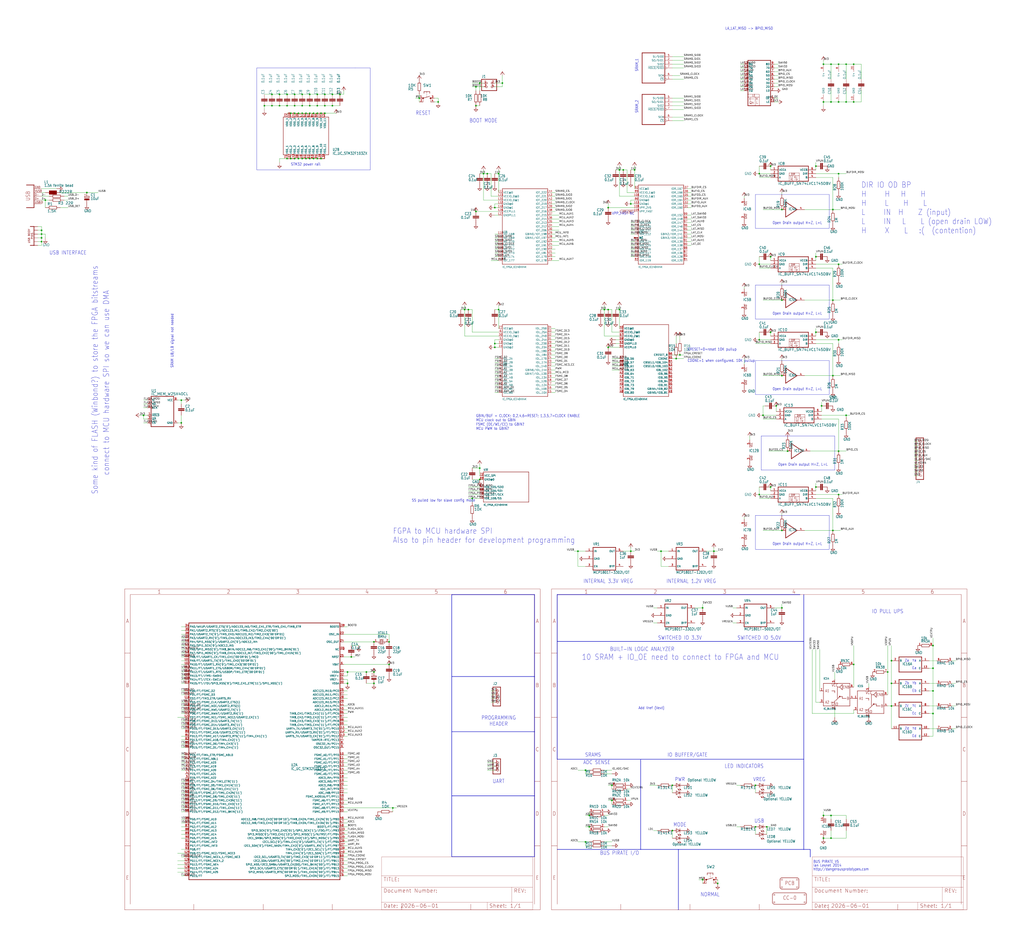
<source format=kicad_sch>
(kicad_sch (version 20230121) (generator eeschema)
  (paper "User" 688.569 632.409)
  (junction (at 457.2 238.76))
  (junction (at 205.74 106.68))
  (junction (at 208.28 106.68))
  (junction (at 187.96 71.12))
  (junction (at 30.48 134.62))
  (junction (at 187.96 63.5))
  (junction (at 525.78 356.87))
  (junction (at 195.58 76.2))
  (junction (at 200.66 106.68))
  (junction (at 599.44 459.74))
  (junction (at 444.5 370.84))
  (junction (at 515.62 556.26))
  (junction (at 563.88 68.58))
  (junction (at 525.78 140.97))
  (junction (at 215.9 76.2))
  (junction (at 596.9 452.12))
  (junction (at 317.5 335.28))
  (junction (at 213.36 71.12))
  (junction (at 322.58 314.96))
  (junction (at 294.64 68.58))
  (junction (at 518.16 172.72))
  (junction (at 337.82 55.88))
  (junction (at 563.88 332.74))
  (junction (at 568.96 68.58))
  (junction (at 408.94 233.68))
  (junction (at 510.54 116.84))
  (junction (at 264.16 543.56))
  (junction (at 518.16 111.76))
  (junction (at 322.58 322.58))
  (junction (at 408.94 139.7))
  (junction (at 203.2 71.12))
  (junction (at 58.42 129.54))
  (junction (at 198.12 71.12))
  (junction (at 560.07 252.73))
  (junction (at 314.96 208.28))
  (junction (at 121.92 269.24))
  (junction (at 208.28 71.12))
  (junction (at 599.44 474.98))
  (junction (at 396.24 548.64))
  (junction (at 393.7 566.42))
  (junction (at 548.64 223.52))
  (junction (at 553.72 68.58))
  (junction (at 411.48 528.32))
  (junction (at 233.68 459.74))
  (junction (at 213.36 63.5))
  (junction (at 419.1 114.3))
  (junction (at 215.9 106.68))
  (junction (at 548.64 327.66))
  (junction (at 27.94 162.56))
  (junction (at 213.36 106.68))
  (junction (at 312.42 208.28))
  (junction (at 320.04 142.24))
  (junction (at 480.06 370.84))
  (junction (at 322.58 55.88))
  (junction (at 396.24 556.26))
  (junction (at 553.72 43.18))
  (junction (at 236.22 441.96))
  (junction (at 261.62 447.04))
  (junction (at 563.88 303.53))
  (junction (at 203.2 63.5))
  (junction (at 482.6 594.36))
  (junction (at 558.8 68.58))
  (junction (at 627.38 480.06))
  (junction (at 205.74 76.2))
  (junction (at 599.44 444.5))
  (junction (at 27.94 154.94))
  (junction (at 558.8 548.64))
  (junction (at 198.12 106.68))
  (junction (at 510.54 228.6))
  (junction (at 552.45 273.05))
  (junction (at 510.54 177.8))
  (junction (at 195.58 106.68))
  (junction (at 332.74 139.7))
  (junction (at 228.6 63.5))
  (junction (at 332.74 233.68))
  (junction (at 568.96 279.4))
  (junction (at 281.94 66.04))
  (junction (at 529.59 303.53))
  (junction (at 177.8 71.12))
  (junction (at 426.72 114.3))
  (junction (at 325.12 116.84))
  (junction (at 182.88 71.12))
  (junction (at 388.62 370.84))
  (junction (at 424.18 137.16))
  (junction (at 454.66 241.3))
  (junction (at 563.88 116.84))
  (junction (at 560.07 140.97))
  (junction (at 251.46 431.8))
  (junction (at 518.16 327.66))
  (junction (at 27.94 157.48))
  (junction (at 452.12 558.8))
  (junction (at 200.66 76.2))
  (junction (at 96.52 279.4))
  (junction (at 525.78 408.94))
  (junction (at 574.04 447.04))
  (junction (at 560.07 356.87))
  (junction (at 233.68 452.12))
  (junction (at 223.52 63.5))
  (junction (at 208.28 76.2))
  (junction (at 320.04 58.42))
  (junction (at 210.82 76.2))
  (junction (at 558.8 563.88))
  (junction (at 558.8 43.18))
  (junction (at 568.96 43.18))
  (junction (at 27.94 160.02))
  (junction (at 208.28 63.5))
  (junction (at 510.54 332.74))
  (junction (at 574.04 68.58))
  (junction (at 261.62 431.8))
  (junction (at 513.08 279.4))
  (junction (at 508 556.26))
  (junction (at 320.04 71.12))
  (junction (at 335.28 116.84))
  (junction (at 525.78 201.93))
  (junction (at 508 528.32))
  (junction (at 553.72 563.88))
  (junction (at 203.2 106.68))
  (junction (at 560.07 201.93))
  (junction (at 627.38 449.58))
  (junction (at 335.28 208.28))
  (junction (at 408.94 208.28))
  (junction (at 563.88 177.8))
  (junction (at 525.78 252.73))
  (junction (at 393.7 518.16))
  (junction (at 553.72 548.64))
  (junction (at 246.38 452.12))
  (junction (at 251.46 452.12))
  (junction (at 251.46 459.74))
  (junction (at 472.44 591.82))
  (junction (at 223.52 71.12))
  (junction (at 218.44 63.5))
  (junction (at 627.38 434.34))
  (junction (at 327.66 116.84))
  (junction (at 411.48 538.48))
  (junction (at 416.56 208.28))
  (junction (at 518.16 223.52))
  (junction (at 563.88 43.18))
  (junction (at 121.92 284.48))
  (junction (at 218.44 76.2))
  (junction (at 563.88 228.6))
  (junction (at 213.36 76.2))
  (junction (at 193.04 106.68))
  (junction (at 218.44 71.12))
  (junction (at 472.44 408.94))
  (junction (at 193.04 63.5))
  (junction (at 198.12 76.2))
  (junction (at 452.12 528.32))
  (junction (at 203.2 76.2))
  (junction (at 521.97 273.05))
  (junction (at 627.38 464.82))
  (junction (at 574.04 43.18))
  (junction (at 424.18 370.84))
  (junction (at 548.64 172.72))
  (junction (at 193.04 71.12))
  (junction (at 210.82 106.68))
  (junction (at 548.64 111.76))
  (junction (at 198.12 63.5))
  (junction (at 406.4 208.28))
  (junction (at 182.88 63.5))
  (junction (at 332.74 231.14))
  (junction (at 416.56 114.3))
  (polyline (pts (xy 557.53 369.57) (xy 508 369.57)) (stroke (width 0.1524) (type solid)))
  (wire (pts (xy 335.28 167.64) (xy 332.74 167.64)) (stroke (width 0.1524)))
  (wire (pts (xy 396.24 568.96) (xy 393.7 568.96)) (stroke (width 0.1524)))
  (wire (pts (xy 411.48 223.52) (xy 411.48 208.28)) (stroke (width 0.1524)))
  (wire (pts (xy 198.12 106.68) (xy 195.58 106.68)) (stroke (width 0.1524)))
  (wire (pts (xy 500.38 347.98) (xy 500.38 349.25)) (stroke (width 0.1524)))
  (wire (pts (xy 335.28 231.14) (xy 332.74 231.14)) (stroke (width 0.1524)))
  (wire (pts (xy 416.56 208.28) (xy 414.02 208.28)) (stroke (width 0.1524)))
  (wire (pts (xy 560.07 119.38) (xy 548.64 119.38)) (stroke (width 0.1524)))
  (wire (pts (xy 370.84 147.32) (xy 375.92 147.32)) (stroke (width 0.1524)))
  (wire (pts (xy 518.16 180.34) (xy 510.54 180.34)) (stroke (width 0.1524)))
  (wire (pts (xy 124.46 535.94) (xy 121.92 535.94)) (stroke (width 0.1524)))
  (wire (pts (xy 335.28 172.72) (xy 332.74 172.72)) (stroke (width 0.1524)))
  (wire (pts (xy 124.46 543.56) (xy 121.92 543.56)) (stroke (width 0.1524)))
  (wire (pts (xy 322.58 332.74) (xy 314.96 332.74)) (stroke (width 0.1524)))
  (wire (pts (xy 548.64 330.2) (xy 548.64 327.66)) (stroke (width 0.1524)))
  (wire (pts (xy 541.02 252.73) (xy 560.07 252.73)) (stroke (width 0.1524)))
  (wire (pts (xy 553.72 68.58) (xy 553.72 71.12)) (stroke (width 0.1524)))
  (polyline (pts (xy 557.53 242.57) (xy 557.53 265.43)) (stroke (width 0.1524) (type solid)))
  (wire (pts (xy 231.14 480.06) (xy 233.68 480.06)) (stroke (width 0.1524)))
  (wire (pts (xy 457.2 226.06) (xy 457.2 228.6)) (stroke (width 0.1524)))
  (wire (pts (xy 330.2 132.08) (xy 330.2 116.84)) (stroke (width 0.1524)))
  (wire (pts (xy 558.8 548.64) (xy 568.96 548.64)) (stroke (width 0.1524)))
  (wire (pts (xy 335.28 256.54) (xy 332.74 256.54)) (stroke (width 0.1524)))
  (wire (pts (xy 99.06 284.48) (xy 96.52 284.48)) (stroke (width 0.1524)))
  (wire (pts (xy 231.14 541.02) (xy 233.68 541.02)) (stroke (width 0.1524)))
  (wire (pts (xy 25.4 157.48) (xy 27.94 157.48)) (stroke (width 0.1524)))
  (wire (pts (xy 411.48 520.7) (xy 406.4 520.7)) (stroke (width 0.1524)))
  (wire (pts (xy 462.28 129.54) (xy 464.82 129.54)) (stroke (width 0.1524)))
  (polyline (pts (xy 537.972 400.05) (xy 374.65 400.05)) (stroke (width 0.3048) (type solid)))
  (wire (pts (xy 233.68 459.74) (xy 231.14 459.74)) (stroke (width 0.1524)))
  (wire (pts (xy 452.12 53.34) (xy 459.74 53.34)) (stroke (width 0.1524)))
  (wire (pts (xy 124.46 538.48) (xy 121.92 538.48)) (stroke (width 0.1524)))
  (polyline (pts (xy 508 242.57) (xy 557.53 242.57)) (stroke (width 0.1524) (type solid)))
  (wire (pts (xy 462.28 132.08) (xy 464.82 132.08)) (stroke (width 0.1524)))
  (wire (pts (xy 124.46 561.34) (xy 121.92 561.34)) (stroke (width 0.1524)))
  (wire (pts (xy 568.96 548.64) (xy 568.96 551.18)) (stroke (width 0.1524)))
  (wire (pts (xy 513.08 279.4) (xy 521.97 279.4)) (stroke (width 0.1524)))
  (polyline (pts (xy 544.83 571.5) (xy 540.512 571.5)) (stroke (width 0.3048) (type solid)))
  (wire (pts (xy 510.54 332.74) (xy 518.16 332.74)) (stroke (width 0.1524)))
  (wire (pts (xy 370.84 175.26) (xy 375.92 175.26)) (stroke (width 0.1524)))
  (wire (pts (xy 495.3 419.1) (xy 492.76 419.1)) (stroke (width 0.1524)))
  (wire (pts (xy 124.46 576.58) (xy 121.92 576.58)) (stroke (width 0.1524)))
  (wire (pts (xy 231.14 421.64) (xy 233.68 421.64)) (stroke (width 0.1524)))
  (polyline (pts (xy 374.65 400.05) (xy 374.65 431.546)) (stroke (width 0.3048) (type solid)))
  (wire (pts (xy 518.16 111.76) (xy 518.16 114.3)) (stroke (width 0.1524)))
  (wire (pts (xy 426.72 149.86) (xy 424.18 149.86)) (stroke (width 0.1524)))
  (wire (pts (xy 617.22 314.96) (xy 614.68 314.96)) (stroke (width 0.1524)))
  (wire (pts (xy 322.58 71.12) (xy 320.04 71.12)) (stroke (width 0.1524)))
  (wire (pts (xy 396.24 548.64) (xy 393.7 548.64)) (stroke (width 0.1524)))
  (wire (pts (xy 317.5 314.96) (xy 322.58 314.96)) (stroke (width 0.1524)))
  (wire (pts (xy 198.12 71.12) (xy 193.04 71.12)) (stroke (width 0.1524)))
  (wire (pts (xy 441.96 558.8) (xy 439.42 558.8)) (stroke (width 0.1524)))
  (wire (pts (xy 99.06 269.24) (xy 96.52 269.24)) (stroke (width 0.1524)))
  (polyline (pts (xy 430.784 511.048) (xy 430.784 571.5)) (stroke (width 0.3048) (type solid)))
  (wire (pts (xy 452.12 238.76) (xy 457.2 238.76)) (stroke (width 0.1524)))
  (wire (pts (xy 624.84 495.3) (xy 627.38 495.3)) (stroke (width 0.1524)))
  (wire (pts (xy 335.28 160.02) (xy 332.74 160.02)) (stroke (width 0.1524)))
  (wire (pts (xy 426.72 167.64) (xy 424.18 167.64)) (stroke (width 0.1524)))
  (wire (pts (xy 213.36 76.2) (xy 215.9 76.2)) (stroke (width 0.1524)))
  (wire (pts (xy 124.46 510.54) (xy 121.92 510.54)) (stroke (width 0.1524)))
  (wire (pts (xy 462.28 162.56) (xy 464.82 162.56)) (stroke (width 0.1524)))
  (wire (pts (xy 558.8 43.18) (xy 558.8 53.34)) (stroke (width 0.1524)))
  (wire (pts (xy 223.52 71.12) (xy 218.44 71.12)) (stroke (width 0.1524)))
  (wire (pts (xy 124.46 525.78) (xy 121.92 525.78)) (stroke (width 0.1524)))
  (wire (pts (xy 231.14 551.18) (xy 233.68 551.18)) (stroke (width 0.1524)))
  (wire (pts (xy 370.84 132.08) (xy 373.38 132.08)) (stroke (width 0.1524)))
  (wire (pts (xy 510.54 116.84) (xy 518.16 116.84)) (stroke (width 0.1524)))
  (wire (pts (xy 424.18 370.84) (xy 426.72 370.84)) (stroke (width 0.1524)))
  (wire (pts (xy 426.72 157.48) (xy 424.18 157.48)) (stroke (width 0.1524)))
  (wire (pts (xy 553.72 548.64) (xy 553.72 546.1)) (stroke (width 0.1524)))
  (wire (pts (xy 525.78 408.94) (xy 520.7 408.94)) (stroke (width 0.1524)))
  (wire (pts (xy 370.84 248.92) (xy 373.38 248.92)) (stroke (width 0.1524)))
  (wire (pts (xy 231.14 533.4) (xy 233.68 533.4)) (stroke (width 0.1524)))
  (wire (pts (xy 370.84 172.72) (xy 373.38 172.72)) (stroke (width 0.1524)))
  (wire (pts (xy 40.64 129.54) (xy 58.42 129.54)) (stroke (width 0.1524)))
  (wire (pts (xy 426.72 170.18) (xy 424.18 170.18)) (stroke (width 0.1524)))
  (wire (pts (xy 332.74 58.42) (xy 337.82 58.42)) (stroke (width 0.1524)))
  (wire (pts (xy 426.72 137.16) (xy 424.18 137.16)) (stroke (width 0.1524)))
  (wire (pts (xy 124.46 434.34) (xy 121.92 434.34)) (stroke (width 0.1524)))
  (wire (pts (xy 327.66 116.84) (xy 325.12 116.84)) (stroke (width 0.1524)))
  (wire (pts (xy 198.12 63.5) (xy 203.2 63.5)) (stroke (width 0.1524)))
  (wire (pts (xy 558.8 68.58) (xy 563.88 68.58)) (stroke (width 0.1524)))
  (wire (pts (xy 370.84 157.48) (xy 373.38 157.48)) (stroke (width 0.1524)))
  (wire (pts (xy 396.24 548.64) (xy 396.24 546.1)) (stroke (width 0.1524)))
  (wire (pts (xy 335.28 165.1) (xy 332.74 165.1)) (stroke (width 0.1524)))
  (wire (pts (xy 124.46 563.88) (xy 121.92 563.88)) (stroke (width 0.1524)))
  (wire (pts (xy 568.96 279.4) (xy 571.5 279.4)) (stroke (width 0.1524)))
  (wire (pts (xy 335.28 116.84) (xy 335.28 129.54)) (stroke (width 0.1524)))
  (wire (pts (xy 236.22 434.34) (xy 241.3 434.34)) (stroke (width 0.1524)))
  (wire (pts (xy 246.38 459.74) (xy 251.46 459.74)) (stroke (width 0.1524)))
  (polyline (pts (xy 374.65 510.794) (xy 540.512 510.794)) (stroke (width 0.3048) (type solid)))
  (polyline (pts (xy 303.784 455.168) (xy 303.784 492.252)) (stroke (width 0.3048) (type solid)))
  (wire (pts (xy 231.14 464.82) (xy 233.68 464.82)) (stroke (width 0.1524)))
  (wire (pts (xy 182.88 63.5) (xy 187.96 63.5)) (stroke (width 0.1524)))
  (wire (pts (xy 264.16 546.1) (xy 264.16 543.56)) (stroke (width 0.1524)))
  (wire (pts (xy 551.18 464.82) (xy 551.18 436.88)) (stroke (width 0.1524)))
  (wire (pts (xy 322.58 314.96) (xy 322.58 312.42)) (stroke (width 0.1524)))
  (wire (pts (xy 617.22 297.18) (xy 614.68 297.18)) (stroke (width 0.1524)))
  (wire (pts (xy 337.82 55.88) (xy 337.82 50.8)) (stroke (width 0.1524)))
  (wire (pts (xy 322.58 55.88) (xy 317.5 55.88)) (stroke (width 0.1524)))
  (wire (pts (xy 335.28 134.62) (xy 325.12 134.62)) (stroke (width 0.1524)))
  (wire (pts (xy 558.8 548.64) (xy 553.72 548.64)) (stroke (width 0.1524)))
  (wire (pts (xy 452.12 73.66) (xy 459.74 73.66)) (stroke (width 0.1524)))
  (wire (pts (xy 205.74 76.2) (xy 208.28 76.2)) (stroke (width 0.1524)))
  (wire (pts (xy 233.68 454.66) (xy 233.68 452.12)) (stroke (width 0.1524)))
  (wire (pts (xy 452.12 528.32) (xy 452.12 533.4)) (stroke (width 0.1524)))
  (wire (pts (xy 317.5 208.28) (xy 314.96 208.28)) (stroke (width 0.1524)))
  (wire (pts (xy 482.6 591.82) (xy 482.6 594.36)) (stroke (width 0.1524)))
  (wire (pts (xy 335.28 264.16) (xy 332.74 264.16)) (stroke (width 0.1524)))
  (wire (pts (xy 322.58 320.04) (xy 322.58 314.96)) (stroke (width 0.1524)))
  (wire (pts (xy 312.42 208.28) (xy 309.88 208.28)) (stroke (width 0.1524)))
  (wire (pts (xy 396.24 518.16) (xy 393.7 518.16)) (stroke (width 0.1524)))
  (wire (pts (xy 444.5 370.84) (xy 441.96 370.84)) (stroke (width 0.1524)))
  (polyline (pts (xy 303.784 535.432) (xy 303.784 576.326)) (stroke (width 0.3048) (type solid)))
  (wire (pts (xy 231.14 528.32) (xy 233.68 528.32)) (stroke (width 0.1524)))
  (wire (pts (xy 548.64 472.44) (xy 548.64 436.88)) (stroke (width 0.1524)))
  (wire (pts (xy 640.08 474.98) (xy 642.62 474.98)) (stroke (width 0.1524)))
  (wire (pts (xy 27.94 154.94) (xy 27.94 152.4)) (stroke (width 0.1524)))
  (wire (pts (xy 96.52 279.4) (xy 93.98 279.4)) (stroke (width 0.1524)))
  (wire (pts (xy 121.92 271.78) (xy 121.92 269.24)) (stroke (width 0.1524)))
  (wire (pts (xy 231.14 515.62) (xy 233.68 515.62)) (stroke (width 0.1524)))
  (wire (pts (xy 370.84 152.4) (xy 375.92 152.4)) (stroke (width 0.1524)))
  (wire (pts (xy 193.04 106.68) (xy 187.96 106.68)) (stroke (width 0.1524)))
  (wire (pts (xy 124.46 571.5) (xy 121.92 571.5)) (stroke (width 0.1524)))
  (wire (pts (xy 617.22 317.5) (xy 614.68 317.5)) (stroke (width 0.1524)))
  (wire (pts (xy 332.74 116.84) (xy 335.28 116.84)) (stroke (width 0.1524)))
  (wire (pts (xy 124.46 444.5) (xy 121.92 444.5)) (stroke (width 0.1524)))
  (wire (pts (xy 317.5 335.28) (xy 314.96 335.28)) (stroke (width 0.1524)))
  (wire (pts (xy 314.96 208.28) (xy 312.42 208.28)) (stroke (width 0.1524)))
  (wire (pts (xy 370.84 246.38) (xy 373.38 246.38)) (stroke (width 0.1524)))
  (polyline (pts (xy 359.41 455.168) (xy 359.41 400.05)) (stroke (width 0.3048) (type solid)))
  (wire (pts (xy 452.12 68.58) (xy 459.74 68.58)) (stroke (width 0.1524)))
  (wire (pts (xy 617.22 302.26) (xy 614.68 302.26)) (stroke (width 0.1524)))
  (polyline (pts (xy 248.92 109.22) (xy 248.92 45.72)) (stroke (width 0.1524) (type solid)))
  (wire (pts (xy 218.44 106.68) (xy 215.9 106.68)) (stroke (width 0.1524)))
  (wire (pts (xy 548.64 116.84) (xy 563.88 116.84)) (stroke (width 0.1524)))
  (wire (pts (xy 370.84 144.78) (xy 375.92 144.78)) (stroke (width 0.1524)))
  (wire (pts (xy 563.88 303.53) (xy 563.88 281.94)) (stroke (width 0.1524)))
  (wire (pts (xy 627.38 495.3) (xy 627.38 480.06)) (stroke (width 0.1524)))
  (wire (pts (xy 124.46 508) (xy 121.92 508)) (stroke (width 0.1524)))
  (wire (pts (xy 454.66 231.14) (xy 454.66 226.06)) (stroke (width 0.1524)))
  (wire (pts (xy 231.14 441.96) (xy 236.22 441.96)) (stroke (width 0.1524)))
  (polyline (pts (xy 303.784 400.05) (xy 303.784 455.168)) (stroke (width 0.3048) (type solid)))
  (wire (pts (xy 560.07 140.97) (xy 565.15 140.97)) (stroke (width 0.1524)))
  (wire (pts (xy 124.46 495.3) (xy 121.92 495.3)) (stroke (width 0.1524)))
  (wire (pts (xy 124.46 487.68) (xy 121.92 487.68)) (stroke (width 0.1524)))
  (wire (pts (xy 124.46 579.12) (xy 119.38 579.12)) (stroke (width 0.1524)))
  (wire (pts (xy 332.74 513.08) (xy 327.66 513.08)) (stroke (width 0.1524)))
  (wire (pts (xy 548.64 175.26) (xy 548.64 172.72)) (stroke (width 0.1524)))
  (wire (pts (xy 231.14 556.26) (xy 233.68 556.26)) (stroke (width 0.1524)))
  (wire (pts (xy 568.96 68.58) (xy 568.96 60.96)) (stroke (width 0.1524)))
  (wire (pts (xy 416.56 241.3) (xy 411.48 241.3)) (stroke (width 0.1524)))
  (wire (pts (xy 231.14 474.98) (xy 233.68 474.98)) (stroke (width 0.1524)))
  (wire (pts (xy 294.64 66.04) (xy 294.64 68.58)) (stroke (width 0.1524)))
  (wire (pts (xy 335.28 254) (xy 332.74 254)) (stroke (width 0.1524)))
  (wire (pts (xy 508 528.32) (xy 508 533.4)) (stroke (width 0.1524)))
  (wire (pts (xy 370.84 162.56) (xy 375.92 162.56)) (stroke (width 0.1524)))
  (wire (pts (xy 544.83 303.53) (xy 563.88 303.53)) (stroke (width 0.1524)))
  (wire (pts (xy 124.46 533.4) (xy 121.92 533.4)) (stroke (width 0.1524)))
  (wire (pts (xy 421.64 538.48) (xy 424.18 538.48)) (stroke (width 0.1524)))
  (wire (pts (xy 322.58 60.96) (xy 322.58 55.88)) (stroke (width 0.1524)))
  (wire (pts (xy 312.42 205.74) (xy 312.42 208.28)) (stroke (width 0.1524)))
  (wire (pts (xy 500.38 55.88) (xy 497.84 55.88)) (stroke (width 0.1524)))
  (wire (pts (xy 335.28 208.28) (xy 335.28 205.74)) (stroke (width 0.1524)))
  (wire (pts (xy 27.94 157.48) (xy 30.48 157.48)) (stroke (width 0.1524)))
  (wire (pts (xy 393.7 566.42) (xy 388.62 566.42)) (stroke (width 0.1524)))
  (wire (pts (xy 332.74 515.62) (xy 327.66 515.62)) (stroke (width 0.1524)))
  (polyline (pts (xy 557.53 153.67) (xy 508 153.67)) (stroke (width 0.1524) (type solid)))
  (wire (pts (xy 228.6 71.12) (xy 223.52 71.12)) (stroke (width 0.1524)))
  (wire (pts (xy 203.2 106.68) (xy 200.66 106.68)) (stroke (width 0.1524)))
  (wire (pts (xy 416.56 205.74) (xy 416.56 208.28)) (stroke (width 0.1524)))
  (wire (pts (xy 320.04 58.42) (xy 317.5 58.42)) (stroke (width 0.1524)))
  (wire (pts (xy 520.7 66.04) (xy 523.24 66.04)) (stroke (width 0.1524)))
  (polyline (pts (xy 238.76 45.72) (xy 172.72 45.72)) (stroke (width 0.1524) (type solid)))
  (wire (pts (xy 124.46 467.36) (xy 121.92 467.36)) (stroke (width 0.1524)))
  (wire (pts (xy 335.28 170.18) (xy 332.74 170.18)) (stroke (width 0.1524)))
  (wire (pts (xy 200.66 106.68) (xy 198.12 106.68)) (stroke (width 0.1524)))
  (wire (pts (xy 205.74 106.68) (xy 203.2 106.68)) (stroke (width 0.1524)))
  (wire (pts (xy 30.48 139.7) (xy 30.48 134.62)) (stroke (width 0.1524)))
  (wire (pts (xy 58.42 129.54) (xy 66.04 129.54)) (stroke (width 0.1524)))
  (wire (pts (xy 370.84 142.24) (xy 373.38 142.24)) (stroke (width 0.1524)))
  (wire (pts (xy 568.96 43.18) (xy 574.04 43.18)) (stroke (width 0.1524)))
  (wire (pts (xy 213.36 63.5) (xy 218.44 63.5)) (stroke (width 0.1524)))
  (wire (pts (xy 525.78 356.87) (xy 513.08 356.87)) (stroke (width 0.1524)))
  (wire (pts (xy 599.44 474.98) (xy 596.9 474.98)) (stroke (width 0.1524)))
  (wire (pts (xy 231.14 561.34) (xy 233.68 561.34)) (stroke (width 0.1524)))
  (wire (pts (xy 124.46 581.66) (xy 119.38 581.66)) (stroke (width 0.1524)))
  (wire (pts (xy 416.56 233.68) (xy 408.94 233.68)) (stroke (width 0.1524)))
  (wire (pts (xy 426.72 172.72) (xy 424.18 172.72)) (stroke (width 0.1524)))
  (wire (pts (xy 124.46 490.22) (xy 121.92 490.22)) (stroke (width 0.1524)))
  (wire (pts (xy 335.28 223.52) (xy 317.5 223.52)) (stroke (width 0.1524)))
  (wire (pts (xy 560.07 231.14) (xy 548.64 231.14)) (stroke (width 0.1524)))
  (wire (pts (xy 124.46 515.62) (xy 121.92 515.62)) (stroke (width 0.1524)))
  (wire (pts (xy 124.46 497.84) (xy 121.92 497.84)) (stroke (width 0.1524)))
  (wire (pts (xy 541.02 356.87) (xy 560.07 356.87)) (stroke (width 0.1524)))
  (wire (pts (xy 370.84 238.76) (xy 373.38 238.76)) (stroke (width 0.1524)))
  (wire (pts (xy 231.14 520.7) (xy 233.68 520.7)) (stroke (width 0.1524)))
  (wire (pts (xy 124.46 426.72) (xy 121.92 426.72)) (stroke (width 0.1524)))
  (wire (pts (xy 264.16 543.56) (xy 266.7 543.56)) (stroke (width 0.1524)))
  (wire (pts (xy 30.48 134.62) (xy 27.94 134.62)) (stroke (width 0.1524)))
  (wire (pts (xy 416.56 228.6) (xy 414.02 228.6)) (stroke (width 0.1524)))
  (wire (pts (xy 335.28 144.78) (xy 332.74 144.78)) (stroke (width 0.1524)))
  (wire (pts (xy 124.46 477.52) (xy 121.92 477.52)) (stroke (width 0.1524)))
  (wire (pts (xy 332.74 231.14) (xy 332.74 233.68)) (stroke (width 0.1524)))
  (wire (pts (xy 500.38 43.18) (xy 497.84 43.18)) (stroke (width 0.1524)))
  (wire (pts (xy 462.28 165.1) (xy 464.82 165.1)) (stroke (width 0.1524)))
  (polyline (pts (xy 508 130.81) (xy 557.53 130.81)) (stroke (width 0.1524) (type solid)))
  (wire (pts (xy 124.46 436.88) (xy 121.92 436.88)) (stroke (width 0.1524)))
  (wire (pts (xy 322.58 327.66) (xy 314.96 327.66)) (stroke (width 0.1524)))
  (wire (pts (xy 335.28 220.98) (xy 335.28 208.28)) (stroke (width 0.1524)))
  (wire (pts (xy 124.46 556.26) (xy 121.92 556.26)) (stroke (width 0.1524)))
  (wire (pts (xy 393.7 381) (xy 388.62 381)) (stroke (width 0.1524)))
  (wire (pts (xy 231.14 490.22) (xy 233.68 490.22)) (stroke (width 0.1524)))
  (wire (pts (xy 419.1 114.3) (xy 416.56 114.3)) (stroke (width 0.1524)))
  (wire (pts (xy 25.4 152.4) (xy 27.94 152.4)) (stroke (width 0.1524)))
  (wire (pts (xy 325.12 114.3) (xy 325.12 116.84)) (stroke (width 0.1524)))
  (wire (pts (xy 233.68 457.2) (xy 233.68 459.74)) (stroke (width 0.1524)))
  (wire (pts (xy 520.7 55.88) (xy 523.24 55.88)) (stroke (width 0.1524)))
  (wire (pts (xy 411.48 538.48) (xy 408.94 538.48)) (stroke (width 0.1524)))
  (wire (pts (xy 99.06 274.32) (xy 96.52 274.32)) (stroke (width 0.1524)))
  (wire (pts (xy 424.18 134.62) (xy 424.18 137.16)) (stroke (width 0.1524)))
  (polyline (pts (xy 172.72 45.72) (xy 172.72 114.3)) (stroke (width 0.1524) (type solid)))
  (wire (pts (xy 439.42 419.1) (xy 441.96 419.1)) (stroke (width 0.1524)))
  (wire (pts (xy 627.38 464.82) (xy 627.38 449.58)) (stroke (width 0.1524)))
  (wire (pts (xy 370.84 251.46) (xy 373.38 251.46)) (stroke (width 0.1524)))
  (wire (pts (xy 208.28 71.12) (xy 203.2 71.12)) (stroke (width 0.1524)))
  (polyline (pts (xy 511.81 293.37) (xy 561.34 293.37)) (stroke (width 0.1524) (type solid)))
  (wire (pts (xy 231.14 63.5) (xy 228.6 63.5)) (stroke (width 0.1524)))
  (polyline (pts (xy 544.83 571.5) (xy 544.83 576.58)) (stroke (width 0.3048) (type solid)))
  (wire (pts (xy 332.74 137.16) (xy 332.74 139.7)) (stroke (width 0.1524)))
  (wire (pts (xy 335.28 228.6) (xy 332.74 228.6)) (stroke (width 0.1524)))
  (polyline (pts (xy 374.65 431.546) (xy 374.65 510.794)) (stroke (width 0.3048) (type solid)))
  (wire (pts (xy 124.46 269.24) (xy 121.92 269.24)) (stroke (width 0.1524)))
  (wire (pts (xy 193.04 71.12) (xy 187.96 71.12)) (stroke (width 0.1524)))
  (wire (pts (xy 370.84 241.3) (xy 373.38 241.3)) (stroke (width 0.1524)))
  (wire (pts (xy 124.46 528.32) (xy 121.92 528.32)) (stroke (width 0.1524)))
  (wire (pts (xy 515.62 556.26) (xy 518.16 556.26)) (stroke (width 0.1524)))
  (wire (pts (xy 452.12 50.8) (xy 457.2 50.8)) (stroke (width 0.1524)))
  (wire (pts (xy 560.07 140.97) (xy 560.07 119.38)) (stroke (width 0.1524)))
  (wire (pts (xy 396.24 556.26) (xy 393.7 556.26)) (stroke (width 0.1524)))
  (wire (pts (xy 558.8 563.88) (xy 558.8 558.8)) (stroke (width 0.1524)))
  (wire (pts (xy 231.14 579.12) (xy 233.68 579.12)) (stroke (width 0.1524)))
  (wire (pts (xy 462.28 147.32) (xy 464.82 147.32)) (stroke (width 0.1524)))
  (wire (pts (xy 574.04 434.34) (xy 574.04 447.04)) (stroke (width 0.1524)))
  (wire (pts (xy 393.7 520.7) (xy 396.24 520.7)) (stroke (width 0.1524)))
  (wire (pts (xy 124.46 449.58) (xy 121.92 449.58)) (stroke (width 0.1524)))
  (wire (pts (xy 231.14 558.8) (xy 233.68 558.8)) (stroke (width 0.1524)))
  (wire (pts (xy 195.58 76.2) (xy 198.12 76.2)) (stroke (width 0.1524)))
  (wire (pts (xy 124.46 589.28) (xy 121.92 589.28)) (stroke (width 0.1524)))
  (wire (pts (xy 480.06 370.84) (xy 482.6 370.84)) (stroke (width 0.1524)))
  (wire (pts (xy 525.78 406.4) (xy 525.78 408.94)) (stroke (width 0.1524)))
  (wire (pts (xy 568.96 68.58) (xy 574.04 68.58)) (stroke (width 0.1524)))
  (wire (pts (xy 322.58 322.58) (xy 317.5 322.58)) (stroke (width 0.1524)))
  (wire (pts (xy 518.16 172.72) (xy 518.16 175.26)) (stroke (width 0.1524)))
  (wire (pts (xy 529.59 303.53) (xy 516.89 303.53)) (stroke (width 0.1524)))
  (wire (pts (xy 574.04 43.18) (xy 579.12 43.18)) (stroke (width 0.1524)))
  (wire (pts (xy 408.94 137.16) (xy 408.94 139.7)) (stroke (width 0.1524)))
  (wire (pts (xy 25.4 154.94) (xy 27.94 154.94)) (stroke (width 0.1524)))
  (wire (pts (xy 210.82 76.2) (xy 213.36 76.2)) (stroke (width 0.1524)))
  (wire (pts (xy 370.84 261.62) (xy 373.38 261.62)) (stroke (width 0.1524)))
  (wire (pts (xy 335.28 142.24) (xy 320.04 142.24)) (stroke (width 0.1524)))
  (wire (pts (xy 96.52 281.94) (xy 96.52 279.4)) (stroke (width 0.1524)))
  (wire (pts (xy 99.06 271.78) (xy 96.52 271.78)) (stroke (width 0.1524)))
  (wire (pts (xy 444.5 381) (xy 444.5 370.84)) (stroke (width 0.1524)))
  (wire (pts (xy 629.92 490.22) (xy 624.84 490.22)) (stroke (width 0.1524)))
  (wire (pts (xy 599.44 459.74) (xy 599.44 444.5)) (stroke (width 0.1524)))
  (wire (pts (xy 231.14 589.28) (xy 233.68 589.28)) (stroke (width 0.1524)))
  (wire (pts (xy 208.28 106.68) (xy 205.74 106.68)) (stroke (width 0.1524)))
  (wire (pts (xy 627.38 434.34) (xy 627.38 449.58)) (stroke (width 0.1524)))
  (wire (pts (xy 406.4 226.06) (xy 406.4 208.28)) (stroke (width 0.1524)))
  (wire (pts (xy 574.04 480.06) (xy 546.1 480.06)) (stroke (width 0.1524)))
  (wire (pts (xy 480.06 368.3) (xy 480.06 370.84)) (stroke (width 0.1524)))
  (wire (pts (xy 330.2 116.84) (xy 327.66 116.84)) (stroke (width 0.1524)))
  (wire (pts (xy 462.28 154.94) (xy 464.82 154.94)) (stroke (width 0.1524)))
  (wire (pts (xy 370.84 139.7) (xy 373.38 139.7)) (stroke (width 0.1524)))
  (wire (pts (xy 370.84 167.64) (xy 373.38 167.64)) (stroke (width 0.1524)))
  (wire (pts (xy 231.14 457.2) (xy 233.68 457.2)) (stroke (width 0.1524)))
  (wire (pts (xy 231.14 447.04) (xy 261.62 447.04)) (stroke (width 0.1524)))
  (wire (pts (xy 370.84 264.16) (xy 373.38 264.16)) (stroke (width 0.1524)))
  (wire (pts (xy 231.14 469.9) (xy 233.68 469.9)) (stroke (width 0.1524)))
  (wire (pts (xy 335.28 114.3) (xy 335.28 116.84)) (stroke (width 0.1524)))
  (wire (pts (xy 515.62 556.26) (xy 515.62 561.34)) (stroke (width 0.1524)))
  (wire (pts (xy 521.97 281.94) (xy 513.08 281.94)) (stroke (width 0.1524)))
  (wire (pts (xy 231.14 495.3) (xy 233.68 495.3)) (stroke (width 0.1524)))
  (wire (pts (xy 454.66 241.3) (xy 459.74 241.3)) (stroke (width 0.1524)))
  (wire (pts (xy 518.16 231.14) (xy 508 231.14)) (stroke (width 0.1524)))
  (wire (pts (xy 25.4 162.56) (xy 27.94 162.56)) (stroke (width 0.1524)))
  (wire (pts (xy 510.54 177.8) (xy 518.16 177.8)) (stroke (width 0.1524)))
  (wire (pts (xy 370.84 226.06) (xy 373.38 226.06)) (stroke (width 0.1524)))
  (wire (pts (xy 472.44 408.94) (xy 472.44 406.4)) (stroke (width 0.1524)))
  (wire (pts (xy 629.92 459.74) (xy 624.84 459.74)) (stroke (width 0.1524)))
  (wire (pts (xy 452.12 43.18) (xy 459.74 43.18)) (stroke (width 0.1524)))
  (polyline (pts (xy 248.92 114.3) (xy 248.92 109.22)) (stroke (width 0.1524) (type solid)))
  (wire (pts (xy 426.72 154.94) (xy 424.18 154.94)) (stroke (width 0.1524)))
  (wire (pts (xy 322.58 335.28) (xy 317.5 335.28)) (stroke (width 0.1524)))
  (wire (pts (xy 370.84 236.22) (xy 373.38 236.22)) (stroke (width 0.1524)))
  (wire (pts (xy 231.14 568.96) (xy 233.68 568.96)) (stroke (width 0.1524)))
  (wire (pts (xy 406.4 208.28) (xy 403.86 208.28)) (stroke (width 0.1524)))
  (polyline (pts (xy 508 369.57) (xy 508 346.71)) (stroke (width 0.1524) (type solid)))
  (wire (pts (xy 406.4 548.64) (xy 408.94 548.64)) (stroke (width 0.1524)))
  (polyline (pts (xy 508 153.67) (xy 508 130.81)) (stroke (width 0.1524) (type solid)))
  (wire (pts (xy 370.84 160.02) (xy 373.38 160.02)) (stroke (width 0.1524)))
  (wire (pts (xy 640.08 459.74) (xy 642.62 459.74)) (stroke (width 0.1524)))
  (wire (pts (xy 332.74 464.82) (xy 330.2 464.82)) (stroke (width 0.1524)))
  (polyline (pts (xy 508 265.43) (xy 508 242.57)) (stroke (width 0.1524) (type solid)))
  (wire (pts (xy 426.72 132.08) (xy 416.56 132.08)) (stroke (width 0.1524)))
  (wire (pts (xy 462.28 160.02) (xy 464.82 160.02)) (stroke (width 0.1524)))
  (wire (pts (xy 599.44 474.98) (xy 599.44 459.74)) (stroke (width 0.1524)))
  (wire (pts (xy 218.44 76.2) (xy 226.06 76.2)) (stroke (width 0.1524)))
  (wire (pts (xy 452.12 558.8) (xy 452.12 563.88)) (stroke (width 0.1524)))
  (wire (pts (xy 452.12 241.3) (xy 454.66 241.3)) (stroke (width 0.1524)))
  (wire (pts (xy 200.66 76.2) (xy 203.2 76.2)) (stroke (width 0.1524)))
  (wire (pts (xy 426.72 127) (xy 426.72 114.3)) (stroke (width 0.1524)))
  (wire (pts (xy 43.18 134.62) (xy 45.72 134.62)) (stroke (width 0.1524)))
  (polyline (pts (xy 540.512 510.794) (xy 540.512 571.5)) (stroke (width 0.3048) (type solid)))
  (wire (pts (xy 514.35 273.05) (xy 513.08 273.05)) (stroke (width 0.1524)))
  (wire (pts (xy 124.46 584.2) (xy 119.38 584.2)) (stroke (width 0.1524)))
  (wire (pts (xy 500.38 193.04) (xy 500.38 194.31)) (stroke (width 0.1524)))
  (wire (pts (xy 231.14 477.52) (xy 233.68 477.52)) (stroke (width 0.1524)))
  (wire (pts (xy 416.56 132.08) (xy 416.56 114.3)) (stroke (width 0.1524)))
  (wire (pts (xy 579.12 68.58) (xy 579.12 60.96)) (stroke (width 0.1524)))
  (wire (pts (xy 546.1 480.06) (xy 546.1 436.88)) (stroke (width 0.1524)))
  (wire (pts (xy 121.92 279.4) (xy 121.92 284.48)) (stroke (width 0.1524)))
  (wire (pts (xy 335.28 251.46) (xy 332.74 251.46)) (stroke (width 0.1524)))
  (wire (pts (xy 388.62 370.84) (xy 393.7 370.84)) (stroke (width 0.1524)))
  (wire (pts (xy 337.82 58.42) (xy 337.82 55.88)) (stroke (width 0.1524)))
  (wire (pts (xy 124.46 546.1) (xy 121.92 546.1)) (stroke (width 0.1524)))
  (wire (pts (xy 332.74 55.88) (xy 337.82 55.88)) (stroke (width 0.1524)))
  (wire (pts (xy 552.45 276.86) (xy 552.45 273.05)) (stroke (width 0.1524)))
  (polyline (pts (xy 303.784 576.326) (xy 359.41 576.326)) (stroke (width 0.3048) (type solid)))
  (wire (pts (xy 388.62 381) (xy 388.62 370.84)) (stroke (width 0.1524)))
  (polyline (pts (xy 456.184 571.5) (xy 430.784 571.5)) (stroke (width 0.3048) (type solid)))
  (wire (pts (xy 521.97 273.05) (xy 521.97 276.86)) (stroke (width 0.1524)))
  (wire (pts (xy 560.07 201.93) (xy 560.07 180.34)) (stroke (width 0.1524)))
  (wire (pts (xy 406.4 566.42) (xy 411.48 566.42)) (stroke (width 0.1524)))
  (wire (pts (xy 574.04 447.04) (xy 574.04 462.28)) (stroke (width 0.1524)))
  (wire (pts (xy 231.14 543.56) (xy 264.16 543.56)) (stroke (width 0.1524)))
  (wire (pts (xy 474.98 370.84) (xy 480.06 370.84)) (stroke (width 0.1524)))
  (wire (pts (xy 386.08 370.84) (xy 388.62 370.84)) (stroke (width 0.1524)))
  (wire (pts (xy 553.72 43.18) (xy 558.8 43.18)) (stroke (width 0.1524)))
  (wire (pts (xy 520.7 58.42) (xy 523.24 58.42)) (stroke (width 0.1524)))
  (polyline (pts (xy 303.784 455.168) (xy 359.41 455.168)) (stroke (width 0.3048) (type solid)))
  (wire (pts (xy 335.28 157.48) (xy 332.74 157.48)) (stroke (width 0.1524)))
  (wire (pts (xy 518.16 327.66) (xy 518.16 330.2)) (stroke (width 0.1524)))
  (wire (pts (xy 124.46 482.6) (xy 119.38 482.6)) (stroke (width 0.1524)))
  (wire (pts (xy 624.84 480.06) (xy 627.38 480.06)) (stroke (width 0.1524)))
  (wire (pts (xy 281.94 63.5) (xy 281.94 66.04)) (stroke (width 0.1524)))
  (wire (pts (xy 563.88 228.6) (xy 566.42 228.6)) (stroke (width 0.1524)))
  (wire (pts (xy 187.96 71.12) (xy 182.88 71.12)) (stroke (width 0.1524)))
  (wire (pts (xy 370.84 256.54) (xy 373.38 256.54)) (stroke (width 0.1524)))
  (wire (pts (xy 292.1 68.58) (xy 294.64 68.58)) (stroke (width 0.1524)))
  (wire (pts (xy 124.46 513.08) (xy 121.92 513.08)) (stroke (width 0.1524)))
  (wire (pts (xy 231.14 538.48) (xy 233.68 538.48)) (stroke (width 0.1524)))
  (wire (pts (xy 27.94 160.02) (xy 27.94 157.48)) (stroke (width 0.1524)))
  (wire (pts (xy 561.34 457.2) (xy 561.34 452.12)) (stroke (width 0.1524)))
  (wire (pts (xy 548.64 226.06) (xy 548.64 223.52)) (stroke (width 0.1524)))
  (wire (pts (xy 518.16 119.38) (xy 510.54 119.38)) (stroke (width 0.1524)))
  (polyline (pts (xy 561.34 316.23) (xy 511.81 316.23)) (stroke (width 0.1524) (type solid)))
  (wire (pts (xy 124.46 553.72) (xy 121.92 553.72)) (stroke (width 0.1524)))
  (wire (pts (xy 208.28 76.2) (xy 210.82 76.2)) (stroke (width 0.1524)))
  (polyline (pts (xy 359.41 400.05) (xy 303.784 400.05)) (stroke (width 0.3048) (type solid)))
  (wire (pts (xy 236.22 441.96) (xy 238.76 441.96)) (stroke (width 0.1524)))
  (wire (pts (xy 231.14 508) (xy 233.68 508)) (stroke (width 0.1524)))
  (wire (pts (xy 426.72 134.62) (xy 424.18 134.62)) (stroke (width 0.1524)))
  (wire (pts (xy 561.34 477.52) (xy 561.34 482.6)) (stroke (width 0.1524)))
  (wire (pts (xy 370.84 259.08) (xy 373.38 259.08)) (stroke (width 0.1524)))
  (wire (pts (xy 231.14 467.36) (xy 233.68 467.36)) (stroke (width 0.1524)))
  (wire (pts (xy 510.54 228.6) (xy 518.16 228.6)) (stroke (width 0.1524)))
  (wire (pts (xy 292.1 66.04) (xy 294.64 66.04)) (stroke (width 0.1524)))
  (wire (pts (xy 124.46 502.92) (xy 121.92 502.92)) (stroke (width 0.1524)))
  (wire (pts (xy 231.14 492.76) (xy 233.68 492.76)) (stroke (width 0.1524)))
  (polyline (pts (xy 359.41 492.252) (xy 359.41 455.168)) (stroke (width 0.3048) (type solid)))
  (wire (pts (xy 558.8 551.18) (xy 558.8 548.64)) (stroke (width 0.1524)))
  (wire (pts (xy 518.16 335.28) (xy 510.54 335.28)) (stroke (width 0.1524)))
  (wire (pts (xy 510.54 223.52) (xy 510.54 228.6)) (stroke (width 0.1524)))
  (wire (pts (xy 335.28 248.92) (xy 332.74 248.92)) (stroke (width 0.1524)))
  (wire (pts (xy 584.2 462.28) (xy 584.2 459.74)) (stroke (width 0.1524)))
  (wire (pts (xy 500.38 241.3) (xy 500.38 245.11)) (stroke (width 0.1524)))
  (wire (pts (xy 231.14 576.58) (xy 233.68 576.58)) (stroke (width 0.1524)))
  (wire (pts (xy 500.38 48.26) (xy 497.84 48.26)) (stroke (width 0.1524)))
  (wire (pts (xy 203.2 76.2) (xy 205.74 76.2)) (stroke (width 0.1524)))
  (wire (pts (xy 416.56 243.84) (xy 411.48 243.84)) (stroke (width 0.1524)))
  (wire (pts (xy 124.46 551.18) (xy 121.92 551.18)) (stroke (width 0.1524)))
  (wire (pts (xy 452.12 66.04) (xy 459.74 66.04)) (stroke (width 0.1524)))
  (wire (pts (xy 335.28 137.16) (xy 332.74 137.16)) (stroke (width 0.1524)))
  (wire (pts (xy 99.06 281.94) (xy 96.52 281.94)) (stroke (width 0.1524)))
  (wire (pts (xy 452.12 71.12) (xy 459.74 71.12)) (stroke (width 0.1524)))
  (wire (pts (xy 231.14 574.04) (xy 233.68 574.04)) (stroke (width 0.1524)))
  (wire (pts (xy 231.14 431.8) (xy 251.46 431.8)) (stroke (width 0.1524)))
  (wire (pts (xy 124.46 431.8) (xy 121.92 431.8)) (stroke (width 0.1524)))
  (wire (pts (xy 33.02 132.08) (xy 27.94 132.08)) (stroke (width 0.1524)))
  (wire (pts (xy 177.8 71.12) (xy 177.8 73.66)) (stroke (width 0.1524)))
  (wire (pts (xy 558.8 68.58) (xy 558.8 60.96)) (stroke (width 0.1524)))
  (wire (pts (xy 393.7 518.16) (xy 393.7 520.7)) (stroke (width 0.1524)))
  (wire (pts (xy 231.14 530.86) (xy 233.68 530.86)) (stroke (width 0.1524)))
  (wire (pts (xy 370.84 233.68) (xy 373.38 233.68)) (stroke (width 0.1524)))
  (wire (pts (xy 396.24 566.42) (xy 393.7 566.42)) (stroke (width 0.1524)))
  (wire (pts (xy 416.56 226.06) (xy 406.4 226.06)) (stroke (width 0.1524)))
  (wire (pts (xy 548.64 172.72) (xy 548.64 170.18)) (stroke (width 0.1524)))
  (wire (pts (xy 563.88 303.53) (xy 568.96 303.53)) (stroke (width 0.1524)))
  (wire (pts (xy 408.94 208.28) (xy 406.4 208.28)) (stroke (width 0.1524)))
  (polyline (pts (xy 540.512 571.5) (xy 456.184 571.5)) (stroke (width 0.3048) (type solid)))
  (wire (pts (xy 203.2 71.12) (xy 198.12 71.12)) (stroke (width 0.1524)))
  (wire (pts (xy 335.28 243.84) (xy 332.74 243.84)) (stroke (width 0.1524)))
  (polyline (pts (xy 557.53 346.71) (xy 557.53 369.57)) (stroke (width 0.1524) (type solid)))
  (wire (pts (xy 411.48 541.02) (xy 411.48 538.48)) (stroke (width 0.1524)))
  (wire (pts (xy 335.28 259.08) (xy 332.74 259.08)) (stroke (width 0.1524)))
  (wire (pts (xy 552.45 279.4) (xy 568.96 279.4)) (stroke (width 0.1524)))
  (wire (pts (xy 449.58 370.84) (xy 444.5 370.84)) (stroke (width 0.1524)))
  (wire (pts (xy 320.04 60.96) (xy 320.04 58.42)) (stroke (width 0.1524)))
  (wire (pts (xy 426.72 152.4) (xy 424.18 152.4)) (stroke (width 0.1524)))
  (wire (pts (xy 548.64 228.6) (xy 563.88 228.6)) (stroke (width 0.1524)))
  (wire (pts (xy 627.38 429.26) (xy 627.38 434.34)) (stroke (width 0.1524)))
  (wire (pts (xy 187.96 63.5) (xy 193.04 63.5)) (stroke (width 0.1524)))
  (wire (pts (xy 617.22 312.42) (xy 614.68 312.42)) (stroke (width 0.1524)))
  (wire (pts (xy 500.38 132.08) (xy 500.38 133.35)) (stroke (width 0.1524)))
  (polyline (pts (xy 248.92 45.72) (xy 238.76 45.72)) (stroke (width 0.1524) (type solid)))
  (wire (pts (xy 563.88 116.84) (xy 563.88 119.38)) (stroke (width 0.1524)))
  (wire (pts (xy 317.5 223.52) (xy 317.5 208.28)) (stroke (width 0.1524)))
  (wire (pts (xy 558.8 563.88) (xy 568.96 563.88)) (stroke (width 0.1524)))
  (wire (pts (xy 492.76 408.94) (xy 495.3 408.94)) (stroke (width 0.1524)))
  (wire (pts (xy 541.02 201.93) (xy 560.07 201.93)) (stroke (width 0.1524)))
  (polyline (pts (xy 557.53 130.81) (xy 557.53 153.67)) (stroke (width 0.1524) (type solid)))
  (wire (pts (xy 560.07 201.93) (xy 565.15 201.93)) (stroke (width 0.1524)))
  (wire (pts (xy 596.9 467.36) (xy 596.9 452.12)) (stroke (width 0.1524)))
  (wire (pts (xy 370.84 165.1) (xy 375.92 165.1)) (stroke (width 0.1524)))
  (wire (pts (xy 325.12 58.42) (xy 320.04 58.42)) (stroke (width 0.1524)))
  (wire (pts (xy 261.62 426.72) (xy 261.62 431.8)) (stroke (width 0.1524)))
  (wire (pts (xy 500.38 50.8) (xy 497.84 50.8)) (stroke (width 0.1524)))
  (wire (pts (xy 124.46 454.66) (xy 121.92 454.66)) (stroke (width 0.1524)))
  (wire (pts (xy 124.46 459.74) (xy 121.92 459.74)) (stroke (width 0.1524)))
  (wire (pts (xy 393.7 518.16) (xy 388.62 518.16)) (stroke (width 0.1524)))
  (wire (pts (xy 617.22 309.88) (xy 614.68 309.88)) (stroke (width 0.1524)))
  (wire (pts (xy 416.56 231.14) (xy 414.02 231.14)) (stroke (width 0.1524)))
  (wire (pts (xy 617.22 299.72) (xy 614.68 299.72)) (stroke (width 0.1524)))
  (wire (pts (xy 370.84 137.16) (xy 373.38 137.16)) (stroke (width 0.1524)))
  (wire (pts (xy 452.12 45.72) (xy 459.74 45.72)) (stroke (width 0.1524)))
  (wire (pts (xy 317.5 337.82) (xy 317.5 335.28)) (stroke (width 0.1524)))
  (wire (pts (xy 513.08 273.05) (xy 513.08 279.4)) (stroke (width 0.1524)))
  (wire (pts (xy 231.14 563.88) (xy 233.68 563.88)) (stroke (width 0.1524)))
  (wire (pts (xy 231.14 566.42) (xy 233.68 566.42)) (stroke (width 0.1524)))
  (polyline (pts (xy 303.784 492.252) (xy 303.784 535.432)) (stroke (width 0.3048) (type solid)))
  (polyline (pts (xy 430.784 571.5) (xy 374.65 571.5)) (stroke (width 0.3048) (type solid)))
  (wire (pts (xy 629.92 474.98) (xy 624.84 474.98)) (stroke (width 0.1524)))
  (wire (pts (xy 421.64 129.54) (xy 421.64 114.3)) (stroke (width 0.1524)))
  (wire (pts (xy 231.14 586.74) (xy 233.68 586.74)) (stroke (width 0.1524)))
  (wire (pts (xy 124.46 474.98) (xy 121.92 474.98)) (stroke (width 0.1524)))
  (polyline (pts (xy 303.784 535.432) (xy 359.41 535.432)) (stroke (width 0.3048) (type solid)))
  (wire (pts (xy 553.72 563.88) (xy 558.8 563.88)) (stroke (width 0.1524)))
  (wire (pts (xy 457.2 238.76) (xy 459.74 238.76)) (stroke (width 0.1524)))
  (wire (pts (xy 416.56 220.98) (xy 416.56 208.28)) (stroke (width 0.1524)))
  (wire (pts (xy 563.88 177.8) (xy 566.42 177.8)) (stroke (width 0.1524)))
  (wire (pts (xy 642.62 490.22) (xy 640.08 490.22)) (stroke (width 0.1524)))
  (wire (pts (xy 231.14 482.6) (xy 233.68 482.6)) (stroke (width 0.1524)))
  (wire (pts (xy 462.28 144.78) (xy 464.82 144.78)) (stroke (width 0.1524)))
  (wire (pts (xy 33.02 134.62) (xy 30.48 134.62)) (stroke (width 0.1524)))
  (wire (pts (xy 411.48 208.28) (xy 408.94 208.28)) (stroke (width 0.1524)))
  (wire (pts (xy 548.64 223.52) (xy 548.64 220.98)) (stroke (width 0.1524)))
  (wire (pts (xy 568.96 43.18) (xy 568.96 53.34)) (stroke (width 0.1524)))
  (wire (pts (xy 617.22 320.04) (xy 614.68 320.04)) (stroke (width 0.1524)))
  (wire (pts (xy 426.72 114.3) (xy 424.18 114.3)) (stroke (width 0.1524)))
  (wire (pts (xy 231.14 571.5) (xy 233.68 571.5)) (stroke (width 0.1524)))
  (wire (pts (xy 497.84 528.32) (xy 495.3 528.32)) (stroke (width 0.1524)))
  (wire (pts (xy 563.88 43.18) (xy 568.96 43.18)) (stroke (width 0.1524)))
  (wire (pts (xy 312.42 226.06) (xy 312.42 208.28)) (stroke (width 0.1524)))
  (wire (pts (xy 124.46 518.16) (xy 121.92 518.16)) (stroke (width 0.1524)))
  (wire (pts (xy 335.28 261.62) (xy 332.74 261.62)) (stroke (width 0.1524)))
  (wire (pts (xy 563.88 281.94) (xy 552.45 281.94)) (stroke (width 0.1524)))
  (wire (pts (xy 231.14 581.66) (xy 233.68 581.66)) (stroke (width 0.1524)))
  (wire (pts (xy 510.54 172.72) (xy 510.54 177.8)) (stroke (width 0.1524)))
  (wire (pts (xy 520.7 43.18) (xy 523.24 43.18)) (stroke (width 0.1524)))
  (wire (pts (xy 426.72 129.54) (xy 421.64 129.54)) (stroke (width 0.1524)))
  (wire (pts (xy 370.84 170.18) (xy 373.38 170.18)) (stroke (width 0.1524)))
  (wire (pts (xy 187.96 106.68) (xy 187.96 109.22)) (stroke (width 0.1524)))
  (wire (pts (xy 541.02 140.97) (xy 560.07 140.97)) (stroke (width 0.1524)))
  (wire (pts (xy 552.45 273.05) (xy 552.45 270.51)) (stroke (width 0.1524)))
  (wire (pts (xy 574.04 477.52) (xy 574.04 480.06)) (stroke (width 0.1524)))
  (wire (pts (xy 335.28 226.06) (xy 312.42 226.06)) (stroke (width 0.1524)))
  (wire (pts (xy 426.72 114.3) (xy 426.72 111.76)) (stroke (width 0.1524)))
  (wire (pts (xy 504.19 293.37) (xy 504.19 295.91)) (stroke (width 0.1524)))
  (wire (pts (xy 560.07 335.28) (xy 548.64 335.28)) (stroke (width 0.1524)))
  (wire (pts (xy 563.88 332.74) (xy 566.42 332.74)) (stroke (width 0.1524)))
  (wire (pts (xy 467.36 408.94) (xy 472.44 408.94)) (stroke (width 0.1524)))
  (wire (pts (xy 411.48 528.32) (xy 408.94 528.32)) (stroke (width 0.1524)))
  (wire (pts (xy 223.52 63.5) (xy 228.6 63.5)) (stroke (width 0.1524)))
  (wire (pts (xy 325.12 55.88) (xy 322.58 55.88)) (stroke (width 0.1524)))
  (wire (pts (xy 452.12 40.64) (xy 459.74 40.64)) (stroke (width 0.1524)))
  (wire (pts (xy 563.88 116.84) (xy 568.96 116.84)) (stroke (width 0.1524)))
  (wire (pts (xy 193.04 63.5) (xy 198.12 63.5)) (stroke (width 0.1524)))
  (wire (pts (xy 640.08 444.5) (xy 642.62 444.5)) (stroke (width 0.1524)))
  (wire (pts (xy 246.38 452.12) (xy 251.46 452.12)) (stroke (width 0.1524)))
  (wire (pts (xy 203.2 63.5) (xy 208.28 63.5)) (stroke (width 0.1524)))
  (polyline (pts (xy 303.784 492.252) (xy 359.41 492.252)) (stroke (width 0.3048) (type solid)))
  (wire (pts (xy 99.06 279.4) (xy 96.52 279.4)) (stroke (width 0.1524)))
  (wire (pts (xy 215.9 76.2) (xy 218.44 76.2)) (stroke (width 0.1524)))
  (wire (pts (xy 370.84 220.98) (xy 373.38 220.98)) (stroke (width 0.1524)))
  (polyline (pts (xy 540.512 510.794) (xy 540.512 431.546)) (stroke (width 0.3048) (type solid)))
  (wire (pts (xy 124.46 480.06) (xy 121.92 480.06)) (stroke (width 0.1524)))
  (wire (pts (xy 281.94 66.04) (xy 279.4 66.04)) (stroke (width 0.1524)))
  (wire (pts (xy 629.92 444.5) (xy 624.84 444.5)) (stroke (width 0.1524)))
  (wire (pts (xy 525.78 345.44) (xy 525.78 346.71)) (stroke (width 0.1524)))
  (polyline (pts (xy 557.53 191.77) (xy 557.53 214.63)) (stroke (width 0.1524) (type solid)))
  (wire (pts (xy 525.78 190.5) (xy 525.78 191.77)) (stroke (width 0.1524)))
  (wire (pts (xy 560.07 356.87) (xy 560.07 335.28)) (stroke (width 0.1524)))
  (wire (pts (xy 370.84 231.14) (xy 373.38 231.14)) (stroke (width 0.1524)))
  (wire (pts (xy 599.44 490.22) (xy 599.44 474.98)) (stroke (width 0.1524)))
  (wire (pts (xy 332.74 472.44) (xy 330.2 472.44)) (stroke (width 0.1524)))
  (polyline (pts (xy 557.53 214.63) (xy 508 214.63)) (stroke (width 0.1524) (type solid)))
  (wire (pts (xy 419.1 370.84) (xy 424.18 370.84)) (stroke (width 0.1524)))
  (wire (pts (xy 416.56 111.76) (xy 416.56 114.3)) (stroke (width 0.1524)))
  (wire (pts (xy 462.28 137.16) (xy 464.82 137.16)) (stroke (width 0.1524)))
  (wire (pts (xy 370.84 154.94) (xy 375.92 154.94)) (stroke (width 0.1524)))
  (polyline (pts (xy 374.65 431.546) (xy 540.512 431.546)) (stroke (width 0.3048) (type solid)))
  (wire (pts (xy 462.28 157.48) (xy 464.82 157.48)) (stroke (width 0.1524)))
  (wire (pts (xy 424.18 530.86) (xy 421.64 530.86)) (stroke (width 0.1524)))
  (wire (pts (xy 416.56 248.92) (xy 411.48 248.92)) (stroke (width 0.1524)))
  (wire (pts (xy 38.1 127) (xy 27.94 127)) (stroke (width 0.1524)))
  (wire (pts (xy 335.28 246.38) (xy 332.74 246.38)) (stroke (width 0.1524)))
  (wire (pts (xy 370.84 129.54) (xy 373.38 129.54)) (stroke (width 0.1524)))
  (wire (pts (xy 335.28 132.08) (xy 330.2 132.08)) (stroke (width 0.1524)))
  (wire (pts (xy 548.64 114.3) (xy 548.64 111.76)) (stroke (width 0.1524)))
  (wire (pts (xy 25.4 160.02) (xy 27.94 160.02)) (stroke (width 0.1524)))
  (wire (pts (xy 335.28 233.68) (xy 332.74 233.68)) (stroke (width 0.1524)))
  (wire (pts (xy 124.46 485.14) (xy 121.92 485.14)) (stroke (width 0.1524)))
  (wire (pts (xy 332.74 469.9) (xy 330.2 469.9)) (stroke (width 0.1524)))
  (wire (pts (xy 231.14 546.1) (xy 233.68 546.1)) (stroke (width 0.1524)))
  (wire (pts (xy 25.4 165.1) (xy 27.94 165.1)) (stroke (width 0.1524)))
  (wire (pts (xy 231.14 485.14) (xy 233.68 485.14)) (stroke (width 0.1524)))
  (wire (pts (xy 416.56 223.52) (xy 411.48 223.52)) (stroke (width 0.1524)))
  (wire (pts (xy 617.22 304.8) (xy 614.68 304.8)) (stroke (width 0.1524)))
  (wire (pts (xy 393.7 568.96) (xy 393.7 566.42)) (stroke (width 0.1524)))
  (wire (pts (xy 472.44 594.36) (xy 472.44 591.82)) (stroke (width 0.1524)))
  (wire (pts (xy 335.28 162.56) (xy 332.74 162.56)) (stroke (width 0.1524)))
  (polyline (pts (xy 561.34 293.37) (xy 561.34 316.23)) (stroke (width 0.1524) (type solid)))
  (wire (pts (xy 548.64 177.8) (xy 563.88 177.8)) (stroke (width 0.1524)))
  (wire (pts (xy 462.28 152.4) (xy 464.82 152.4)) (stroke (width 0.1524)))
  (wire (pts (xy 500.38 60.96) (xy 497.84 60.96)) (stroke (width 0.1524)))
  (wire (pts (xy 231.14 487.68) (xy 233.68 487.68)) (stroke (width 0.1524)))
  (wire (pts (xy 332.74 208.28) (xy 335.28 208.28)) (stroke (width 0.1524)))
  (polyline (pts (xy 359.41 576.326) (xy 359.41 535.432)) (stroke (width 0.3048) (type solid)))
  (wire (pts (xy 182.88 71.12) (xy 177.8 71.12)) (stroke (width 0.1524)))
  (wire (pts (xy 124.46 530.86) (xy 121.92 530.86)) (stroke (width 0.1524)))
  (wire (pts (xy 40.64 139.7) (xy 45.72 139.7)) (stroke (width 0.1524)))
  (wire (pts (xy 231.14 454.66) (xy 233.68 454.66)) (stroke (width 0.1524)))
  (wire (pts (xy 568.96 563.88) (xy 568.96 558.8)) (stroke (width 0.1524)))
  (wire (pts (xy 370.84 149.86) (xy 375.92 149.86)) (stroke (width 0.1524)))
  (wire (pts (xy 411.48 530.86) (xy 411.48 528.32)) (stroke (width 0.1524)))
  (wire (pts (xy 281.94 66.04) (xy 281.94 68.58)) (stroke (width 0.1524)))
  (wire (pts (xy 370.84 134.62) (xy 373.38 134.62)) (stroke (width 0.1524)))
  (wire (pts (xy 551.18 472.44) (xy 548.64 472.44)) (stroke (width 0.1524)))
  (wire (pts (xy 27.94 162.56) (xy 27.94 160.02)) (stroke (width 0.1524)))
  (wire (pts (xy 520.7 45.72) (xy 523.24 45.72)) (stroke (width 0.1524)))
  (wire (pts (xy 624.84 449.58) (xy 627.38 449.58)) (stroke (width 0.1524)))
  (wire (pts (xy 335.28 241.3) (xy 332.74 241.3)) (stroke (width 0.1524)))
  (wire (pts (xy 436.88 528.32) (xy 441.96 528.32)) (stroke (width 0.1524)))
  (wire (pts (xy 195.58 106.68) (xy 193.04 106.68)) (stroke (width 0.1524)))
  (wire (pts (xy 520.7 50.8) (xy 523.24 50.8)) (stroke (width 0.1524)))
  (wire (pts (xy 325.12 116.84) (xy 322.58 116.84)) (stroke (width 0.1524)))
  (wire (pts (xy 462.28 149.86) (xy 464.82 149.86)) (stroke (width 0.1524)))
  (wire (pts (xy 124.46 424.18) (xy 121.92 424.18)) (stroke (width 0.1524)))
  (polyline (pts (xy 359.41 535.432) (xy 359.41 492.252)) (stroke (width 0.3048) (type solid)))
  (wire (pts (xy 421.64 114.3) (xy 419.1 114.3)) (stroke (width 0.1524)))
  (wire (pts (xy 208.28 63.5) (xy 213.36 63.5)) (stroke (width 0.1524)))
  (wire (pts (xy 124.46 472.44) (xy 121.92 472.44)) (stroke (width 0.1524)))
  (wire (pts (xy 218.44 71.12) (xy 213.36 71.12)) (stroke (width 0.1524)))
  (wire (pts (xy 30.48 157.48) (xy 30.48 160.02)) (stroke (width 0.1524)))
  (wire (pts (xy 563.88 228.6) (xy 563.88 231.14)) (stroke (width 0.1524)))
  (wire (pts (xy 233.68 452.12) (xy 246.38 452.12)) (stroke (width 0.1524)))
  (wire (pts (xy 518.16 223.52) (xy 518.16 226.06)) (stroke (width 0.1524)))
  (wire (pts (xy 462.28 134.62) (xy 464.82 134.62)) (stroke (width 0.1524)))
  (wire (pts (xy 563.88 68.58) (xy 568.96 68.58)) (stroke (width 0.1524)))
  (wire (pts (xy 231.14 63.5) (xy 231.14 60.96)) (stroke (width 0.1524)))
  (wire (pts (xy 124.46 429.26) (xy 121.92 429.26)) (stroke (width 0.1524)))
  (wire (pts (xy 370.84 243.84) (xy 373.38 243.84)) (stroke (width 0.1524)))
  (wire (pts (xy 520.7 53.34) (xy 523.24 53.34)) (stroke (width 0.1524)))
  (wire (pts (xy 124.46 439.42) (xy 121.92 439.42)) (stroke (width 0.1524)))
  (wire (pts (xy 525.78 201.93) (xy 513.08 201.93)) (stroke (width 0.1524)))
  (wire (pts (xy 416.56 114.3) (xy 414.02 114.3)) (stroke (width 0.1524)))
  (wire (pts (xy 198.12 76.2) (xy 200.66 76.2)) (stroke (width 0.1524)))
  (wire (pts (xy 193.04 76.2) (xy 195.58 76.2)) (stroke (width 0.1524)))
  (wire (pts (xy 231.14 452.12) (xy 233.68 452.12)) (stroke (width 0.1524)))
  (wire (pts (xy 322.58 330.2) (xy 314.96 330.2)) (stroke (width 0.1524)))
  (wire (pts (xy 525.78 140.97) (xy 513.08 140.97)) (stroke (width 0.1524)))
  (wire (pts (xy 370.84 254) (xy 373.38 254)) (stroke (width 0.1524)))
  (wire (pts (xy 124.46 586.74) (xy 119.38 586.74)) (stroke (width 0.1524)))
  (wire (pts (xy 452.12 81.28) (xy 459.74 81.28)) (stroke (width 0.1524)))
  (polyline (pts (xy 508 214.63) (xy 508 191.77)) (stroke (width 0.1524) (type solid)))
  (wire (pts (xy 624.84 464.82) (xy 627.38 464.82)) (stroke (width 0.1524)))
  (wire (pts (xy 411.48 568.96) (xy 406.4 568.96)) (stroke (width 0.1524)))
  (wire (pts (xy 558.8 43.18) (xy 563.88 43.18)) (stroke (width 0.1524)))
  (wire (pts (xy 510.54 327.66) (xy 510.54 332.74)) (stroke (width 0.1524)))
  (wire (pts (xy 406.4 556.26) (xy 408.94 556.26)) (stroke (width 0.1524)))
  (wire (pts (xy 124.46 558.8) (xy 121.92 558.8)) (stroke (width 0.1524)))
  (wire (pts (xy 124.46 452.12) (xy 121.92 452.12)) (stroke (width 0.1524)))
  (wire (pts (xy 210.82 106.68) (xy 208.28 106.68)) (stroke (width 0.1524)))
  (wire (pts (xy 124.46 447.04) (xy 121.92 447.04)) (stroke (width 0.1524)))
  (wire (pts (xy 510.54 111.76) (xy 510.54 116.84)) (stroke (width 0.1524)))
  (wire (pts (xy 332.74 518.16) (xy 327.66 518.16)) (stroke (width 0.1524)))
  (wire (pts (xy 121.92 284.48) (xy 119.38 284.48)) (stroke (width 0.1524)))
  (wire (pts (xy 525.78 252.73) (xy 513.08 252.73)) (stroke (width 0.1524)))
  (wire (pts (xy 444.5 381) (xy 449.58 381)) (stroke (width 0.1524)))
  (wire (pts (xy 124.46 500.38) (xy 121.92 500.38)) (stroke (width 0.1524)))
  (wire (pts (xy 218.44 63.5) (xy 223.52 63.5)) (stroke (width 0.1524)))
  (polyline (pts (xy 511.81 316.23) (xy 511.81 293.37)) (stroke (width 0.1524) (type solid)))
  (wire (pts (xy 548.64 111.76) (xy 548.64 109.22)) (stroke (width 0.1524)))
  (wire (pts (xy 231.14 584.2) (xy 233.68 584.2)) (stroke (width 0.1524)))
  (wire (pts (xy 596.9 452.12) (xy 596.9 434.34)) (stroke (width 0.1524)))
  (wire (pts (xy 215.9 106.68) (xy 213.36 106.68)) (stroke (width 0.1524)))
  (wire (pts (xy 27.94 157.48) (xy 27.94 154.94)) (stroke (width 0.1524)))
  (wire (pts (xy 231.14 525.78) (xy 233.68 525.78)) (stroke (width 0.1524)))
  (wire (pts (xy 560.07 356.87) (xy 565.15 356.87)) (stroke (width 0.1524)))
  (wire (pts (xy 213.36 71.12) (xy 208.28 71.12)) (stroke (width 0.1524)))
  (wire (pts (xy 231.14 426.72) (xy 261.62 426.72)) (stroke (width 0.1524)))
  (wire (pts (xy 325.12 134.62) (xy 325.12 116.84)) (stroke (width 0.1524)))
  (wire (pts (xy 520.7 48.26) (xy 523.24 48.26)) (stroke (width 0.1524)))
  (wire (pts (xy 43.18 132.08) (xy 45.72 132.08)) (stroke (width 0.1524)))
  (wire (pts (xy 495.3 556.26) (xy 497.84 556.26)) (stroke (width 0.1524)))
  (wire (pts (xy 231.14 518.16) (xy 233.68 518.16)) (stroke (width 0.1524)))
  (wire (pts (xy 525.78 241.3) (xy 525.78 242.57)) (stroke (width 0.1524)))
  (wire (pts (xy 574.04 68.58) (xy 579.12 68.58)) (stroke (width 0.1524)))
  (wire (pts (xy 599.44 444.5) (xy 599.44 434.34)) (stroke (width 0.1524)))
  (wire (pts (xy 462.28 139.7) (xy 464.82 139.7)) (stroke (width 0.1524)))
  (wire (pts (xy 335.28 139.7) (xy 332.74 139.7)) (stroke (width 0.1524)))
  (wire (pts (xy 452.12 38.1) (xy 459.74 38.1)) (stroke (width 0.1524)))
  (wire (pts (xy 124.46 421.64) (xy 121.92 421.64)) (stroke (width 0.1524)))
  (wire (pts (xy 520.7 68.58) (xy 523.24 68.58)) (stroke (width 0.1524)))
  (wire (pts (xy 553.72 68.58) (xy 558.8 68.58)) (stroke (width 0.1524)))
  (wire (pts (xy 406.4 518.16) (xy 411.48 518.16)) (stroke (width 0.1524)))
  (wire (pts (xy 124.46 457.2) (xy 121.92 457.2)) (stroke (width 0.1524)))
  (wire (pts (xy 124.46 464.82) (xy 121.92 464.82)) (stroke (width 0.1524)))
  (wire (pts (xy 560.07 252.73) (xy 565.15 252.73)) (stroke (width 0.1524)))
  (wire (pts (xy 335.28 175.26) (xy 330.2 175.26)) (stroke (width 0.1524)))
  (wire (pts (xy 500.38 53.34) (xy 497.84 53.34)) (stroke (width 0.1524)))
  (wire (pts (xy 231.14 510.54) (xy 233.68 510.54)) (stroke (width 0.1524)))
  (wire (pts (xy 548.64 327.66) (xy 548.64 325.12)) (stroke (width 0.1524)))
  (polyline (pts (xy 508 191.77) (xy 557.53 191.77)) (stroke (width 0.1524) (type solid)))
  (wire (pts (xy 119.38 269.24) (xy 121.92 269.24)) (stroke (width 0.1524)))
  (wire (pts (xy 472.44 591.82) (xy 469.9 591.82)) (stroke (width 0.1524)))
  (wire (pts (xy 124.46 441.96) (xy 121.92 441.96)) (stroke (width 0.1524)))
  (polyline (pts (xy 557.53 265.43) (xy 508 265.43)) (stroke (width 0.1524) (type solid)))
  (wire (pts (xy 231.14 553.72) (xy 233.68 553.72)) (stroke (width 0.1524)))
  (wire (pts (xy 124.46 574.04) (xy 119.38 574.04)) (stroke (width 0.1524)))
  (wire (pts (xy 627.38 480.06) (xy 627.38 464.82)) (stroke (width 0.1524)))
  (wire (pts (xy 416.56 246.38) (xy 411.48 246.38)) (stroke (width 0.1524)))
  (wire (pts (xy 426.72 165.1) (xy 424.18 165.1)) (stroke (width 0.1524)))
  (polyline (pts (xy 508 346.71) (xy 557.53 346.71)) (stroke (width 0.1524) (type solid)))
  (wire (pts (xy 231.14 523.24) (xy 233.68 523.24)) (stroke (width 0.1524)))
  (wire (pts (xy 370.84 228.6) (xy 373.38 228.6)) (stroke (width 0.1524)))
  (polyline (pts (xy 540.512 431.546) (xy 540.512 400.05)) (stroke (width 0.3048) (type solid)))
  (wire (pts (xy 124.46 541.02) (xy 121.92 541.02)) (stroke (width 0.1524)))
  (wire (pts (xy 579.12 43.18) (xy 579.12 53.34)) (stroke (width 0.1524)))
  (polyline (pts (xy 456.184 571.5) (xy 456.184 612.14)) (stroke (width 0.3048) (type solid)))
  (wire (pts (xy 396.24 556.26) (xy 396.24 558.8)) (stroke (width 0.1524)))
  (wire (pts (xy 500.38 58.42) (xy 497.84 58.42)) (stroke (width 0.1524)))
  (wire (pts (xy 213.36 106.68) (xy 210.82 106.68)) (stroke (width 0.1524)))
  (wire (pts (xy 332.74 467.36) (xy 330.2 467.36)) (stroke (width 0.1524)))
  (wire (pts (xy 500.38 45.72) (xy 497.84 45.72)) (stroke (width 0.1524)))
  (wire (pts (xy 508 556.26) (xy 508 561.34)) (stroke (width 0.1524)))
  (wire (pts (xy 462.28 127) (xy 464.82 127)) (stroke (width 0.1524)))
  (wire (pts (xy 525.78 129.54) (xy 525.78 130.81)) (stroke (width 0.1524)))
  (wire (pts (xy 426.72 162.56) (xy 424.18 162.56)) (stroke (width 0.1524)))
  (wire (pts (xy 424.18 370.84) (xy 424.18 368.3)) (stroke (width 0.1524)))
  (wire (pts (xy 231.14 513.08) (xy 233.68 513.08)) (stroke (width 0.1524)))
  (wire (pts (xy 617.22 307.34) (xy 614.68 307.34)) (stroke (width 0.1524)))
  (wire (pts (xy 30.48 129.54) (xy 27.94 129.54)) (stroke (width 0.1524)))
  (wire (pts (xy 553.72 40.64) (xy 553.72 43.18)) (stroke (width 0.1524)))
  (wire (pts (xy 406.4 205.74) (xy 406.4 208.28)) (stroke (width 0.1524)))
  (wire (pts (xy 560.07 180.34) (xy 548.64 180.34)) (stroke (width 0.1524)))
  (wire (pts (xy 560.07 252.73) (xy 560.07 231.14)) (stroke (width 0.1524)))
  (wire (pts (xy 370.84 223.52) (xy 373.38 223.52)) (stroke (width 0.1524)))
  (wire (pts (xy 568.96 279.4) (xy 568.96 280.67)) (stroke (width 0.1524)))
  (wire (pts (xy 332.74 228.6) (xy 332.74 231.14)) (stroke (width 0.1524)))
  (wire (pts (xy 177.8 63.5) (xy 182.88 63.5)) (stroke (width 0.1524)))
  (wire (pts (xy 426.72 139.7) (xy 408.94 139.7)) (stroke (width 0.1524)))
  (wire (pts (xy 27.94 165.1) (xy 27.94 162.56)) (stroke (width 0.1524)))
  (wire (pts (xy 439.42 408.94) (xy 441.96 408.94)) (stroke (width 0.1524)))
  (wire (pts (xy 548.64 332.74) (xy 563.88 332.74)) (stroke (width 0.1524)))
  (wire (pts (xy 452.12 78.74) (xy 459.74 78.74)) (stroke (width 0.1524)))
  (polyline (pts (xy 172.72 114.3) (xy 248.92 114.3)) (stroke (width 0.1524) (type solid)))
  (text "SRAM UB/LB signal not needed~{}" (at 116.84 247.65 90) (effects (font (size 1.778 1.5113)) (justify left bottom)))
  (text "SWITCHED IO 5.0V" (at 510.54 429.26 0) (effects (font (size 2.54 2.159))))
  (text "Yc" (at 613.41 475.996 0) (effects (font (size 1.778 1.5113)) (justify left bottom)))
  (text "BUS PIRATE I/O" (at 416.56 574.04 0) (effects (font (size 2.54 2.159))))
  (text "Za" (at 608.33 445.516 0) (effects (font (size 1.778 1.5113)) (justify left bottom)))
  (text "SRAMS" (at 398.78 508 0) (effects (font (size 2.54 2.159))))
  (text "VPP_FAST NC" (at 411.48 144.78 0) (effects (font (size 1.778 1.5113)) (justify left bottom)))
  (text "INTERNAL 3.3V VREG" (at 408.94 391.16 0) (effects (font (size 2.54 2.159))))
  (text "Ya" (at 613.41 445.516 0) (effects (font (size 1.778 1.5113)) (justify left bottom)))
  (text "USB" (at 510.54 552.45 0) (effects (font (size 2.54 2.159))))
  (text "IO BUFFER/GATE" (at 462.28 508 0) (effects (font (size 2.54 2.159))))
  (text "NORMAL" (at 477.52 601.98 0) (effects (font (size 2.54 2.159))))
  (text "Zb" (at 608.33 460.756 0) (effects (font (size 1.778 1.5113)) (justify left bottom)))
  (text "Some kind of FLASH (Winbond?) to store the FPGA bitstreams" (at 66.04 332.74 90) (effects (font (size 3.81 3.2385)) (justify left bottom)))
  (text "RESET" (at 284.48 76.2 0) (effects (font (size 2.54 2.159))))
  (text "Zd" (at 608.33 491.236 0) (effects (font (size 1.778 1.5113)) (justify left bottom)))
  (text "PROGRAMMING\nHEADER" (at 335.28 485.14 0) (effects (font (size 2.54 2.159))))
  (text "http://dangerousprototypes.com" (at 546.862 585.978 0) (effects (font (size 1.778 1.5113)) (justify left bottom)))
  (text "SS pulled low for slave config mode" (at 276.86 337.82 0) (effects (font (size 1.778 1.5113)) (justify left bottom)))
  (text "BUILT-IN LOGIC ANALYZER" (at 431.8 436.88 0) (effects (font (size 2.54 2.159))))
  (text "SWITCHED IO 3.3V" (at 457.2 429.26 0) (effects (font (size 2.54 2.159))))
  (text "Zc" (at 608.33 475.996 0) (effects (font (size 1.778 1.5113)) (justify left bottom)))
  (text "10 SRAM + IO_OE need to connect to FPGA and MCU" (at 391.16 444.5 0) (effects (font (size 3.81 3.2385)) (justify left bottom)))
  (text "USB INTERFACE" (at 45.72 170.18 0) (effects (font (size 2.54 2.159))))
  (text "CDONE=1 when configured. 10K pullup" (at 462.28 243.84 0) (effects (font (size 1.778 1.5113)) (justify left bottom)))
  (text "Open Drain output H=Z, L=L" (at 519.43 262.89 0) (effects (font (size 1.778 1.5113)) (justify left bottom)))
  (text "INTERNAL 1.2V VREG" (at 464.82 391.16 0) (effects (font (size 2.54 2.159))))
  (text "GBIN/BUF = CLOCK; 0,2,4,6=RESET; 1,3,5,7=CLOCK ENABLE\nMCU clock out to GBIN\nFSMC (OE/WE/CE) to GBIN?\nMCU PWM to GBIN?" (at 320.04 289.56 0) (effects (font (size 1.778 1.5113)) (justify left bottom)))
  (text "Open Drain output H=Z, L=L" (at 523.24 313.69 0) (effects (font (size 1.778 1.5113)) (justify left bottom)))
  (text "DIR IO OD BP\nH     H   H    H\nH     L    H    L\nL     IN  H    Z (input)\nL     IN   L    L (open drain LOW)\nH     X    L   :(  (contention)" (at 579.12 157.48 0) (effects (font (size 3.81 3.2385)) (justify left bottom)))
  (text "LA_LAT_MISO -> BPIO_MISO" (at 487.68 20.32 0) (effects (font (size 1.778 1.5113)) (justify left bottom)))
  (text "Yd" (at 613.41 491.236 0) (effects (font (size 1.778 1.5113)) (justify left bottom)))
  (text "Ed" (at 613.41 496.316 0) (effects (font (size 1.778 1.5113)) (justify left bottom)))
  (text "Open Drain output H=Z, L=L" (at 519.43 212.09 0) (effects (font (size 1.778 1.5113)) (justify left bottom)))
  (text "Yb" (at 613.41 460.756 0) (effects (font (size 1.778 1.5113)) (justify left bottom)))
  (text "LED INDICATORS" (at 500.38 515.62 0) (effects (font (size 2.54 2.159))))
  (text "connect to MCU hardware SPI so we can use DMA" (at 73.66 320.04 90) (effects (font (size 3.81 3.2385)) (justify left bottom)))
  (text "ADC SENSE" (at 401.32 513.08 0) (effects (font (size 2.54 2.159))))
  (text "BOOT MODE" (at 325.12 81.28 0) (effects (font (size 2.54 2.159))))
  (text "Eb" (at 613.41 465.836 0) (effects (font (size 1.778 1.5113)) (justify left bottom)))
  (text "IO PULL UPS" (at 596.9 411.48 0) (effects (font (size 2.54 2.159))))
  (text "VREG" (at 510.54 524.51 0) (effects (font (size 2.54 2.159))))
  (text "Open Drain output H=Z, L=L" (at 519.43 151.13 0) (effects (font (size 1.778 1.5113)) (justify left bottom)))
  (text "CRESET=0=reset 10K pullup" (at 462.28 236.22 0) (effects (font (size 1.778 1.5113)) (justify left bottom)))
  (text "Ec" (at 613.41 481.076 0) (effects (font (size 1.778 1.5113)) (justify left bottom)))
  (text "STM32 power rail" (at 195.58 111.76 0) (effects (font (size 1.778 1.5113)) (justify left bottom)))
  (text "Ea" (at 613.41 450.596 0) (effects (font (size 1.778 1.5113)) (justify left bottom)))
  (text "Add Vref (Vext)" (at 429.26 477.52 0) (effects (font (size 1.778 1.5113)) (justify left bottom)))
  (text "MODE" (at 457.2 554.99 0) (effects (font (size 2.54 2.159))))
  (text "FGPA to MCU hardware SPI\nAlso to pin header for development programming" (at 264.16 365.76 0) (effects (font (size 3.81 3.2385)) (justify left bottom)))
  (text "Ian Lesnet 2014" (at 546.862 583.438 0) (effects (font (size 1.778 1.5113)) (justify left bottom)))
  (text "BUS PIRATE V5" (at 546.862 580.898 0) (effects (font (size 1.778 1.5113)) (justify left bottom)))
  (text "SRAM_2" (at 429.26 76.2 90) (effects (font (size 1.778 1.5113)) (justify left bottom)))
  (text "UART" (at 335.28 525.78 0) (effects (font (size 2.54 2.159))))
  (text "Open Drain output H=Z, L=L" (at 519.43 367.03 0) (effects (font (size 1.778 1.5113)) (justify left bottom)))
  (text "PWR" (at 457.2 524.51 0) (effects (font (size 2.54 2.159))))
  (text "SRAM_1" (at 429.26 48.26 90) (effects (font (size 1.778 1.5113)) (justify left bottom)))
  (label "FSMC_A1" (at 332.74 248.92 0) (effects (font (size 1.2446 1.2446))))
  (label "3V3" (at 504.19 293.37 0) (effects (font (size 1.2446 1.2446))))
  (label "BUFIO_MISO" (at 508 231.14 0) (effects (font (size 1.2446 1.2446))))
  (label "3V3" (at 518.16 172.72 0) (effects (font (size 1.2446 1.2446))))
  (label "FSMC_D12" (at 121.92 546.1 0) (effects (font (size 1.2446 1.2446))))
  (label "3V3" (at 309.88 208.28 0) (effects (font (size 1.2446 1.2446))))
  (label "LD1" (at 121.92 459.74 0) (effects (font (size 1.2446 1.2446))))
  (label "FSMC_D0" (at 373.38 241.3 0) (effects (font (size 1.2446 1.2446))))
  (label "MCU_AUX4" (at 121.92 480.06 0) (effects (font (size 1.2446 1.2446))))
  (label "FSMC_D13" (at 373.38 223.52 0) (effects (font (size 1.2446 1.2446))))
  (label "3V3" (at 226.06 63.5 0) (effects (font (size 1.2446 1.2446))))
  (label "3V3" (at 523.24 68.58 180) (effects (font (size 1.2446 1.2446))))
  (label "SRAM1_SIO1" (at 459.74 68.58 0) (effects (font (size 1.2446 1.2446))))
  (label "BUFIO_CLOCK" (at 510.54 180.34 0) (effects (font (size 1.2446 1.2446))))
  (label "SRAM0_SIO3" (at 459.74 45.72 0) (effects (font (size 1.2446 1.2446))))
  (label "BPIO_MISO" (at 523.24 53.34 0) (effects (font (size 1.2446 1.2446))))
  (label "VPUN" (at 552.45 270.51 0) (effects (font (size 1.2446 1.2446))))
  (label "MCU_AUX11" (at 233.68 477.52 0) (effects (font (size 1.2446 1.2446))))
  (label "BUFDIR_CS" (at 464.82 127 0) (effects (font (size 1.2446 1.2446))))
  (label "1V2" (at 332.74 116.84 0) (effects (font (size 1.2446 1.2446))))
  (label "FLASH_CS" (at 121.92 589.28 0) (effects (font (size 1.2446 1.2446))))
  (label "FSMC_A3" (at 332.74 254 0) (effects (font (size 1.2446 1.2446))))
  (label "MCU_AUX2" (at 233.68 492.76 0) (effects (font (size 1.2446 1.2446))))
  (label "MCU_INT1" (at 373.38 160.02 0) (effects (font (size 1.2446 1.2446))))
  (label "MCU_AUX3" (at 233.68 495.3 0) (effects (font (size 1.2446 1.2446))))
  (label "3V3" (at 281.94 50.8 0) (effects (font (size 1.2446 1.2446))))
  (label "MCU_AUX1" (at 233.68 490.22 0) (effects (font (size 1.2446 1.2446))))
  (label "BOOT0" (at 233.68 421.64 0) (effects (font (size 1.2446 1.2446))))
  (label "BUFDIR_CLOCK" (at 566.42 177.8 0) (effects (font (size 1.2446 1.2446))))
  (label "VUSB" (at 553.72 546.1 0) (effects (font (size 1.2446 1.2446))))
  (label "SWDIO" (at 330.2 469.9 0) (effects (font (size 1.2446 1.2446))))
  (label "BUFOD_CLOCK" (at 513.08 201.93 0) (effects (font (size 1.2446 1.2446))))
  (label "FPGA_PROG_CLOCK" (at 314.96 332.74 0) (effects (font (size 1.2446 1.2446))))
  (label "VREGEN" (at 266.7 543.56 0) (effects (font (size 1.2446 1.2446))))
  (label "BPIO_CLOCK" (at 642.62 490.22 0) (effects (font (size 1.2446 1.2446))))
  (label "SRAM1_SIO2" (at 332.74 162.56 0) (effects (font (size 1.2446 1.2446))))
  (label "FSMC_NWE_WE" (at 332.74 264.16 0) (effects (font (size 1.2446 1.2446))))
  (label "BUFDIR_CLOCK" (at 424.18 154.94 0) (effects (font (size 1.2446 1.2446))))
  (label "SWV33" (at 614.68 314.96 0) (effects (font (size 1.2446 1.2446))))
  (label "BUFOD_AUX" (at 513.08 356.87 0) (effects (font (size 1.2446 1.2446))))
  (label "FSMC_D12" (at 373.38 231.14 0) (effects (font (size 1.2446 1.2446))))
  (label "BPIO_AUX" (at 614.68 307.34 0) (effects (font (size 1.2446 1.2446))))
  (label "BOOT0" (at 317.5 55.88 0) (effects (font (size 1.2446 1.2446))))
  (label "FSMC_D7" (at 373.38 256.54 0) (effects (font (size 1.2446 1.2446))))
  (label "FSMC_D4" (at 121.92 525.78 0) (effects (font (size 1.2446 1.2446))))
  (label "FSMC_A5" (at 233.68 520.7 0) (effects (font (size 1.2446 1.2446))))
  (label "FLASH_MOSI" (at 233.68 563.88 0) (effects (font (size 1.2446 1.2446))))
  (label "VEXTERN" (at 614.68 312.42 0) (effects (font (size 1.2446 1.2446))))
  (label "FSMC_A0" (at 332.74 246.38 0) (effects (font (size 1.2446 1.2446))))
  (label "LAT_CS" (at 464.82 152.4 0) (effects (font (size 1.2446 1.2446))))
  (label "FSMC_D5" (at 121.92 528.32 0) (effects (font (size 1.2446 1.2446))))
  (label "VPUN" (at 599.44 434.34 90) (effects (font (size 1.2446 1.2446))))
  (label "GND" (at 518.16 556.26 0) (effects (font (size 1.2446 1.2446))))
  (label "MCU_AUX8" (at 330.2 175.26 0) (effects (font (size 1.2446 1.2446))))
  (label "SRAM1_CLOCK" (at 459.74 78.74 0) (effects (font (size 1.2446 1.2446))))
  (label "SRAM0_CLOCK" (at 457.2 50.8 0) (effects (font (size 1.2446 1.2446))))
  (label "FSMC_D15" (at 373.38 228.6 0) (effects (font (size 1.2446 1.2446))))
  (label "ADC4" (at 121.92 431.8 0) (effects (font (size 1.2446 1.2446))))
  (label "SRAM1_CS" (at 332.74 172.72 0) (effects (font (size 1.2446 1.2446))))
  (label "USB_DET" (at 45.72 139.7 0) (effects (font (size 1.2446 1.2446))))
  (label "SWV33" (at 472.44 406.4 0) (effects (font (size 1.2446 1.2446))))
  (label "BUFDIR_AUX" (at 464.82 134.62 0) (effects (font (size 1.2446 1.2446))))
  (label "MCU_INT1" (at 121.92 515.62 0) (effects (font (size 1.2446 1.2446))))
  (label "IO_ADC/DAC" (at 411.48 518.16 0) (effects (font (size 1.2446 1.2446))))
  (label "USB_D+" (at 121.92 452.12 0) (effects (font (size 1.2446 1.2446))))
  (label "BUFIO_MOSI" (at 510.54 119.38 0) (effects (font (size 1.2446 1.2446))))
  (label "LAT_OE" (at 523.24 66.04 180) (effects (font (size 1.2446 1.2446))))
  (label "3V3" (at 454.66 226.06 0) (effects (font (size 1.2446 1.2446))))
  (label "USB_DET" (at 121.92 518.16 0) (effects (font (size 1.2446 1.2446))))
  (label "BUFIO_CS" (at 464.82 129.54 0) (effects (font (size 1.2446 1.2446))))
  (label "BPIO_AUX" (at 565.15 356.87 0) (effects (font (size 1.2446 1.2446))))
  (label "SRAM0_CLOCK" (at 373.38 137.16 0) (effects (font (size 1.2446 1.2446))))
  (label "MCU_AUX11" (at 411.48 246.38 0) (effects (font (size 1.2446 1.2446))))
  (label "BUFIO_CS" (at 513.08 281.94 0) (effects (font (size 1.2446 1.2446))))
  (label "FSMC_D3" (at 121.92 467.36 0) (effects (font (size 1.2446 1.2446))))
  (label "BUFOD_MOSI" (at 513.08 140.97 0) (effects (font (size 1.2446 1.2446))))
  (label "FSMC_D10" (at 373.38 236.22 0) (effects (font (size 1.2446 1.2446))))
  (label "ADC3" (at 121.92 434.34 0) (effects (font (size 1.2446 1.2446))))
  (label "LD1" (at 439.42 558.8 180) (effects (font (size 1.2446 1.2446))))
  (label "BUFOD_AUX" (at 464.82 139.7 0) (effects (font (size 1.2446 1.2446))))
  (label "FSMC_D8" (at 373.38 254 0) (effects (font (size 1.2446 1.2446))))
  (label "USBLED" (at 495.3 556.26 180) (effects (font (size 1.2446 1.2446))))
  (label "3V3" (at 518.16 327.66 0) (effects (font (size 1.2446 1.2446))))
  (label "FSMC_A4" (at 233.68 518.16 0) (effects (font (size 1.2446 1.2446))))
  (label "VUSB" (at 439.42 408.94 180) (effects (font (size 1.2446 1.2446))))
  (label "FSMC_A0" (at 233.68 508 0) (effects (font (size 1.2446 1.2446))))
  (label "FPGA_CDONE" (at 459.74 241.3 0) (effects (font (size 1.2446 1.2446))))
  (label "BUFDIR_MISO" (at 424.18 172.72 0) (effects (font (size 1.2446 1.2446))))
  (label "BUFIO_MOSI" (at 424.18 162.56 0) (effects (font (size 1.2446 1.2446))))
  (label "3V3" (at 408.94 137.16 180) (effects (font (size 1.2446 1.2446))))
  (label "RST" (at 238.76 441.96 0) (effects (font (size 1.2446 1.2446))))
  (label "SRAM0_SIO0" (at 459.74 38.1 0) (effects (font (size 1.2446 1.2446))))
  (label "3V3" (at 500.38 347.98 0) (effects (font (size 1.2446 1.2446))))
  (label "GND" (at 330.2 467.36 0) (effects (font (size 1.2446 1.2446))))
  (label "BPIO_MOSI" (at 614.68 297.18 0) (effects (font (size 1.2446 1.2446))))
  (label "MS0" (at 469.9 591.82 0) (effects (font (size 1.2446 1.2446))))
  (label "SRAM0_SIO2" (at 459.74 43.18 0) (effects (font (size 1.2446 1.2446))))
  (label "SRAM1_CS" (at 459.74 81.28 0) (effects (font (size 1.2446 1.2446))))
  (label "3V3" (at 521.97 273.05 0) (effects (font (size 1.2446 1.2446))))
  (label "FSMC_D8" (at 121.92 535.94 0) (effects (font (size 1.2446 1.2446))))
  (label "SWV50" (at 408.94 556.26 0) (effects (font (size 1.2446 1.2446))))
  (label "BUFDIR_MOSI" (at 424.18 165.1 0) (effects (font (size 1.2446 1.2446))))
  (label "D+" (at 27.94 134.62 0) (effects (font (size 1.2446 1.2446))))
  (label "BPIO_CLOCK" (at 614.68 299.72 0) (effects (font (size 1.2446 1.2446))))
  (label "MCU_AUX10" (at 411.48 243.84 0) (effects (font (size 1.2446 1.2446))))
  (label "BPIO_CS" (at 568.96 303.53 0) (effects (font (size 1.2446 1.2446))))
  (label "MCU_AUX12" (at 411.48 248.92 0) (effects (font (size 1.2446 1.2446))))
  (label "MCU_INT0" (at 373.38 157.48 0) (effects (font (size 1.2446 1.2446))))
  (label "VEXTPU" (at 627.38 429.26 90) (effects (font (size 1.2446 1.2446))))
  (label "3V3" (at 330.2 464.82 0) (effects (font (size 1.2446 1.2446))))
  (label "MCU_AUX2" (at 375.92 147.32 0) (effects (font (size 1.2446 1.2446))))
  (label "SRAM1_SIO3" (at 332.74 170.18 0) (effects (font (size 1.2446 1.2446))))
  (label "LAT_MISO" (at 464.82 154.94 0) (effects (font (size 1.2446 1.2446))))
  (label "MCU_AUX7" (at 375.92 175.26 0) (effects (font (size 1.2446 1.2446))))
  (label "SRAM0_SIO3" (at 373.38 132.08 0) (effects (font (size 1.2446 1.2446))))
  (label "MCU_AUX12" (at 121.92 436.88 0) (effects (font (size 1.2446 1.2446))))
  (label "UART_RX" (at 327.66 515.62 0) (effects (font (size 1.2446 1.2446))))
  (label "1V2" (at 335.28 205.74 0) (effects (font (size 1.2446 1.2446))))
  (label "BPIO_MOSI" (at 642.62 474.98 0) (effects (font (size 1.2446 1.2446))))
  (label "BUFOD_MISO" (at 424.18 167.64 0) (effects (font (size 1.2446 1.2446))))
  (label "UART_RX" (at 233.68 568.96 0) (effects (font (size 1.2446 1.2446))))
  (label "FSMC_NWE_WE" (at 121.92 477.52 0) (effects (font (size 1.2446 1.2446))))
  (label "ADC5" (at 121.92 429.26 0) (effects (font (size 1.2446 1.2446))))
  (label "BPIO_MISO" (at 614.68 302.26 0) (effects (font (size 1.2446 1.2446))))
  (label "VPUN" (at 548.64 109.22 0) (effects (font (size 1.2446 1.2446))))
  (label "UART_TX" (at 233.68 566.42 0) (effects (font (size 1.2446 1.2446))))
  (label "VUSB" (at 386.08 370.84 180) (effects (font (size 1.2446 1.2446))))
  (label "BPIO_MISO" (at 565.15 252.73 0) (effects (font (size 1.2446 1.2446))))
  (label "BPIO_CS" (at 614.68 304.8 0) (effects (font (size 1.2446 1.2446))))
  (label "3V3" (at 436.88 528.32 0) (effects (font (size 1.2446 1.2446))))
  (label "FSMC_A3" (at 233.68 515.62 0) (effects (font (size 1.2446 1.2446))))
  (label "FSMC_D1" (at 373.38 243.84 0) (effects (font (size 1.2446 1.2446))))
  (label "MCU_AUX1" (at 375.92 144.78 0) (effects (font (size 1.2446 1.2446))))
  (label "LAT_MISO" (at 497.84 53.34 0) (effects (font (size 1.2446 1.2446))))
  (label "BUFOD_MISO" (at 513.08 252.73 0) (effects (font (size 1.2446 1.2446))))
  (label "ADC1" (at 388.62 518.16 180) (effects (font (size 1.2446 1.2446))))
  (label "BPIO_MISO" (at 642.62 444.5 0) (effects (font (size 1.2446 1.2446))))
  (label "FSMC_A2" (at 332.74 251.46 0) (effects (font (size 1.2446 1.2446))))
  (label "LAT_SWV33" (at 464.82 147.32 0) (effects (font (size 1.2446 1.2446))))
  (label "PWM" (at 373.38 248.92 0) (effects (font (size 1.2446 1.2446))))
  (label "LAT_AUX1" (at 497.84 60.96 0) (effects (font (size 1.2446 1.2446))))
  (label "FSMC_D6" (at 373.38 259.08 0) (effects (font (size 1.2446 1.2446))))
  (label "USB_D+" (at 45.72 134.62 0) (effects (font (size 1.2446 1.2446))))
  (label "LAT_OE" (at 464.82 165.1 0) (effects (font (size 1.2446 1.2446))))
  (label "BPIO_CLOCK" (at 565.15 201.93 0) (effects (font (size 1.2446 1.2446))))
  (label "SWV50" (at 525.78 406.4 0) (effects (font (size 1.2446 1.2446))))
  (label "MCU_MCO" (at 373.38 251.46 0) (effects (font (size 1.2446 1.2446))))
  (label "SWDIO" (at 121.92 454.66 0) (effects (font (size 1.2446 1.2446))))
  (label "FPGA_CRESET" (at 459.74 238.76 0) (effects (font (size 1.2446 1.2446))))
  (label "BUFDIR_CS" (at 571.5 279.4 0) (effects (font (size 1.2446 1.2446))))
  (label "SRAM1_SIO0" (at 459.74 66.04 0) (effects (font (size 1.2446 1.2446))))
  (label "VPUN" (at 548.64 220.98 0) (effects (font (size 1.2446 1.2446))))
  (label "FSMC_D9" (at 121.92 538.48 0) (effects (font (size 1.2446 1.2446))))
  (label "FSMC_D13" (at 121.92 485.14 0) (effects (font (size 1.2446 1.2446))))
  (label "BPIO_CS" (at 523.24 50.8 0) (effects (font (size 1.2446 1.2446))))
  (label "1V2" (at 424.18 114.3 0) (effects (font (size 1.2446 1.2446))))
  (label "FSMC_D6" (at 121.92 530.86 0) (effects (font (size 1.2446 1.2446))))
  (label "3V3" (at 332.74 55.88 0) (effects (font (size 1.2446 1.2446))))
  (label "ADC4" (at 393.7 556.26 0) (effects (font (size 1.2446 1.2446))))
  (label "LAT_SWV33" (at 497.84 45.72 0) (effects (font (size 1.2446 1.2446))))
  (label "FPGA_CRESET" (at 233.68 579.12 0) (effects (font (size 1.2446 1.2446))))
  (label "IO_ADC/DAC" (at 614.68 309.88 0) (effects (font (size 1.2446 1.2446))))
  (label "3V3" (at 226.06 76.2 0) (effects (font (size 1.2446 1.2446))))
  (label "FSMC_D5" (at 373.38 261.62 0) (effects (font (size 1.2446 1.2446))))
  (label "SRAM0_CS" (at 459.74 53.34 0) (effects (font (size 1.2446 1.2446))))
  (label "LAT_AUX0" (at 497.84 48.26 0) (effects (font (size 1.2446 1.2446))))
  (label "BUFOD_CS" (at 516.89 303.53 0) (effects (font (size 1.2446 1.2446))))
  (label "MCU_AUX10" (at 233.68 551.18 0) (effects (font (size 1.2446 1.2446))))
  (label "LAT_CLK" (at 497.84 55.88 0) (effects (font (size 1.2446 1.2446))))
  (label "D-" (at 27.94 132.08 0) (effects (font (size 1.2446 1.2446))))
  (label "SRAM1_CLOCK" (at 332.74 165.1 0) (effects (font (size 1.2446 1.2446))))
  (label "VUSB" (at 441.96 370.84 180) (effects (font (size 1.2446 1.2446))))
  (label "1V2" (at 408.94 233.68 0) (effects (font (size 1.2446 1.2446))))
  (label "SRAM0_CS" (at 373.38 129.54 0) (effects (font (size 1.2446 1.2446))))
  (label "FPGA_PROG_CLOCK" (at 233.68 584.2 0) (effects (font (size 1.2446 1.2446))))
  (label "SRAM1_SIO2" (at 459.74 71.12 0) (effects (font (size 1.2446 1.2446))))
  (label "ADC2" (at 408.94 528.32 0) (effects (font (size 1.2446 1.2446))))
  (label "SRAM1_SIO1" (at 332.74 167.64 0) (effects (font (size 1.2446 1.2446))))
  (label "MCU_AUX6" (at 375.92 165.1 0) (effects (font (size 1.2446 1.2446))))
  (label "FSMC_NOE_OE" (at 121.92 474.98 0) (effects (font (size 1.2446 1.2446))))
  (label "FPGA_PROG_CS" (at 233.68 581.66 0) (effects (font (size 1.2446 1.2446))))
  (label "3V3" (at 426.72 370.84 0) (effects (font (size 1.2446 1.2446))))
  (label "3V3" (at 414.02 114.3 0) (effects (font (size 1.2446 1.2446))))
  (label "ADC6" (at 233.68 474.98 0) (effects (font (size 1.2446 1.2446))))
  (label "SRAM0_SIO1" (at 459.74 40.64 0) (effects (font (size 1.2446 1.2446))))
  (label "USBLED" (at 121.92 472.44 0) (effects (font (size 1.2446 1.2446))))
  (label "FSMC_D14" (at 373.38 226.06 0) (effects (font (size 1.2446 1.2446))))
  (label "1V2" (at 414.02 208.28 0) (effects (font (size 1.2446 1.2446))))
  (label "FSMC_D11" (at 373.38 233.68 0) (effects (font (size 1.2446 1.2446))))
  (label "FSMC_A1" (at 233.68 510.54 0) (effects (font (size 1.2446 1.2446))))
  (label "BOOT1" (at 233.68 556.26 0) (effects (font (size 1.2446 1.2446))))
  (label "SWV50" (at 523.24 43.18 0) (effects (font (size 1.2446 1.2446))))
  (label "SRAM1_SIO3" (at 459.74 73.66 0) (effects (font (size 1.2446 1.2446))))
  (label "V50PU" (at 574.04 434.34 90) (effects (font (size 1.2446 1.2446))))
  (label "BUFDIR_AUX" (at 566.42 332.74 0) (effects (font (size 1.2446 1.2446))))
  (label "MCU_AUX8" (at 121.92 510.54 0) (effects (font (size 1.2446 1.2446))))
  (label "SWV33" (at 548.64 436.88 90) (effects (font (size 1.2446 1.2446))))
  (label "FSMC_D15" (at 121.92 490.22 0) (effects (font (size 1.2446 1.2446))))
  (label "LAT_CS" (at 497.84 50.8 0) (effects (font (size 1.2446 1.2446))))
  (label "LAT_AUX1" (at 464.82 162.56 0) (effects (font (size 1.2446 1.2446))))
  (label "3V3" (at 500.38 241.3 0) (effects (font (size 1.2446 1.2446))))
  (label "VUSB" (at 411.48 566.42 0) (effects (font (size 1.2446 1.2446))))
  (label "ADC3" (at 393.7 548.64 0) (effects (font (size 1.2446 1.2446))))
  (label "FPGA_PROG_MISO" (at 233.68 586.74 0) (effects (font (size 1.2446 1.2446))))
  (label "MCU_AUX4" (at 375.92 152.4 0) (effects (font (size 1.2446 1.2446))))
  (label "3V3" (at 500.38 193.04 0) (effects (font (size 1.2446 1.2446))))
  (label "FLASH_MISO" (at 96.52 271.78 0) (effects (font (size 1.2446 1.2446))))
  (label "VUSB" (at 492.76 408.94 180) (effects (font (size 1.2446 1.2446))))
  (label "VUSB" (at 584.2 459.74 90) (effects (font (size 1.2446 1.2446))))
  (label "BPIO_CS" (at 642.62 459.74 0) (effects (font (size 1.2446 1.2446))))
  (label "FLASH_MISO" (at 233.68 561.34 0) (effects (font (size 1.2446 1.2446))))
  (label "ADC1" (at 233.68 553.72 0) (effects (font (size 1.2446 1.2446))))
  (label "FLASH_SCK" (at 96.52 274.32 0) (effects (font (size 1.2446 1.2446))))
  (label "FSMC_A5" (at 332.74 259.08 0) (effects (font (size 1.2446 1.2446))))
  (label "3V3" (at 525.78 129.54 0) (effects (font (size 1.2446 1.2446))))
  (label "MCU_AUX7" (at 121.92 508 0) (effects (font (size 1.2446 1.2446))))
  (label "3V3" (at 525.78 190.5 0) (effects (font (size 1.2446 1.2446))))
  (label "GND" (at 327.66 513.08 0) (effects (font (size 1.2446 1.2446))))
  (label "MCU_AUX9" (at 233.68 541.02 0) (effects (font (size 1.2446 1.2446))))
  (label "LAT_MOSI" (at 497.84 58.42 0) (effects (font (size 1.2446 1.2446))))
  (label "FPGA_PROG_MISO" (at 314.96 327.66 0) (effects (font (size 1.2446 1.2446))))
  (label "BUFIO_CLOCK" (at 424.18 152.4 0) (effects (font (size 1.2446 1.2446))))
  (label "3V3" (at 261.62 447.04 0) (effects (font (size 1.2446 1.2446))))
  (label "MCU_INT0" (at 121.92 513.08 0) (effects (font (size 1.2446 1.2446))))
  (label "UART_TX" (at 327.66 518.16 0) (effects (font (size 1.2446 1.2446))))
  (label "LAT_SWV50" (at 497.84 43.18 0) (effects (font (size 1.2446 1.2446))))
  (label "3V3" (at 518.16 111.76 0) (effects (font (size 1.2446 1.2446))))
  (label "MCU_AUX5" (at 233.68 571.5 0) (effects (font (size 1.2446 1.2446))))
  (label "SWV50" (at 614.68 317.5 0) (effects (font (size 1.2446 1.2446))))
  (label "FSMC_A4" (at 332.74 256.54 0) (effects (font (size 1.2446 1.2446))))
  (label "GND" (at 614.68 320.04 0) (effects (font (size 1.2446 1.2446))))
  (label "FSMC_NOE_OE" (at 332.74 261.62 0) (effects (font (size 1.2446 1.2446))))
  (label "ADC5" (at 388.62 566.42 180) (effects (font (size 1.2446 1.2446))))
  (label "BUFDIR_MOSI" (at 568.96 116.84 0) (effects (font (size 1.2446 1.2446))))
  (label "ADC2" (at 121.92 439.42 0) (effects (font (size 1.2446 1.2446))))
  (label "BUFOD_MOSI" (at 424.18 157.48 0) (effects (font (size 1.2446 1.2446))))
  (label "LAT_MOSI" (at 464.82 160.02 0) (effects (font (size 1.2446 1.2446))))
  (label "LAT_AUX0" (at 464.82 149.86 0) (effects (font (size 1.2446 1.2446))))
  (label "VEXTPU" (at 233.68 546.1 0) (effects (font (size 1.2446 1.2446))))
  (label "GND" (at 525.78 60.96 0) (effects (font (size 1.2446 1.2446))))
  (label "RST" (at 279.4 66.04 0) (effects (font (size 1.2446 1.2446))))
  (label "BUFIO_MISO" (at 424.18 170.18 0) (effects (font (size 1.2446 1.2446))))
  (label "FLASH_MOSI" (at 96.52 269.24 0) (effects (font (size 1.2446 1.2446))))
  (label "VUSB" (at 561.34 452.12 90) (effects (font (size 1.2446 1.2446))))
  (label "MS0" (at 233.68 538.48 0) (effects (font (size 1.2446 1.2446))))
  (label "FLASH_SCK" (at 233.68 558.8 0) (effects (font (size 1.2446 1.2446))))
  (label "3V3" (at 93.98 279.4 0) (effects (font (size 1.2446 1.2446))))
  (label "SWCLK" (at 121.92 457.2 0) (effects (font (size 1.2446 1.2446))))
  (label "FSMC_D1" (at 121.92 502.92 0) (effects (font (size 1.2446 1.2446))))
  (label "FSMC_D7" (at 121.92 533.4 0) (effects (font (size 1.2446 1.2446))))
  (label "FPGA_CDONE" (at 233.68 576.58 0) (effects (font (size 1.2446 1.2446))))
  (label "BPIO_MOSI" (at 523.24 58.42 0) (effects (font (size 1.2446 1.2446))))
  (label "SWV50" (at 551.18 436.88 90) (effects (font (size 1.2446 1.2446))))
  (label "VPUN" (at 548.64 325.12 0) (effects (font (size 1.2446 1.2446))))
  (label "FSMC_D14" (at 121.92 487.68 0) (effects (font (size 1.2446 1.2446))))
  (label "VREGEN" (at 495.3 528.32 180) (effects (font (size 1.2446 1.2446))))
  (label "PWM" (at 233.68 480.06 0) (effects (font (size 1.2446 1.2446))))
  (label "VPUN" (at 424.18 538.48 0) (effects (font (size 1.2446 1.2446))))
  (label "V33PU" (at 596.9 434.34 90) (effects (font (size 1.2446 1.2446))))
  (label "FPGA_PROG_MOSI" (at 314.96 330.2 0) (effects (font (size 1.2446 1.2446))))
  (label "MCU_AUX9" (at 411.48 241.3 0) (effects (font (size 1.2446 1.2446))))
  (label "FSMC_A2" (at 233.68 513.08 0) (effects (font (size 1.2446 1.2446))))
  (label "FSMC_D10" (at 121.92 541.02 0) (effects (font (size 1.2446 1.2446))))
  (label "MCU_AUX6" (at 233.68 574.04 0) (effects (font (size 1.2446 1.2446))))
  (label "FLASH_CS" (at 96.52 284.48 0) (effects (font (size 1.2446 1.2446))))
  (label "SWV33" (at 408.94 548.64 0) (effects (font (size 1.2446 1.2446))))
  (label "3V3" (at 248.92 452.12 0) (effects (font (size 1.2446 1.2446))))
  (label "FSMC_D3" (at 332.74 243.84 0) (effects (font (size 1.2446 1.2446))))
  (label "USB_D-" (at 45.72 132.08 0) (effects (font (size 1.2446 1.2446))))
  (label "BUFIO_AUX" (at 510.54 335.28 0) (effects (font (size 1.2446 1.2446))))
  (label "1V2" (at 482.6 370.84 0) (effects (font (size 1.2446 1.2446))))
  (label "V50PU" (at 121.92 553.72 0) (effects (font (size 1.2446 1.2446))))
  (label "1V2" (at 320.04 142.24 180) (effects (font (size 1.2446 1.2446))))
  (label "FSMC_D0" (at 121.92 500.38 0) (effects (font (size 1.2446 1.2446))))
  (label "FSMC_D11" (at 121.92 543.56 0) (effects (font (size 1.2446 1.2446))))
  (label "BUFOD_CS" (at 464.82 132.08 0) (effects (font (size 1.2446 1.2446))))
  (label "MCU_MCO" (at 121.92 441.96 0) (effects (font (size 1.2446 1.2446))))
  (label "SWCLK" (at 330.2 472.44 0) (effects (font (size 1.2446 1.2446))))
  (label "SRAM0_SIO0" (at 373.38 142.24 0) (effects (font (size 1.2446 1.2446))))
  (label "BUFOD_CLOCK" (at 424.18 149.86 0) (effects (font (size 1.2446 1.2446))))
  (label "3V3" (at 525.78 345.44 0) (effects (font (size 1.2446 1.2446))))
  (label "3V3" (at 553.72 40.64 0) (effects (font (size 1.2446 1.2446))))
  (label "LAT_SWV50" (at 464.82 144.78 0) (effects (font (size 1.2446 1.2446))))
  (label "SRAM0_SIO1" (at 373.38 134.62 0) (effects (font (size 1.2446 1.2446))))
  (label "3V3" (at 500.38 132.08 0) (effects (font (size 1.2446 1.2446))))
  (label "LAT_CLK" (at 464.82 157.48 0) (effects (font (size 1.2446 1.2446))))
  (label "3V3" (at 322.58 116.84 0) (effects (font (size 1.2446 1.2446))))
  (label "FSMC_NE3_CE" (at 373.38 246.38 0) (effects (font (size 1.2446 1.2446))))
  (label "3V3" (at 529.59 290.83 0) (effects (font (size 1.2446 1.2446))))
  (label "FSMC_D2" (at 332.74 241.3 0) (effects (font (size 1.2446 1.2446))))
  (label "ADC6" (at 408.94 538.48 0) (effects (font (size 1.2446 1.2446))))
  (label "3V3" (at 518.16 223.52 0) (effects (font (size 1.2446 1.2446))))
  (label "FPGA_PROG_CS" (at 314.96 335.28 0) (effects (font (size 1.2446 1.2446))))
  (label "3V3" (at 124.46 269.24 0) (effects (font (size 1.2446 1.2446))))
  (label "SRAM1_SIO0" (at 332.74 160.02 0) (effects (font (size 1.2446 1.2446))))
  (label "MCU_AUX3" (at 375.92 149.86 0) (effects (font (size 1.2446 1.2446))))
  (label "SRAM0_SIO2" (at 373.38 139.7 0) (effects (font (size 1.2446 1.2446))))
  (label "3V3" (at 525.78 241.3 0) (effects (font (size 1.2446 1.2446))))
  (label "BUFDIR_MISO" (at 566.42 228.6 0) (effects (font (size 1.2446 1.2446))))
  (label "V33PU" (at 121.92 551.18 0) (effects (font (size 1.2446 1.2446))))
  (label "USB_D-" (at 121.92 449.58 0) (effects (font (size 1.2446 1.2446))))
  (label "BPIO_AUX" (at 523.24 48.26 0) (effects (font (size 1.2446 1.2446))))
  (label "VUSB" (at 66.04 129.54 0) (effects (font (size 1.2446 1.2446))))
  (label "VPUN" (at 548.64 170.18 0) (effects (font (size 1.2446 1.2446))))
  (label "BUFIO_AUX" (at 464.82 137.16 0) (effects (font (size 1.2446 1.2446))))
  (label "FSMC_D9" (at 373.38 238.76 0) (effects (font (size 1.2446 1.2446))))
  (label "FSMC_D2" (at 121.92 464.82 0) (effects (font (size 1.2446 1.2446))))
  (label "MCU_AUX5" (at 375.92 162.56 0) (effects (font (size 1.2446 1.2446))))
  (label "VEXTERN" (at 546.1 436.88 90) (effects (font (size 1.2446 1.2446))))
  (label "BOOT1" (at 317.5 58.42 0) (effects (font (size 1.2446 1.2446))))
  (label "3V3" (at 317.5 314.96 0) (effects (font (size 1.2446 1.2446))))
  (label "FSMC_NE3_CE" (at 121.92 576.58 0) (effects (font (size 1.2446 1.2446))))
  (label "BPIO_CLOCK" (at 523.24 55.88 0) (effects (font (size 1.2446 1.2446))))
  (label "3V3" (at 457.2 226.06 0) (effects (font (size 1.2446 1.2446))))
  (label "VREGEN" (at 439.42 419.1 180) (effects (font (size 1.2446 1.2446))))
  (label "BPIO_MOSI" (at 565.15 140.97 0) (effects (font (size 1.2446 1.2446))))
  (label "VREGEN" (at 492.76 419.1 180) (effects (font (size 1.2446 1.2446))))
  (label "FSMC_D4" (at 373.38 264.16 0) (effects (font (size 1.2446 1.2446))))
  (label "3V3" (at 403.86 208.28 0) (effects (font (size 1.2446 1.2446))))
  (label "FPGA_PROG_MOSI" (at 233.68 589.28 0) (effects (font (size 1.2446 1.2446))))
  (label "SWV33" (at 523.24 45.72 0) (effects (font (size 1.2446 1.2446))))
  (label "VEXTERN" (at 424.18 530.86 0) (effects (font (size 1.2446 1.2446))))
  (global_label "VPP_FAST" (shape bidirectional) (at 426.72 142.24 180) (effects (font (size 1.016 1.016))) (property "Intersheetrefs" "${INTERSHEET_REFS}" (effects hide)))
  (symbol (lib_id "working-eagle-import:SUPPLY_+3V3") (at 124.46 269.24 270) (unit 1)
    (property "Reference" "#+3V2" (effects hide))
    (property "Value" "SUPPLY_+3V3" (effects hide))
  )
  (symbol (lib_id "working-eagle-import:supply2_GND") (at 251.46 462.28 0) (unit 1)
    (property "Reference" "#SUPPLY13" (effects hide))
    (property "Value" "GND" (effects hide))
  )
  (symbol (lib_id "working-eagle-import:RNETWORK") (at 416.56 530.86 180) (unit 2)
    (property "Reference" "RN2" (at 411.48 533.4 0) (effects (font (size 1.778 1.5113)) (justify right top)))
    (property "Value" "10k" (at 419.1 533.4 0) (effects (font (size 1.778 1.5113)) (justify right top)))
    (property "Footprint" "working:RN8P-4R-CRA06S" (effects hide))
  )
  (symbol (lib_id "working-eagle-import:RNETWORK") (at 401.32 556.26 180) (unit 2)
    (property "Reference" "RN1" (at 396.24 561.34 0) (effects (font (size 1.778 1.5113)) (justify right top)))
    (property "Value" "10k" (at 403.86 553.72 0) (effects (font (size 1.778 1.5113)) (justify right top)))
    (property "Footprint" "working:RN8P-4R-CRA06S" (effects hide))
  )
  (symbol (lib_id "working-eagle-import:FRAME_A_L") (at 256.54 612.14 0) (unit 2)
    (property "Reference" "#FRAME1" (effects hide))
    (property "Value" "FRAME_A_L" (effects hide))
  )
  (symbol (lib_id "working-eagle-import:supply2_GND") (at 411.48 228.6 270) (unit 1)
    (property "Reference" "#SUPPLY40" (effects hide))
    (property "Value" "GND" (effects hide))
  )
  (symbol (lib_id "working-eagle-import:LED-0805") (at 454.66 558.8 90) (unit 1)
    (property "Reference" "LED3" (at 459.74 561.34 90) (effects (font (size 1.778 1.5113)) (justify right top)))
    (property "Value" "YELLOW" (at 467.36 561.34 90) (effects (font (size 1.778 1.5113)) (justify right top)))
    (property "Footprint" "working:LED-805" (effects hide))
  )
  (symbol (lib_id "working-eagle-import:SUPPLY_+3V3") (at 93.98 279.4 90) (unit 1)
    (property "Reference" "#+3V1" (effects hide))
    (property "Value" "SUPPLY_+3V3" (effects hide))
  )
  (symbol (lib_id "working-eagle-import:V+") (at 281.94 50.8 0) (unit 1)
    (property "Reference" "#SUPPLY17" (effects hide))
    (property "Value" "V+" (effects hide))
  )
  (symbol (lib_id "working-eagle-import:C-EUC0603") (at 327.66 121.92 180) (unit 1)
    (property "Reference" "C25" (at 325.12 124.46 0) (effects (font (size 1.778 1.5113)) (justify right top)))
    (property "Value" "0.1uF" (at 325.12 127 0) (effects (font (size 1.778 1.5113)) (justify right top)))
    (property "Footprint" "working:C0603" (effects hide))
  )
  (symbol (lib_id "working-eagle-import:supply2_GND") (at 187.96 111.76 0) (unit 1)
    (property "Reference" "#SUPPLY8" (effects hide))
    (property "Value" "GND" (effects hide))
  )
  (symbol (lib_id "working-eagle-import:rcl_R-EU_R0603") (at 560.07 361.95 90) (unit 1)
    (property "Reference" "R27" (at 558.5714 365.76 0) (effects (font (size 1.778 1.5113)) (justify left bottom)))
    (property "Value" "1M" (at 563.372 365.76 0) (effects (font (size 1.778 1.5113)) (justify left bottom)))
    (property "Footprint" "working:R0603" (effects hide))
  )
  (symbol (lib_id "working-eagle-import:IC_BL1551") (at 586.74 469.9 0) (unit 1)
    (property "Reference" "IC15" (at 576.58 462.28 0) (effects (font (size 1.27 1.0795)) (justify left bottom)))
    (property "Value" "IC_BL1551" (at 576.58 482.6 0) (effects (font (size 1.27 1.0795)) (justify left bottom)))
    (property "Footprint" "working:SC-70-6" (effects hide))
  )
  (symbol (lib_id "working-eagle-import:C-EUC0603") (at 408.94 144.78 180) (unit 1)
    (property "Reference" "C29" (at 401.32 142.24 0) (effects (font (size 1.778 1.5113)) (justify right top)))
    (property "Value" "0.1uF" (at 398.78 144.78 0) (effects (font (size 1.778 1.5113)) (justify right top)))
    (property "Footprint" "working:C0603" (effects hide))
  )
  (symbol (lib_id "working-eagle-import:supply2_GND") (at 518.16 533.4 90) (unit 1)
    (property "Reference" "#SUPPLY73" (effects hide))
    (property "Value" "GND" (effects hide))
  )
  (symbol (lib_id "working-eagle-import:supply2_GND") (at 411.48 231.14 270) (unit 1)
    (property "Reference" "#SUPPLY41" (effects hide))
    (property "Value" "GND" (effects hide))
  )
  (symbol (lib_id "working-eagle-import:supply2_GND") (at 508 116.84 270) (unit 1)
    (property "Reference" "#SUPPLY67" (effects hide))
    (property "Value" "GND" (at 505.46 116.84 90) (effects (font (size 1.778 1.5113)) (justify right)))
  )
  (symbol (lib_id "working-eagle-import:supply2_GND") (at 332.74 218.44 0) (unit 1)
    (property "Reference" "#SUPPLY31" (effects hide))
    (property "Value" "GND" (effects hide))
  )
  (symbol (lib_id "working-eagle-import:supply2_GND") (at 408.94 558.8 90) (mirror x) (unit 1)
    (property "Reference" "#SUPPLY39" (effects hide))
    (property "Value" "GND" (effects hide))
  )
  (symbol (lib_id "working-eagle-import:RNETWORK") (at 635 474.98 180) (unit 1)
    (property "Reference" "RN4" (at 629.92 477.52 0) (effects (font (size 1.778 1.5113)) (justify right top)))
    (property "Value" "10k" (at 637.54 477.52 0) (effects (font (size 1.778 1.5113)) (justify right top)))
    (property "Footprint" "working:RN8P-4R-CRA06S" (effects hide))
  )
  (symbol (lib_id "working-eagle-import:supply2_GND") (at 177.8 76.2 0) (unit 1)
    (property "Reference" "#SUPPLY7" (effects hide))
    (property "Value" "GND" (effects hide))
  )
  (symbol (lib_id "working-eagle-import:supply2_GND") (at 421.64 137.16 270) (unit 1)
    (property "Reference" "#SUPPLY47" (effects hide))
    (property "Value" "GND" (effects hide))
  )
  (symbol (lib_id "working-eagle-import:RESISTOR-0603") (at 502.92 556.26 0) (mirror y) (unit 1)
    (property "Reference" "R18" (at 497.84 558.8 0) (effects (font (size 1.778 1.778)) (justify right bottom)))
    (property "Value" "1K1" (at 502.92 558.8 0) (effects (font (size 1.778 1.778)) (justify right bottom)))
    (property "Footprint" "working:R603" (effects hide))
  )
  (symbol (lib_id "working-eagle-import:IC_FPGA_ICE40HX4K") (at 419.1 266.7 0) (unit 4)
    (property "Reference" "U3" (at 419.1 245.618 0) (effects (font (size 1.27 1.0795)) (justify left bottom)))
    (property "Value" "IC_FPGA_ICE40HX4K" (at 419.1 269.24 0) (effects (font (size 1.27 1.0795)) (justify left bottom)))
    (property "Footprint" "working:TQFP-144" (effects hide))
  )
  (symbol (lib_id "working-eagle-import:4066TS") (at 612.14 462.28 0) (mirror y) (unit 2)
    (property "Reference" "IC16" (at 613.41 462.915 0) (effects (font (size 1.778 1.5113)) (justify left bottom)))
    (property "Value" "4066TS" (effects hide))
    (property "Footprint" "working:40XX_TSSOP14" (effects hide))
  )
  (symbol (lib_id "working-eagle-import:supply2_GND") (at 294.64 71.12 0) (mirror y) (unit 1)
    (property "Reference" "#SUPPLY18" (effects hide))
    (property "Value" "GND" (effects hide))
  )
  (symbol (lib_id "working-eagle-import:supply2_GND") (at 330.2 139.7 270) (unit 1)
    (property "Reference" "#SUPPLY27" (effects hide))
    (property "Value" "GND" (effects hide))
  )
  (symbol (lib_id "working-eagle-import:IC_MEM_23LC1024") (at 553.72 55.88 0) (unit 2)
    (property "Reference" "IC2" (effects hide))
    (property "Value" "IC_MEM_23LC1024" (effects hide))
    (property "Footprint" "working:SOIC-8" (effects hide))
  )
  (symbol (lib_id "working-eagle-import:FRAME_A_L") (at 370.84 612.14 0) (unit 1)
    (property "Reference" "#FRAME2" (effects hide))
    (property "Value" "FRAME_A_L" (effects hide))
  )
  (symbol (lib_id "working-eagle-import:rcl_R-EU_R0603") (at 563.88 308.61 90) (unit 1)
    (property "Reference" "R31" (at 562.3814 312.42 0) (effects (font (size 1.778 1.5113)) (justify left bottom)))
    (property "Value" "1M" (at 567.182 312.42 0) (effects (font (size 1.778 1.5113)) (justify left bottom)))
    (property "Footprint" "working:R0603" (effects hide))
  )
  (symbol (lib_id "working-eagle-import:C-EUC0603") (at 480.06 373.38 0) (unit 1)
    (property "Reference" "C38" (at 472.44 373.38 0) (effects (font (size 1.778 1.5113)) (justify left bottom)))
    (property "Value" "1uf" (at 472.44 375.92 0) (effects (font (size 1.778 1.5113)) (justify left bottom)))
    (property "Footprint" "working:C0603" (effects hide))
  )
  (symbol (lib_id "working-eagle-import:supply2_GND") (at 40.64 127 90) (unit 1)
    (property "Reference" "#SUPPLY2" (effects hide))
    (property "Value" "GND" (effects hide))
  )
  (symbol (lib_id "working-eagle-import:supply2_GND") (at 462.28 533.4 90) (unit 1)
    (property "Reference" "#SUPPLY55" (effects hide))
    (property "Value" "GND" (effects hide))
  )
  (symbol (lib_id "working-eagle-import:supply2_GND") (at 518.16 528.32 90) (unit 1)
    (property "Reference" "#SUPPLY72" (effects hide))
    (property "Value" "GND" (effects hide))
  )
  (symbol (lib_id "working-eagle-import:CAPACITOR_NPOL-0402") (at 309.88 213.36 0) (unit 1)
    (property "Reference" "C20" (at 302.26 210.82 0) (effects (font (size 1.778 1.5113)) (justify left bottom)))
    (property "Value" "0.1uF" (at 302.26 213.36 0) (effects (font (size 1.778 1.5113)) (justify left bottom)))
    (property "Footprint" "working:C402" (effects hide))
  )
  (symbol (lib_id "working-eagle-import:VCC") (at 521.97 270.51 0) (unit 1)
    (property "Reference" "#P+12" (effects hide))
    (property "Value" "VCC" (effects hide))
  )
  (symbol (lib_id "working-eagle-import:VCC") (at 525.78 238.76 0) (unit 1)
    (property "Reference" "#P+15" (effects hide))
    (property "Value" "VCC" (effects hide))
  )
  (symbol (lib_id "working-eagle-import:rcl_R-EU_R0603") (at 454.66 236.22 90) (unit 1)
    (property "Reference" "R15" (at 449.58 233.68 90) (effects (font (size 1.778 1.5113)) (justify right top)))
    (property "Value" "10K" (at 449.58 236.22 90) (effects (font (size 1.778 1.5113)) (justify right top)))
    (property "Footprint" "working:R0603" (effects hide))
  )
  (symbol (lib_id "working-eagle-import:supply2_GND") (at 233.68 462.28 0) (unit 1)
    (property "Reference" "#SUPPLY9" (effects hide))
    (property "Value" "GND" (effects hide))
  )
  (symbol (lib_id "working-eagle-import:RNETWORK") (at 416.56 541.02 180) (unit 4)
    (property "Reference" "RN2" (at 411.48 543.56 0) (effects (font (size 1.778 1.5113)) (justify right top)))
    (property "Value" "10k" (at 419.1 543.56 0) (effects (font (size 1.778 1.5113)) (justify right top)))
    (property "Footprint" "working:RN8P-4R-CRA06S" (effects hide))
  )
  (symbol (lib_id "working-eagle-import:rcl_R-EU_R0603") (at 525.78 351.79 90) (unit 1)
    (property "Reference" "R22" (at 524.2814 355.6 0) (effects (font (size 1.778 1.5113)) (justify left bottom)))
    (property "Value" "100K" (at 529.082 355.6 0) (effects (font (size 1.778 1.5113)) (justify left bottom)))
    (property "Footprint" "working:R0603" (effects hide))
  )
  (symbol (lib_id "working-eagle-import:rcl_R-EU_R0603") (at 560.07 207.01 90) (unit 1)
    (property "Reference" "R25" (at 558.5714 210.82 0) (effects (font (size 1.778 1.5113)) (justify left bottom)))
    (property "Value" "1M" (at 563.372 210.82 0) (effects (font (size 1.778 1.5113)) (justify left bottom)))
    (property "Footprint" "working:R0603" (effects hide))
  )
  (symbol (lib_id "working-eagle-import:C-EUC0603") (at 579.12 55.88 0) (unit 1)
    (property "Reference" "C54" (at 579.12 63.5 90) (effects (font (size 1.778 1.5113)) (justify left bottom)))
    (property "Value" "0.1uF" (at 579.12 53.34 90) (effects (font (size 1.778 1.5113)) (justify left bottom)))
    (property "Footprint" "working:C0603" (effects hide))
  )
  (symbol (lib_id "working-eagle-import:IC_FPGA_ICE40HX4K") (at 429.26 177.8 0) (unit 3)
    (property "Reference" "U3" (at 429.26 156.718 0) (effects (font (size 1.27 1.0795)) (justify left bottom)))
    (property "Value" "IC_FPGA_ICE40HX4K" (at 429.26 180.34 0) (effects (font (size 1.27 1.0795)) (justify left bottom)))
    (property "Footprint" "working:TQFP-144" (effects hide))
  )
  (symbol (lib_id "working-eagle-import:C-EUC0603") (at 472.44 411.48 0) (unit 1)
    (property "Reference" "C37" (at 464.82 411.48 0) (effects (font (size 1.778 1.5113)) (justify left bottom)))
    (property "Value" "1uF" (at 464.82 414.02 0) (effects (font (size 1.778 1.5113)) (justify left bottom)))
    (property "Footprint" "working:C0603" (effects hide))
  )
  (symbol (lib_id "working-eagle-import:IC_MEM_W25X40CL") (at 109.22 276.86 0) (unit 1)
    (property "Reference" "U1" (at 101.6 263.8425 0) (effects (font (size 1.778 1.778)) (justify left bottom)))
    (property "Value" "IC_MEM_W25X40CL" (at 101.6 266.065 0) (effects (font (size 1.778 1.778)) (justify left bottom)))
    (property "Footprint" "working:SOIC-8" (effects hide))
  )
  (symbol (lib_id "working-eagle-import:IC_BUFF_SN74LVC1T45DBV") (at 533.4 228.6 0) (unit 1)
    (property "Reference" "IC10" (at 523.24 222.885 0) (effects (font (size 1.778 1.778)) (justify left bottom)))
    (property "Value" "IC_BUFF_SN74LVC1T45DBV" (at 523.24 236.22 0) (effects (font (size 1.778 1.778)) (justify left bottom)))
    (property "Footprint" "working:DBV-R-PDSO-G6" (effects hide))
  )
  (symbol (lib_id "working-eagle-import:SUPPLY_+3V3") (at 335.28 114.3 0) (unit 1)
    (property "Reference" "#+3V39" (effects hide))
    (property "Value" "SUPPLY_+3V3" (effects hide))
  )
  (symbol (lib_id "working-eagle-import:VCC") (at 518.16 109.22 0) (unit 1)
    (property "Reference" "#P+8" (effects hide))
    (property "Value" "VCC" (effects hide))
  )
  (symbol (lib_id "working-eagle-import:IC_FPGA_ICE40HX4K") (at 325.12 337.82 0) (unit 5)
    (property "Reference" "U3" (at 325.12 316.738 0) (effects (font (size 1.27 1.0795)) (justify left bottom)))
    (property "Value" "IC_FPGA_ICE40HX4K" (at 325.12 340.36 0) (effects (font (size 1.27 1.0795)) (justify left bottom)))
    (property "Footprint" "working:TQFP-144" (effects hide))
  )
  (symbol (lib_id "working-eagle-import:supply2_GND") (at 408.94 546.1 90) (mirror x) (unit 1)
    (property "Reference" "#SUPPLY38" (effects hide))
    (property "Value" "GND" (effects hide))
  )
  (symbol (lib_id "working-eagle-import:LED-0805") (at 510.54 528.32 90) (unit 1)
    (property "Reference" "LED5" (at 515.62 530.86 90) (effects (font (size 1.778 1.5113)) (justify right top)))
    (property "Value" "YELLOW" (at 523.24 530.86 90) (effects (font (size 1.778 1.5113)) (justify right top)))
    (property "Footprint" "working:LED-805" (effects hide))
  )
  (symbol (lib_id "working-eagle-import:IC_BUFF_SN74LVC1T45DBV") (at 533.4 177.8 0) (unit 1)
    (property "Reference" "IC9" (at 523.24 172.085 0) (effects (font (size 1.778 1.778)) (justify left bottom)))
    (property "Value" "IC_BUFF_SN74LVC1T45DBV" (at 523.24 185.42 0) (effects (font (size 1.778 1.778)) (justify left bottom)))
    (property "Footprint" "working:DBV-R-PDSO-G6" (effects hide))
  )
  (symbol (lib_id "working-eagle-import:supply2_GND") (at 424.18 528.32 90) (mirror x) (unit 1)
    (property "Reference" "#SUPPLY50" (effects hide))
    (property "Value" "GND" (effects hide))
  )
  (symbol (lib_id "working-eagle-import:rcl_R-EU_R0603") (at 320.04 66.04 270) (unit 1)
    (property "Reference" "R7" (at 317.5 66.04 90) (effects (font (size 1.778 1.5113)) (justify right top)))
    (property "Value" "10K" (at 317.5 63.5 90) (effects (font (size 1.778 1.5113)) (justify right top)))
    (property "Footprint" "working:R0603" (effects hide))
  )
  (symbol (lib_id "working-eagle-import:C-EUC0603") (at 203.2 68.58 180) (unit 1)
    (property "Reference" "C8" (at 203.2 63.5 90) (effects (font (size 1.778 1.5113)) (justify right top)))
    (property "Value" "0.1uF" (at 203.2 55.88 90) (effects (font (size 1.778 1.5113)) (justify right top)))
    (property "Footprint" "working:C0603" (effects hide))
  )
  (symbol (lib_id "working-eagle-import:SUPPLY_+3V3") (at 416.56 111.76 0) (unit 1)
    (property "Reference" "#+3V314" (effects hide))
    (property "Value" "SUPPLY_+3V3" (effects hide))
  )
  (symbol (lib_id "working-eagle-import:supply2_GND") (at 424.18 541.02 90) (mirror x) (unit 1)
    (property "Reference" "#SUPPLY51" (effects hide))
    (property "Value" "GND" (effects hide))
  )
  (symbol (lib_id "working-eagle-import:supply2_GND") (at 309.88 218.44 0) (unit 1)
    (property "Reference" "#SUPPLY19" (effects hide))
    (property "Value" "GND" (effects hide))
  )
  (symbol (lib_id "working-eagle-import:RESISTOR-0603") (at 447.04 528.32 180) (unit 1)
    (property "Reference" "R13" (at 441.96 530.86 0) (effects (font (size 1.778 1.778)) (justify right top)))
    (property "Value" "1K1" (at 447.04 530.86 0) (effects (font (size 1.778 1.778)) (justify right top)))
    (property "Footprint" "working:R603" (effects hide))
  )
  (symbol (lib_id "working-eagle-import:C-EUC0603") (at 424.18 373.38 0) (unit 1)
    (property "Reference" "C36" (at 416.56 373.38 0) (effects (font (size 1.778 1.5113)) (justify left bottom)))
    (property "Value" "1uf" (at 416.56 375.92 0) (effects (font (size 1.778 1.5113)) (justify left bottom)))
    (property "Footprint" "working:C0603" (effects hide))
  )
  (symbol (lib_id "working-eagle-import:IC_MEM_23LC1024") (at 439.42 73.66 0) (mirror y) (unit 1)
    (property "Reference" "IC2" (effects hide))
    (property "Value" "IC_MEM_23LC1024" (effects hide))
    (property "Footprint" "working:SOIC-8" (effects hide))
  )
  (symbol (lib_id "working-eagle-import:MIC5205") (at 406.4 375.92 0) (unit 1)
    (property "Reference" "VR1" (at 398.78 367.03 0) (effects (font (size 1.778 1.5113)) (justify left bottom)))
    (property "Value" "MCP1801T-3302I/OT" (at 398.78 386.08 0) (effects (font (size 1.778 1.5113)) (justify left bottom)))
    (property "Footprint" "working:SOT-23-5@1" (effects hide))
  )
  (symbol (lib_id "working-eagle-import:SW_TACT_4P") (at 287.02 66.04 0) (unit 1)
    (property "Reference" "SW1" (at 284.48 58.42 0) (effects (font (size 1.778 1.778)) (justify left bottom)))
    (property "Value" "SW_TACT_4P" (effects hide))
    (property "Footprint" "working:SW_TACT_SMALL" (effects hide))
  )
  (symbol (lib_id "working-eagle-import:RNETWORK") (at 635 444.5 180) (unit 3)
    (property "Reference" "RN4" (at 629.92 447.04 0) (effects (font (size 1.778 1.5113)) (justify right top)))
    (property "Value" "10k" (at 637.54 447.04 0) (effects (font (size 1.778 1.5113)) (justify right top)))
    (property "Footprint" "working:RN8P-4R-CRA06S" (effects hide))
  )
  (symbol (lib_id "working-eagle-import:supply2_GND") (at 480.06 381 0) (unit 1)
    (property "Reference" "#SUPPLY59" (effects hide))
    (property "Value" "GND" (effects hide))
  )
  (symbol (lib_id "working-eagle-import:CPOL-EUSMCA") (at 58.42 132.08 0) (unit 1)
    (property "Reference" "C1" (at 60.96 132.08 0) (effects (font (size 1.778 1.5113)) (justify left bottom)))
    (property "Value" "10uF" (at 60.96 134.62 0) (effects (font (size 1.778 1.5113)) (justify left bottom)))
    (property "Footprint" "working:SMC_A" (effects hide))
  )
  (symbol (lib_id "working-eagle-import:C-EUC0603") (at 317.5 320.04 180) (unit 1)
    (property "Reference" "C22" (at 309.88 320.04 0) (effects (font (size 1.778 1.5113)) (justify right top)))
    (property "Value" "0.1uF" (at 309.88 322.58 0) (effects (font (size 1.778 1.5113)) (justify right top)))
    (property "Footprint" "working:C0603" (effects hide))
  )
  (symbol (lib_id "working-eagle-import:supply2_GND") (at 584.2 485.14 0) (unit 1)
    (property "Reference" "#SUPPLY97" (effects hide))
    (property "Value" "GND" (at 581.66 487.68 0) (effects (font (size 1.778 1.5113)) (justify left bottom)))
  )
  (symbol (lib_id "working-eagle-import:C-EUC0603") (at 198.12 68.58 180) (unit 1)
    (property "Reference" "C7" (at 198.12 63.5 90) (effects (font (size 1.778 1.5113)) (justify right top)))
    (property "Value" "0.1uF" (at 198.12 55.88 90) (effects (font (size 1.778 1.5113)) (justify right top)))
    (property "Footprint" "working:C0603" (effects hide))
  )
  (symbol (lib_id "working-eagle-import:C-EUC0603") (at 403.86 213.36 180) (unit 1)
    (property "Reference" "C28" (at 396.24 213.36 0) (effects (font (size 1.778 1.5113)) (justify right top)))
    (property "Value" "0.1uF" (at 396.24 215.9 0) (effects (font (size 1.778 1.5113)) (justify right top)))
    (property "Footprint" "working:C0603" (effects hide))
  )
  (symbol (lib_id "working-eagle-import:C-EUC0603") (at 193.04 68.58 180) (unit 1)
    (property "Reference" "C6" (at 193.04 63.5 90) (effects (font (size 1.778 1.5113)) (justify right top)))
    (property "Value" "0.1uF" (at 193.04 55.88 90) (effects (font (size 1.778 1.5113)) (justify right top)))
    (property "Footprint" "working:C0603" (effects hide))
  )
  (symbol (lib_id "working-eagle-import:supply2_GND") (at 261.62 457.2 0) (unit 1)
    (property "Reference" "#SUPPLY16" (effects hide))
    (property "Value" "GND" (effects hide))
  )
  (symbol (lib_id "working-eagle-import:supply2_GND") (at 563.88 316.23 0) (unit 1)
    (property "Reference" "#SUPPLY93" (effects hide))
    (property "Value" "GND" (at 561.975 319.405 0) (effects (font (size 1.778 1.5113)) (justify left bottom)))
  )
  (symbol (lib_id "working-eagle-import:supply2_GND") (at 251.46 441.96 0) (unit 1)
    (property "Reference" "#SUPPLY11" (effects hide))
    (property "Value" "GND" (effects hide))
  )
  (symbol (lib_id "working-eagle-import:CAPACITOR_NPOL-0402") (at 332.74 213.36 0) (unit 1)
    (property "Reference" "C27" (at 335.28 210.82 0) (effects (font (size 1.778 1.5113)) (justify left bottom)))
    (property "Value" "0.1uF" (at 335.28 213.36 0) (effects (font (size 1.778 1.5113)) (justify left bottom)))
    (property "Footprint" "working:C402" (effects hide))
  )
  (symbol (lib_id "working-eagle-import:V+") (at 553.72 38.1 0) (unit 1)
    (property "Reference" "#SUPPLY77" (effects hide))
    (property "Value" "V+" (effects hide))
  )
  (symbol (lib_id "working-eagle-import:supply2_GND") (at 317.5 350.52 0) (unit 1)
    (property "Reference" "#SUPPLY21" (effects hide))
    (property "Value" "GND" (at 315.595 353.695 0) (effects (font (size 1.778 1.5113)) (justify left bottom)))
  )
  (symbol (lib_id "working-eagle-import:VCC") (at 500.38 238.76 0) (unit 1)
    (property "Reference" "#P+5" (effects hide))
    (property "Value" "VCC" (effects hide))
  )
  (symbol (lib_id "working-eagle-import:SUPPLY_+3V3") (at 320.04 142.24 0) (unit 1)
    (property "Reference" "#+3V36" (effects hide))
    (property "Value" "SUPPLY_+3V3" (effects hide))
  )
  (symbol (lib_id "working-eagle-import:supply2_GND") (at 472.44 419.1 0) (unit 1)
    (property "Reference" "#SUPPLY58" (effects hide))
    (property "Value" "GND" (effects hide))
  )
  (symbol (lib_id "working-eagle-import:VCC") (at 525.78 187.96 0) (unit 1)
    (property "Reference" "#P+14" (effects hide))
    (property "Value" "VCC" (effects hide))
  )
  (symbol (lib_id "working-eagle-import:rcl_R-EU_R0603") (at 568.96 285.75 90) (unit 1)
    (property "Reference" "R33" (at 567.4614 289.56 0) (effects (font (size 1.778 1.5113)) (justify left bottom)))
    (property "Value" "100K" (at 572.262 289.56 0) (effects (font (size 1.778 1.5113)) (justify left bottom)))
    (property "Footprint" "working:R0603" (effects hide))
  )
  (symbol (lib_id "working-eagle-import:RESISTOR-0603") (at 447.04 558.8 180) (unit 1)
    (property "Reference" "R14" (at 441.96 561.34 0) (effects (font (size 1.778 1.778)) (justify right top)))
    (property "Value" "1K1" (at 447.04 561.34 0) (effects (font (size 1.778 1.778)) (justify right top)))
    (property "Footprint" "working:R603" (effects hide))
  )
  (symbol (lib_id "working-eagle-import:C-EUC0603") (at 515.62 327.66 270) (unit 1)
    (property "Reference" "C42" (at 510.54 322.58 90) (effects (font (size 1.778 1.5113)) (justify left bottom)))
    (property "Value" "0.1uF" (at 510.54 325.12 90) (effects (font (size 1.778 1.5113)) (justify left bottom)))
    (property "Footprint" "working:C0603" (effects hide))
  )
  (symbol (lib_id "working-eagle-import:IC_FPGA_ICE40HX4K") (at 337.82 177.8 0) (unit 2)
    (property "Reference" "U3" (at 337.82 156.718 0) (effects (font (size 1.27 1.0795)) (justify left bottom)))
    (property "Value" "IC_FPGA_ICE40HX4K" (at 337.82 180.34 0) (effects (font (size 1.27 1.0795)) (justify left bottom)))
    (property "Footprint" "working:TQFP-144" (effects hide))
  )
  (symbol (lib_id "working-eagle-import:741G07DBV") (at 500.38 356.87 0) (unit 2)
    (property "Reference" "IC7" (at 499.745 357.505 0) (effects (font (size 1.778 1.5113)) (justify left bottom)))
    (property "Value" "741G07DBV" (effects hide))
    (property "Footprint" "working:SOT23-5" (effects hide))
  )
  (symbol (lib_id "working-eagle-import:RESISTOR-0603") (at 259.08 546.1 180) (unit 1)
    (property "Reference" "R4" (at 256.54 541.02 0) (effects (font (size 1.778 1.778)) (justify right top)))
    (property "Value" "10K" (at 256.54 543.56 0) (effects (font (size 1.778 1.778)) (justify right top)))
    (property "Footprint" "working:R603" (effects hide))
  )
  (symbol (lib_id "working-eagle-import:supply2_GND") (at 327.66 127 0) (unit 1)
    (property "Reference" "#SUPPLY26" (effects hide))
    (property "Value" "GND" (effects hide))
  )
  (symbol (lib_id "working-eagle-import:supply2_GND") (at 560.07 153.67 0) (unit 1)
    (property "Reference" "#SUPPLY84" (effects hide))
    (property "Value" "GND" (at 558.165 156.845 0) (effects (font (size 1.778 1.5113)) (justify left bottom)))
  )
  (symbol (lib_id "working-eagle-import:dp_devices.v6_RESISTOR-0603") (at 38.1 132.08 180) (unit 1)
    (property "Reference" "R2" (at 39.624 130.0734 0) (effects (font (size 1.778 1.778)) (justify right top)))
    (property "Value" "22R" (at 43.18 130.048 0) (effects (font (size 1.778 1.778)) (justify right top)))
    (property "Footprint" "working:R603" (effects hide))
  )
  (symbol (lib_id "working-eagle-import:C-EUC0603") (at 182.88 68.58 180) (unit 1)
    (property "Reference" "C4" (at 182.88 63.5 90) (effects (font (size 1.778 1.5113)) (justify right top)))
    (property "Value" "0.1uF" (at 182.88 55.88 90) (effects (font (size 1.778 1.5113)) (justify right top)))
    (property "Footprint" "working:C0603" (effects hide))
  )
  (symbol (lib_id "working-eagle-import:dp_devices.v6_RESISTOR-0603") (at 38.1 134.62 180) (unit 1)
    (property "Reference" "R3" (at 38.862 137.6934 0) (effects (font (size 1.778 1.778)) (justify right top)))
    (property "Value" "22R" (at 43.942 137.668 0) (effects (font (size 1.778 1.778)) (justify right top)))
    (property "Footprint" "working:R603" (effects hide))
  )
  (symbol (lib_id "working-eagle-import:supply2_GND") (at 556.26 175.26 0) (unit 1)
    (property "Reference" "#SUPPLY81" (effects hide))
    (property "Value" "GND" (at 558.8 175.26 0) (effects (font (size 1.778 1.5113)) (justify left)))
  )
  (symbol (lib_id "working-eagle-import:V+") (at 251.46 449.58 0) (unit 1)
    (property "Reference" "#SUPPLY12" (effects hide))
    (property "Value" "V+" (effects hide))
  )
  (symbol (lib_id "working-eagle-import:supply2_GND") (at 500.38 262.89 0) (unit 1)
    (property "Reference" "#SUPPLY64" (effects hide))
    (property "Value" "GND" (at 502.92 264.16 0) (effects (font (size 1.778 1.5113)) (justify left bottom)))
  )
  (symbol (lib_id "working-eagle-import:C-EUC0603") (at 414.02 213.36 180) (unit 1)
    (property "Reference" "C33" (at 416.56 210.82 0) (effects (font (size 1.778 1.5113)) (justify right top)))
    (property "Value" "0.1uF" (at 416.56 213.36 0) (effects (font (size 1.778 1.5113)) (justify right top)))
    (property "Footprint" "working:C0603" (effects hide))
  )
  (symbol (lib_id "working-eagle-import:C-EUC0603") (at 322.58 121.92 180) (unit 1)
    (property "Reference" "C24" (at 314.96 119.38 0) (effects (font (size 1.778 1.5113)) (justify right top)))
    (property "Value" "0.1uF" (at 314.96 121.92 0) (effects (font (size 1.778 1.5113)) (justify right top)))
    (property "Footprint" "working:C0603" (effects hide))
  )
  (symbol (lib_id "working-eagle-import:C-EUC0603") (at 208.28 68.58 180) (unit 1)
    (property "Reference" "C9" (at 208.28 63.5 90) (effects (font (size 1.778 1.5113)) (justify right top)))
    (property "Value" "0.1uF" (at 208.28 55.88 90) (effects (font (size 1.778 1.5113)) (justify right top)))
    (property "Footprint" "working:C0603" (effects hide))
  )
  (symbol (lib_id "working-eagle-import:VCC") (at 457.2 223.52 0) (unit 1)
    (property "Reference" "#P+2" (effects hide))
    (property "Value" "VCC" (effects hide))
  )
  (symbol (lib_id "working-eagle-import:C-EUC0603") (at 568.96 55.88 0) (unit 1)
    (property "Reference" "C52" (at 568.96 63.5 90) (effects (font (size 1.778 1.5113)) (justify left bottom)))
    (property "Value" "0.1uF" (at 568.96 53.34 90) (effects (font (size 1.778 1.5113)) (justify left bottom)))
    (property "Footprint" "working:C0603" (effects hide))
  )
  (symbol (lib_id "working-eagle-import:resistor_R-EU_R0603") (at 401.32 520.7 0) (mirror y) (unit 1)
    (property "Reference" "R10" (at 393.7 520.7 0) (effects (font (size 1.778 1.5113)) (justify right top)))
    (property "Value" "10K" (at 403.86 520.7 0) (effects (font (size 1.778 1.5113)) (justify right top)))
    (property "Footprint" "working:R0603" (effects hide))
  )
  (symbol (lib_id "working-eagle-import:rcl_R-EU_R0603") (at 525.78 247.65 90) (unit 1)
    (property "Reference" "R21" (at 524.2814 251.46 0) (effects (font (size 1.778 1.5113)) (justify left bottom)))
    (property "Value" "100K" (at 529.082 251.46 0) (effects (font (size 1.778 1.5113)) (justify left bottom)))
    (property "Footprint" "working:R0603" (effects hide))
  )
  (symbol (lib_id "working-eagle-import:supply2_GND") (at 563.88 190.5 0) (unit 1)
    (property "Reference" "#SUPPLY91" (effects hide))
    (property "Value" "GND" (at 561.975 193.675 0) (effects (font (size 1.778 1.5113)) (justify left bottom)))
  )
  (symbol (lib_id "working-eagle-import:741G07DBV") (at 534.67 303.53 0) (unit 1)
    (property "Reference" "IC12" (at 534.035 304.165 0) (effects (font (size 1.778 1.5113)) (justify left bottom)))
    (property "Value" "741G07DBV" (effects hide))
    (property "Footprint" "working:SOT23-5" (effects hide))
  )
  (symbol (lib_id "working-eagle-import:rcl_R-EU_R0603") (at 529.59 298.45 90) (unit 1)
    (property "Reference" "R23" (at 528.0914 302.26 0) (effects (font (size 1.778 1.5113)) (justify left bottom)))
    (property "Value" "100K" (at 532.892 302.26 0) (effects (font (size 1.778 1.5113)) (justify left bottom)))
    (property "Footprint" "working:R0603" (effects hide))
  )
  (symbol (lib_id "working-eagle-import:LOGO_CC-0") (at 530.86 604.52 0) (unit 1)
    (property "Reference" "LOGO1" (effects hide))
    (property "Value" "LOGO_CC-0" (effects hide))
    (property "Footprint" "working:LOGO_CC-0" (effects hide))
  )
  (symbol (lib_id "working-eagle-import:supply2_GND") (at 330.2 233.68 270) (unit 1)
    (property "Reference" "#SUPPLY29" (effects hide))
    (property "Value" "GND" (effects hide))
  )
  (symbol (lib_id "working-eagle-import:IC_MEM_23LC1024") (at 439.42 45.72 0) (mirror y) (unit 1)
    (property "Reference" "IC1" (effects hide))
    (property "Value" "IC_MEM_23LC1024" (effects hide))
    (property "Footprint" "working:SOIC-8" (effects hide))
  )
  (symbol (lib_id "working-eagle-import:supply2_GND") (at 563.88 243.84 0) (unit 1)
    (property "Reference" "#SUPPLY92" (effects hide))
    (property "Value" "GND" (at 561.975 247.015 0) (effects (font (size 1.778 1.5113)) (justify left bottom)))
  )
  (symbol (lib_id "working-eagle-import:RNETWORK") (at 568.96 447.04 0) (unit 3)
    (property "Reference" "RN3" (at 565.15 445.5414 0) (effects (font (size 1.778 1.5113)) (justify left bottom)))
    (property "Value" "10k" (at 565.15 450.342 0) (effects (font (size 1.778 1.5113)) (justify left bottom)))
    (property "Footprint" "working:RN8P-4R-CRA06S" (effects hide))
  )
  (symbol (lib_id "working-eagle-import:741G07DBV") (at 530.86 252.73 0) (unit 1)
    (property "Reference" "IC6" (at 530.225 253.365 0) (effects (font (size 1.778 1.5113)) (justify left bottom)))
    (property "Value" "741G07DBV" (effects hide))
    (property "Footprint" "working:SOT23-5" (effects hide))
  )
  (symbol (lib_id "working-eagle-import:supply2_GND") (at 560.07 275.59 0) (unit 1)
    (property "Reference" "#SUPPLY87" (effects hide))
    (property "Value" "GND" (at 562.61 275.59 0) (effects (font (size 1.778 1.5113)) (justify left)))
  )
  (symbol (lib_id "working-eagle-import:C-EUC0603") (at 553.72 111.76 270) (unit 1)
    (property "Reference" "C45" (at 553.72 106.68 90) (effects (font (size 1.778 1.5113)) (justify left bottom)))
    (property "Value" "0.1uF" (at 553.72 109.22 90) (effects (font (size 1.778 1.5113)) (justify left bottom)))
    (property "Footprint" "working:C0603" (effects hide))
  )
  (symbol (lib_id "working-eagle-import:VCC") (at 525.78 342.9 0) (unit 1)
    (property "Reference" "#P+16" (effects hide))
    (property "Value" "VCC" (effects hide))
  )
  (symbol (lib_id "working-eagle-import:supply2_GND") (at 563.88 345.44 0) (unit 1)
    (property "Reference" "#SUPPLY94" (effects hide))
    (property "Value" "GND" (at 561.975 348.615 0) (effects (font (size 1.778 1.5113)) (justify left bottom)))
  )
  (symbol (lib_id "working-eagle-import:RESISTOR-0603") (at 502.92 528.32 180) (unit 1)
    (property "Reference" "R17" (at 497.84 530.86 0) (effects (font (size 1.778 1.778)) (justify right top)))
    (property "Value" "1K1" (at 502.92 530.86 0) (effects (font (size 1.778 1.778)) (justify right top)))
    (property "Footprint" "working:R603" (effects hide))
  )
  (symbol (lib_id "working-eagle-import:supply2_GND") (at 560.07 265.43 0) (unit 1)
    (property "Reference" "#SUPPLY86" (effects hide))
    (property "Value" "GND" (at 558.165 268.605 0) (effects (font (size 1.778 1.5113)) (justify left bottom)))
  )
  (symbol (lib_id "working-eagle-import:rcl_R-EU_R0603") (at 560.07 257.81 90) (unit 1)
    (property "Reference" "R26" (at 558.5714 261.62 0) (effects (font (size 1.778 1.5113)) (justify left bottom)))
    (property "Value" "1M" (at 563.372 261.62 0) (effects (font (size 1.778 1.5113)) (justify left bottom)))
    (property "Footprint" "working:R0603" (effects hide))
  )
  (symbol (lib_id "working-eagle-import:supply2_GND") (at 510.54 279.4 270) (unit 1)
    (property "Reference" "#SUPPLY71" (effects hide))
    (property "Value" "GND" (at 508 279.4 90) (effects (font (size 1.778 1.5113)) (justify right)))
  )
  (symbol (lib_id "working-eagle-import:SUPPLY_+3V3") (at 335.28 205.74 0) (unit 1)
    (property "Reference" "#+3V310" (effects hide))
    (property "Value" "SUPPLY_+3V3" (effects hide))
  )
  (symbol (lib_id "working-eagle-import:SUPPLY_+3V3") (at 231.14 60.96 0) (unit 1)
    (property "Reference" "#+3V34" (effects hide))
    (property "Value" "SUPPLY_+3V3" (effects hide))
  )
  (symbol (lib_id "working-eagle-import:741G07DBV") (at 500.38 201.93 0) (unit 2)
    (property "Reference" "IC5" (at 499.745 202.565 0) (effects (font (size 1.778 1.5113)) (justify left bottom)))
    (property "Value" "741G07DBV" (effects hide))
    (property "Footprint" "working:SOT23-5" (effects hide))
  )
  (symbol (lib_id "working-eagle-import:supply2_GND") (at 439.42 414.02 270) (unit 1)
    (property "Reference" "#SUPPLY52" (effects hide))
    (property "Value" "GND" (effects hide))
  )
  (symbol (lib_id "working-eagle-import:C-EUC0603") (at 218.44 68.58 180) (unit 1)
    (property "Reference" "C11" (at 218.44 63.5 90) (effects (font (size 1.778 1.5113)) (justify right top)))
    (property "Value" "0.1uF" (at 218.44 55.88 90) (effects (font (size 1.778 1.5113)) (justify right top)))
    (property "Footprint" "working:C0603" (effects hide))
  )
  (symbol (lib_id "working-eagle-import:supply2_GND") (at 482.6 596.9 0) (mirror y) (unit 1)
    (property "Reference" "#SUPPLY60" (effects hide))
    (property "Value" "GND" (effects hide))
  )
  (symbol (lib_id "working-eagle-import:C-EUC0603") (at 419.1 119.38 180) (unit 1)
    (property "Reference" "C34" (at 416.56 121.92 0) (effects (font (size 1.778 1.5113)) (justify right top)))
    (property "Value" "0.1uF" (at 416.56 124.46 0) (effects (font (size 1.778 1.5113)) (justify right top)))
    (property "Footprint" "working:C0603" (effects hide))
  )
  (symbol (lib_id "working-eagle-import:RNETWORK") (at 635 459.74 180) (unit 4)
    (property "Reference" "RN4" (at 629.92 462.28 0) (effects (font (size 1.778 1.5113)) (justify right top)))
    (property "Value" "10k" (at 637.54 462.28 0) (effects (font (size 1.778 1.5113)) (justify right top)))
    (property "Footprint" "working:RN8P-4R-CRA06S" (effects hide))
  )
  (symbol (lib_id "working-eagle-import:IC_UC_STM32F103ZX") (at 205.74 91.44 0) (unit 2)
    (property "Reference" "U2" (at 223.52 101.6 0) (effects (font (size 1.778 1.5113)) (justify left bottom)))
    (property "Value" "IC_UC_STM32F103ZX" (at 223.52 104.14 0) (effects (font (size 1.778 1.5113)) (justify left bottom)))
    (property "Footprint" "working:TQFP-144" (effects hide))
  )
  (symbol (lib_id "working-eagle-import:RNETWORK") (at 591.82 452.12 0) (unit 2)
    (property "Reference" "RN3" (at 588.772 449.8594 0) (effects (font (size 1.778 1.5113)) (justify left bottom)))
    (property "Value" "10k" (at 588.518 447.548 0) (effects (font (size 1.778 1.5113)) (justify left bottom)))
    (property "Footprint" "working:RN8P-4R-CRA06S" (effects hide))
  )
  (symbol (lib_id "working-eagle-import:C-EUC0603") (at 568.96 553.72 0) (unit 1)
    (property "Reference" "C53" (at 571.5 553.72 0) (effects (font (size 1.778 1.5113)) (justify left bottom)))
    (property "Value" "0.1uF" (at 571.5 556.26 0) (effects (font (size 1.778 1.5113)) (justify left bottom)))
    (property "Footprint" "working:C0603" (effects hide))
  )
  (symbol (lib_id "working-eagle-import:supply2_GND") (at 322.58 325.12 0) (unit 1)
    (property "Reference" "#SUPPLY25" (effects hide))
    (property "Value" "GND" (at 317.5 325.12 0) (effects (font (size 1.778 1.5113)) (justify left bottom)))
  )
  (symbol (lib_id "working-eagle-import:supply2_GND") (at 424.18 124.46 0) (unit 1)
    (property "Reference" "#SUPPLY48" (effects hide))
    (property "Value" "GND" (effects hide))
  )
  (symbol (lib_id "working-eagle-import:supply2_GND") (at 561.34 485.14 0) (unit 1)
    (property "Reference" "#SUPPLY89" (effects hide))
    (property "Value" "GND" (at 558.8 487.68 0) (effects (font (size 1.778 1.5113)) (justify left bottom)))
  )
  (symbol (lib_id "working-eagle-import:VCC") (at 518.16 170.18 0) (unit 1)
    (property "Reference" "#P+9" (effects hide))
    (property "Value" "VCC" (effects hide))
  )
  (symbol (lib_id "working-eagle-import:supply2_GND") (at 563.88 132.08 0) (unit 1)
    (property "Reference" "#SUPPLY90" (effects hide))
    (property "Value" "GND" (at 561.975 135.255 0) (effects (font (size 1.778 1.5113)) (justify left bottom)))
  )
  (symbol (lib_id "working-eagle-import:supply2_GND") (at 424.18 381 0) (unit 1)
    (property "Reference" "#SUPPLY49" (effects hide))
    (property "Value" "GND" (effects hide))
  )
  (symbol (lib_id "working-eagle-import:C-EUC0603") (at 223.52 68.58 180) (unit 1)
    (property "Reference" "C12" (at 223.52 63.5 90) (effects (font (size 1.778 1.5113)) (justify right top)))
    (property "Value" "0.1uF" (at 223.52 55.88 90) (effects (font (size 1.778 1.5113)) (justify right top)))
    (property "Footprint" "working:C0603" (effects hide))
  )
  (symbol (lib_id "working-eagle-import:supply2_GND") (at 408.94 149.86 0) (unit 1)
    (property "Reference" "#SUPPLY35" (effects hide))
    (property "Value" "GND" (effects hide))
  )
  (symbol (lib_id "working-eagle-import:C-EUC0603") (at 246.38 457.2 180) (unit 1)
    (property "Reference" "C15" (at 238.76 454.66 0) (effects (font (size 1.778 1.5113)) (justify right top)))
    (property "Value" "0.1uF" (at 238.76 457.2 0) (effects (font (size 1.778 1.5113)) (justify right top)))
    (property "Footprint" "working:C0603" (effects hide))
  )
  (symbol (lib_id "working-eagle-import:C-EUC0603") (at 553.72 223.52 270) (unit 1)
    (property "Reference" "C47" (at 553.72 218.44 90) (effects (font (size 1.778 1.5113)) (justify left bottom)))
    (property "Value" "0.1uF" (at 553.72 220.98 90) (effects (font (size 1.778 1.5113)) (justify left bottom)))
    (property "Footprint" "working:C0603" (effects hide))
  )
  (symbol (lib_id "working-eagle-import:rcl_R-EU_R0603") (at 525.78 135.89 90) (unit 1)
    (property "Reference" "R19" (at 524.2814 139.7 0) (effects (font (size 1.778 1.5113)) (justify left bottom)))
    (property "Value" "100K" (at 529.082 139.7 0) (effects (font (size 1.778 1.5113)) (justify left bottom)))
    (property "Footprint" "working:R0603" (effects hide))
  )
  (symbol (lib_id "working-eagle-import:RNETWORK") (at 416.56 528.32 180) (unit 1)
    (property "Reference" "RN2" (at 411.48 525.78 0) (effects (font (size 1.778 1.5113)) (justify right top)))
    (property "Value" "10k" (at 419.1 525.78 0) (effects (font (size 1.778 1.5113)) (justify right top)))
    (property "Footprint" "working:RN8P-4R-CRA06S" (effects hide))
  )
  (symbol (lib_id "working-eagle-import:C-EUC0603") (at 261.62 436.88 180) (unit 1)
    (property "Reference" "C18" (at 264.16 436.88 0) (effects (font (size 1.778 1.5113)) (justify right top)))
    (property "Value" "22pF" (at 264.16 439.42 0) (effects (font (size 1.778 1.5113)) (justify right top)))
    (property "Footprint" "working:C0603" (effects hide))
  )
  (symbol (lib_id "working-eagle-import:supply2_GND") (at 314.96 218.44 0) (unit 1)
    (property "Reference" "#SUPPLY20" (effects hide))
    (property "Value" "GND" (effects hide))
  )
  (symbol (lib_id "working-eagle-import:supply2_GND") (at 563.88 449.58 0) (unit 1)
    (property "Reference" "#SUPPLY95" (effects hide))
    (property "Value" "GND" (at 561.975 452.755 0) (effects (font (size 1.778 1.5113)) (justify left bottom)))
  )
  (symbol (lib_id "working-eagle-import:dp_devices.v6_RESISTOR-0603") (at 35.56 139.7 0) (unit 1)
    (property "Reference" "R1" (at 31.75 138.2014 0) (effects (font (size 1.778 1.778)) (justify left bottom)))
    (property "Value" "1.5K" (at 31.75 143.002 0) (effects (font (size 1.778 1.778)) (justify left bottom)))
    (property "Footprint" "working:R603" (effects hide))
  )
  (symbol (lib_id "working-eagle-import:OSC-XTAL-12M") (at 256.54 431.8 0) (unit 1)
    (property "Reference" "XTAL1" (at 254 426.72 0) (effects (font (size 1.778 1.5113)) (justify left bottom)))
    (property "Value" "8Mhz" (at 254 429.26 0) (effects (font (size 1.778 1.5113)) (justify left bottom)))
    (property "Footprint" "working:XTAL_4X6" (effects hide))
  )
  (symbol (lib_id "working-eagle-import:supply2_GND") (at 322.58 127 0) (unit 1)
    (property "Reference" "#SUPPLY24" (effects hide))
    (property "Value" "GND" (effects hide))
  )
  (symbol (lib_id "working-eagle-import:supply2_GND") (at 525.78 419.1 0) (unit 1)
    (property "Reference" "#SUPPLY76" (effects hide))
    (property "Value" "GND" (effects hide))
  )
  (symbol (lib_id "working-eagle-import:supply2_GND") (at 508 177.8 270) (unit 1)
    (property "Reference" "#SUPPLY68" (effects hide))
    (property "Value" "GND" (at 505.46 177.8 90) (effects (font (size 1.778 1.5113)) (justify right)))
  )
  (symbol (lib_id "working-eagle-import:supply2_GND") (at 462.28 528.32 90) (unit 1)
    (property "Reference" "#SUPPLY54" (effects hide))
    (property "Value" "GND" (effects hide))
  )
  (symbol (lib_id "working-eagle-import:supply2_GND") (at 523.24 60.96 90) (mirror x) (unit 1)
    (property "Reference" "#SUPPLY74" (effects hide))
    (property "Value" "GND" (effects hide))
  )
  (symbol (lib_id "working-eagle-import:C-EUC0603") (at 408.94 238.76 180) (unit 1)
    (property "Reference" "C31" (at 401.32 238.76 0) (effects (font (size 1.778 1.5113)) (justify right top)))
    (property "Value" "0.1uF" (at 401.32 241.3 0) (effects (font (size 1.778 1.5113)) (justify right top)))
    (property "Footprint" "working:C0603" (effects hide))
  )
  (symbol (lib_id "working-eagle-import:rcl_R-EU_R0603") (at 563.88 124.46 90) (unit 1)
    (property "Reference" "R28" (at 562.3814 128.27 0) (effects (font (size 1.778 1.5113)) (justify left bottom)))
    (property "Value" "100K" (at 567.182 128.27 0) (effects (font (size 1.778 1.5113)) (justify left bottom)))
    (property "Footprint" "working:R0603" (effects hide))
  )
  (symbol (lib_id "working-eagle-import:supply2_GND") (at 330.2 144.78 270) (unit 1)
    (property "Reference" "#SUPPLY28" (effects hide))
    (property "Value" "GND" (effects hide))
  )
  (symbol (lib_id "working-eagle-import:supply2_GND") (at 30.48 162.56 0) (unit 1)
    (property "Reference" "#SUPPLY1" (effects hide))
    (property "Value" "GND" (at 28.575 165.735 0) (effects (font (size 1.778 1.5113)) (justify left bottom)))
  )
  (symbol (lib_id "working-eagle-import:C-EUC0603") (at 519.43 273.05 270) (unit 1)
    (property "Reference" "C43" (at 514.35 267.97 90) (effects (font (size 1.778 1.5113)) (justify left bottom)))
    (property "Value" "0.1uF" (at 514.35 270.51 90) (effects (font (size 1.778 1.5113)) (justify left bottom)))
    (property "Footprint" "working:C0603" (effects hide))
  )
  (symbol (lib_id "working-eagle-import:SUPPLY_+3V3") (at 480.06 368.3 0) (unit 1)
    (property "Reference" "#+3V318" (effects hide))
    (property "Value" "SUPPLY_+3V3" (effects hide))
  )
  (symbol (lib_id "working-eagle-import:SUPPLY_+3V3") (at 426.72 111.76 0) (unit 1)
    (property "Reference" "#+3V317" (effects hide))
    (property "Value" "SUPPLY_+3V3" (effects hide))
  )
  (symbol (lib_id "working-eagle-import:741G07DBV") (at 500.38 252.73 0) (unit 2)
    (property "Reference" "IC6" (at 499.745 253.365 0) (effects (font (size 1.778 1.5113)) (justify left bottom)))
    (property "Value" "741G07DBV" (effects hide))
    (property "Footprint" "working:SOT23-5" (effects hide))
  )
  (symbol (lib_id "working-eagle-import:IC_BL1551") (at 563.88 464.82 0) (unit 1)
    (property "Reference" "IC14" (at 553.72 457.2 0) (effects (font (size 1.27 1.0795)) (justify left bottom)))
    (property "Value" "IC_BL1551" (at 553.72 477.52 0) (effects (font (size 1.27 1.0795)) (justify left bottom)))
    (property "Footprint" "working:SC-70-6" (effects hide))
  )
  (symbol (lib_id "working-eagle-import:supply2_GND") (at 508 332.74 270) (unit 1)
    (property "Reference" "#SUPPLY70" (effects hide))
    (property "Value" "GND" (at 505.46 332.74 90) (effects (font (size 1.778 1.5113)) (justify right)))
  )
  (symbol (lib_id "working-eagle-import:4066TS") (at 612.14 447.04 0) (mirror y) (unit 1)
    (property "Reference" "IC16" (at 613.41 447.675 0) (effects (font (size 1.778 1.5113)) (justify left bottom)))
    (property "Value" "4066TS" (effects hide))
    (property "Footprint" "working:40XX_TSSOP14" (effects hide))
  )
  (symbol (lib_id "working-eagle-import:supply2_GND") (at 553.72 566.42 0) (unit 1)
    (property "Reference" "#SUPPLY79" (effects hide))
    (property "Value" "GND" (at 551.18 571.5 0) (effects (font (size 1.778 1.5113)) (justify left bottom)))
  )
  (symbol (lib_id "working-eagle-import:C-EUC0603") (at 515.62 111.76 270) (unit 1)
    (property "Reference" "C39" (at 510.54 106.68 90) (effects (font (size 1.778 1.5113)) (justify left bottom)))
    (property "Value" "0.1uF" (at 510.54 109.22 90) (effects (font (size 1.778 1.5113)) (justify left bottom)))
    (property "Footprint" "working:C0603" (effects hide))
  )
  (symbol (lib_id "working-eagle-import:VCC") (at 525.78 127 0) (unit 1)
    (property "Reference" "#P+13" (effects hide))
    (property "Value" "VCC" (effects hide))
  )
  (symbol (lib_id "working-eagle-import:C-EUC0603") (at 408.94 213.36 180) (unit 1)
    (property "Reference" "C30" (at 406.4 215.9 0) (effects (font (size 1.778 1.5113)) (justify right top)))
    (property "Value" "0.1uF" (at 406.4 218.44 0) (effects (font (size 1.778 1.5113)) (justify right top)))
    (property "Footprint" "working:C0603" (effects hide))
  )
  (symbol (lib_id "working-eagle-import:supply2_GND") (at 560.07 214.63 0) (unit 1)
    (property "Reference" "#SUPPLY85" (effects hide))
    (property "Value" "GND" (at 558.165 217.805 0) (effects (font (size 1.778 1.5113)) (justify left bottom)))
  )
  (symbol (lib_id "working-eagle-import:supply2_GND") (at 556.26 114.3 0) (unit 1)
    (property "Reference" "#SUPPLY80" (effects hide))
    (property "Value" "GND" (at 556.26 111.76 0) (effects (font (size 1.778 1.5113)) (justify left)))
  )
  (symbol (lib_id "working-eagle-import:741G07DBV") (at 530.86 140.97 0) (unit 1)
    (property "Reference" "IC4" (at 530.225 141.605 0) (effects (font (size 1.778 1.5113)) (justify left bottom)))
    (property "Value" "741G07DBV" (effects hide))
    (property "Footprint" "working:SOT23-5" (effects hide))
  )
  (symbol (lib_id "working-eagle-import:741G07DBV") (at 500.38 140.97 0) (unit 2)
    (property "Reference" "IC4" (at 499.745 141.605 0) (effects (font (size 1.778 1.5113)) (justify left bottom)))
    (property "Value" "741G07DBV" (effects hide))
    (property "Footprint" "working:SOT23-5" (effects hide))
  )
  (symbol (lib_id "working-eagle-import:resistor_R-EU_R0603") (at 401.32 518.16 0) (mirror y) (unit 1)
    (property "Reference" "R9" (at 393.7 518.16 0) (effects (font (size 1.778 1.5113)) (justify right top)))
    (property "Value" "10K" (at 403.86 518.16 0) (effects (font (size 1.778 1.5113)) (justify right top)))
    (property "Footprint" "working:R0603" (effects hide))
  )
  (symbol (lib_id "working-eagle-import:4066TS") (at 612.14 477.52 0) (mirror y) (unit 3)
    (property "Reference" "IC16" (at 613.41 478.155 0) (effects (font (size 1.778 1.5113)) (justify left bottom)))
    (property "Value" "4066TS" (effects hide))
    (property "Footprint" "working:40XX_TSSOP14" (effects hide))
  )
  (symbol (lib_id "working-eagle-import:C-EUC0603") (at 424.18 119.38 180) (unit 1)
    (property "Reference" "C35" (at 426.72 119.38 0) (effects (font (size 1.778 1.5113)) (justify right top)))
    (property "Value" "0.1uF" (at 426.72 121.92 0) (effects (font (size 1.778 1.5113)) (justify right top)))
    (property "Footprint" "working:C0603" (effects hide))
  )
  (symbol (lib_id "working-eagle-import:SW_TACT_4P") (at 477.52 591.82 0) (unit 1)
    (property "Reference" "SW2" (at 474.98 584.2 0) (effects (font (size 1.778 1.778)) (justify left bottom)))
    (property "Value" "SW_TACT_4P" (effects hide))
    (property "Footprint" "working:SW_TACT_SMALL" (effects hide))
  )
  (symbol (lib_id "working-eagle-import:VCC") (at 500.38 345.44 0) (unit 1)
    (property "Reference" "#P+6" (effects hide))
    (property "Value" "VCC" (effects hide))
  )
  (symbol (lib_id "working-eagle-import:supply2_GND") (at 241.3 436.88 0) (unit 1)
    (property "Reference" "#SUPPLY10" (effects hide))
    (property "Value" "GND" (effects hide))
  )
  (symbol (lib_id "working-eagle-import:C-EUC0603") (at 558.8 553.72 0) (unit 1)
    (property "Reference" "C51" (at 561.34 553.72 0) (effects (font (size 1.778 1.5113)) (justify left bottom)))
    (property "Value" "0.1uF" (at 561.34 556.26 0) (effects (font (size 1.778 1.5113)) (justify left bottom)))
    (property "Footprint" "working:C0603" (effects hide))
  )
  (symbol (lib_id "working-eagle-import:4066TS") (at 553.72 556.26 0) (unit 5)
    (property "Reference" "IC16" (at 552.45 556.895 0) (effects (font (size 1.778 1.5113)) (justify left bottom)))
    (property "Value" "4066TS" (effects hide))
    (property "Footprint" "working:40XX_TSSOP14" (effects hide))
  )
  (symbol (lib_id "working-eagle-import:C-EUC0603") (at 515.62 223.52 270) (unit 1)
    (property "Reference" "C41" (at 510.54 218.44 90) (effects (font (size 1.778 1.5113)) (justify left bottom)))
    (property "Value" "0.1uF" (at 510.54 220.98 90) (effects (font (size 1.778 1.5113)) (justify left bottom)))
    (property "Footprint" "working:C0603" (effects hide))
  )
  (symbol (lib_id "working-eagle-import:RESISTOR-0603") (at 317.5 342.9 270) (unit 1)
    (property "Reference" "R6" (at 318.77 341.4014 90) (effects (font (size 1.778 1.778)) (justify left bottom)))
    (property "Value" "10K" (at 318.77 343.662 90) (effects (font (size 1.778 1.778)) (justify left bottom)))
    (property "Footprint" "working:R603" (effects hide))
  )
  (symbol (lib_id "working-eagle-import:supply2_GND") (at 121.92 287.02 0) (unit 1)
    (property "Reference" "#SUPPLY101" (effects hide))
    (property "Value" "GND" (effects hide))
  )
  (symbol (lib_id "working-eagle-import:C-EUC0603") (at 332.74 121.92 180) (unit 1)
    (property "Reference" "C26" (at 335.28 119.38 0) (effects (font (size 1.778 1.5113)) (justify right top)))
    (property "Value" "0.1uF" (at 335.28 121.92 0) (effects (font (size 1.778 1.5113)) (justify right top)))
    (property "Footprint" "working:C0603" (effects hide))
  )
  (symbol (lib_id "working-eagle-import:LED-0805") (at 454.66 563.88 90) (unit 1)
    (property "Reference" "LED4" (at 459.74 566.42 90) (effects (font (size 1.778 1.5113)) (justify right top)))
    (property "Value" "Optional YELLOW" (at 452.12 568.96 90) (effects (font (size 1.778 1.5113)) (justify right top)))
    (property "Footprint" "working:LED-805" (effects hide))
  )
  (symbol (lib_id "working-eagle-import:resistor_R-EU_R0603") (at 401.32 568.96 0) (mirror y) (unit 1)
    (property "Reference" "R12" (at 393.7 568.96 0) (effects (font (size 1.778 1.5113)) (justify right top)))
    (property "Value" "10K" (at 403.86 568.96 0) (effects (font (size 1.778 1.5113)) (justify right top)))
    (property "Footprint" "working:R0603" (effects hide))
  )
  (symbol (lib_id "working-eagle-import:CAPACITOR_NPOL-0402") (at 213.36 68.58 0) (unit 1)
    (property "Reference" "C10" (at 213.36 63.5 90) (effects (font (size 1.778 1.5113)) (justify left bottom)))
    (property "Value" "0.1uF" (at 213.36 55.88 90) (effects (font (size 1.778 1.5113)) (justify left bottom)))
    (property "Footprint" "working:C402" (effects hide))
  )
  (symbol (lib_id "working-eagle-import:VCC") (at 529.59 290.83 0) (unit 1)
    (property "Reference" "#P+17" (effects hide))
    (property "Value" "VCC" (effects hide))
  )
  (symbol (lib_id "working-eagle-import:IC_BUFF_SN74LVC1T45DBV") (at 533.4 332.74 0) (unit 1)
    (property "Reference" "IC11" (at 523.24 327.025 0) (effects (font (size 1.778 1.778)) (justify left bottom)))
    (property "Value" "IC_BUFF_SN74LVC1T45DBV" (at 523.24 340.36 0) (effects (font (size 1.778 1.778)) (justify left bottom)))
    (property "Footprint" "working:DBV-R-PDSO-G6" (effects hide))
  )
  (symbol (lib_id "working-eagle-import:RNETWORK") (at 635 490.22 180) (unit 2)
    (property "Reference" "RN4" (at 629.92 492.76 0) (effects (font (size 1.778 1.5113)) (justify right top)))
    (property "Value" "10k" (at 637.54 492.76 0) (effects (font (size 1.778 1.5113)) (justify right top)))
    (property "Footprint" "working:RN8P-4R-CRA06S" (effects hide))
  )
  (symbol (lib_id "working-eagle-import:supply2_GND") (at 414.02 218.44 0) (unit 1)
    (property "Reference" "#SUPPLY43" (effects hide))
    (property "Value" "GND" (effects hide))
  )
  (symbol (lib_id "working-eagle-import:FRAME_A_L") (at 546.1 612.14 0) (unit 2)
    (property "Reference" "#FRAME2" (effects hide))
    (property "Value" "FRAME_A_L" (effects hide))
  )
  (symbol (lib_id "working-eagle-import:C-EUC0603") (at 525.78 411.48 0) (unit 1)
    (property "Reference" "C44" (at 518.16 411.48 0) (effects (font (size 1.778 1.5113)) (justify left bottom)))
    (property "Value" "1uF" (at 518.16 414.02 0) (effects (font (size 1.778 1.5113)) (justify left bottom)))
    (property "Footprint" "working:C0603" (effects hide))
  )
  (symbol (lib_id "working-eagle-import:C-EUC0603") (at 320.04 147.32 180) (unit 1)
    (property "Reference" "C23" (at 312.42 144.78 0) (effects (font (size 1.778 1.5113)) (justify right top)))
    (property "Value" "0.1uF" (at 309.88 147.32 0) (effects (font (size 1.778 1.5113)) (justify right top)))
    (property "Footprint" "working:C0603" (effects hide))
  )
  (symbol (lib_id "working-eagle-import:SUPPLY_+3V3") (at 406.4 205.74 0) (unit 1)
    (property "Reference" "#+3V311" (effects hide))
    (property "Value" "SUPPLY_+3V3" (effects hide))
  )
  (symbol (lib_id "working-eagle-import:VCC") (at 518.16 220.98 0) (unit 1)
    (property "Reference" "#P+10" (effects hide))
    (property "Value" "VCC" (effects hide))
  )
  (symbol (lib_id "working-eagle-import:supply2_GND") (at 254 548.64 0) (unit 1)
    (property "Reference" "#SUPPLY5" (effects hide))
    (property "Value" "GND" (at 252.095 551.815 0) (effects (font (size 1.778 1.5113)) (justify left bottom)))
  )
  (symbol (lib_id "working-eagle-import:rcl_R-EU_R0603") (at 560.07 146.05 90) (unit 1)
    (property "Reference" "R24" (at 558.5714 149.86 0) (effects (font (size 1.778 1.5113)) (justify left bottom)))
    (property "Value" "1M" (at 563.372 149.86 0) (effects (font (size 1.778 1.5113)) (justify left bottom)))
    (property "Footprint" "working:R0603" (effects hide))
  )
  (symbol (lib_id "working-eagle-import:CON-USB-F-MICRO-B-2") (at 22.86 132.08 0) (unit 2)
    (property "Reference" "CONN1" (effects hide))
    (property "Value" "CON-USB-F-MICRO-B-2" (effects hide))
    (property "Footprint" "working:CON_USB_MICRO-B-2-SD-47589-001" (effects hide))
  )
  (symbol (lib_id "working-eagle-import:MIC5205") (at 462.28 375.92 0) (unit 1)
    (property "Reference" "VR3" (at 454.66 367.03 0) (effects (font (size 1.778 1.5113)) (justify left bottom)))
    (property "Value" "MCP1801T-1202I/OT" (at 454.66 386.08 0) (effects (font (size 1.778 1.5113)) (justify left bottom)))
    (property "Footprint" "working:SOT-23-5@1" (effects hide))
  )
  (symbol (lib_id "working-eagle-import:C-EUC0603") (at 251.46 436.88 180) (unit 1)
    (property "Reference" "C16" (at 254 436.88 0) (effects (font (size 1.778 1.5113)) (justify right top)))
    (property "Value" "22pF" (at 254 439.42 0) (effects (font (size 1.778 1.5113)) (justify right top)))
    (property "Footprint" "working:C0603" (effects hide))
  )
  (symbol (lib_id "working-eagle-import:V+") (at 261.62 444.5 0) (unit 1)
    (property "Reference" "#SUPPLY15" (effects hide))
    (property "Value" "V+" (effects hide))
  )
  (symbol (lib_id "working-eagle-import:supply2_GND") (at 447.04 375.92 270) (unit 1)
    (property "Reference" "#SUPPLY53" (effects hide))
    (property "Value" "GND" (effects hide))
  )
  (symbol (lib_id "working-eagle-import:RNETWORK") (at 401.32 548.64 180) (unit 3)
    (property "Reference" "RN1" (at 396.24 551.18 0) (effects (font (size 1.778 1.5113)) (justify right top)))
    (property "Value" "10k" (at 403.86 551.18 0) (effects (font (size 1.778 1.5113)) (justify right top)))
    (property "Footprint" "working:RN8P-4R-CRA06S" (effects hide))
  )
  (symbol (lib_id "working-eagle-import:SUPPLY_+3V3") (at 424.18 368.3 0) (unit 1)
    (property "Reference" "#+3V316" (effects hide))
    (property "Value" "SUPPLY_+3V3" (effects hide))
  )
  (symbol (lib_id "working-eagle-import:IC_BUFF_SN74LVC1T45DBV") (at 537.21 279.4 0) (unit 1)
    (property "Reference" "IC13" (at 527.05 273.685 0) (effects (font (size 1.778 1.778)) (justify left bottom)))
    (property "Value" "IC_BUFF_SN74LVC1T45DBV" (at 527.05 287.02 0) (effects (font (size 1.778 1.778)) (justify left bottom)))
    (property "Footprint" "working:DBV-R-PDSO-G6" (effects hide))
  )
  (symbol (lib_id "working-eagle-import:SUPPLY_+3V3") (at 325.12 114.3 0) (unit 1)
    (property "Reference" "#+3V38" (effects hide))
    (property "Value" "SUPPLY_+3V3" (effects hide))
  )
  (symbol (lib_id "working-eagle-import:VCC") (at 454.66 223.52 0) (unit 1)
    (property "Reference" "#P+1" (effects hide))
    (property "Value" "VCC" (effects hide))
  )
  (symbol (lib_id "working-eagle-import:PCB_DP_RECTANGLE-50X100") (at 530.86 594.36 0) (unit 1)
    (property "Reference" "PCB1" (effects hide))
    (property "Value" "PCB_DP_RECTANGLE-50X100" (effects hide))
    (property "Footprint" "working:DP10050_V1" (effects hide))
  )
  (symbol (lib_id "working-eagle-import:supply2_GND") (at 560.07 369.57 0) (unit 1)
    (property "Reference" "#SUPPLY88" (effects hide))
    (property "Value" "GND" (at 558.165 372.745 0) (effects (font (size 1.778 1.5113)) (justify left bottom)))
  )
  (symbol (lib_id "working-eagle-import:supply2_GND") (at 320.04 73.66 0) (unit 1)
    (property "Reference" "#SUPPLY22" (effects hide))
    (property "Value" "GND" (effects hide))
  )
  (symbol (lib_id "working-eagle-import:RNETWORK") (at 416.56 538.48 180) (unit 3)
    (property "Reference" "RN2" (at 411.48 535.94 0) (effects (font (size 1.778 1.5113)) (justify right top)))
    (property "Value" "10k" (at 419.1 535.94 0) (effects (font (size 1.778 1.5113)) (justify right top)))
    (property "Footprint" "working:RN8P-4R-CRA06S" (effects hide))
  )
  (symbol (lib_id "working-eagle-import:supply2_GND") (at 556.26 330.2 0) (unit 1)
    (property "Reference" "#SUPPLY83" (effects hide))
    (property "Value" "GND" (at 558.8 330.2 0) (effects (font (size 1.778 1.5113)) (justify left)))
  )
  (symbol (lib_id "working-eagle-import:supply2_GND") (at 408.94 243.84 0) (unit 1)
    (property "Reference" "#SUPPLY37" (effects hide))
    (property "Value" "GND" (effects hide))
  )
  (symbol (lib_id "working-eagle-import:rcl_R-EU_R0603") (at 563.88 182.88 90) (unit 1)
    (property "Reference" "R29" (at 562.3814 186.69 0) (effects (font (size 1.778 1.5113)) (justify left bottom)))
    (property "Value" "100K" (at 567.182 186.69 0) (effects (font (size 1.778 1.5113)) (justify left bottom)))
    (property "Footprint" "working:R0603" (effects hide))
  )
  (symbol (lib_id "working-eagle-import:supply2_GND") (at 403.86 218.44 0) (unit 1)
    (property "Reference" "#SUPPLY34" (effects hide))
    (property "Value" "GND" (effects hide))
  )
  (symbol (lib_id "working-eagle-import:C-EUC0603") (at 121.92 276.86 180) (unit 1)
    (property "Reference" "C2" (at 124.46 274.32 0) (effects (font (size 1.778 1.5113)) (justify right top)))
    (property "Value" "0.1uF" (at 124.46 276.86 0) (effects (font (size 1.778 1.5113)) (justify right top)))
    (property "Footprint" "working:C0603" (effects hide))
  )
  (symbol (lib_id "working-eagle-import:C-EUC0603") (at 553.72 172.72 270) (unit 1)
    (property "Reference" "C46" (at 553.72 167.64 90) (effects (font (size 1.778 1.5113)) (justify left bottom)))
    (property "Value" "0.1uF" (at 553.72 170.18 90) (effects (font (size 1.778 1.5113)) (justify left bottom)))
    (property "Footprint" "working:C0603" (effects hide))
  )
  (symbol (lib_id "working-eagle-import:C-EUC0603") (at 261.62 452.12 180) (unit 1)
    (property "Reference" "C19" (at 264.16 452.12 0) (effects (font (size 1.778 1.5113)) (justify right top)))
    (property "Value" "0.1uF" (at 264.16 454.66 0) (effects (font (size 1.778 1.5113)) (justify right top)))
    (property "Footprint" "working:C0603" (effects hide))
  )
  (symbol (lib_id "working-eagle-import:IC_FPGA_ICE40HX4K") (at 337.82 266.7 0) (unit 1)
    (property "Reference" "U3" (at 337.82 245.618 0) (effects (font (size 1.27 1.0795)) (justify left bottom)))
    (property "Value" "IC_FPGA_ICE40HX4K" (at 337.82 269.24 0) (effects (font (size 1.27 1.0795)) (justify left bottom)))
    (property "Footprint" "working:TQFP-144" (effects hide))
  )
  (symbol (lib_id "working-eagle-import:C-EUC0603") (at 187.96 68.58 180) (unit 1)
    (property "Reference" "C5" (at 187.96 63.5 90) (effects (font (size 1.778 1.5113)) (justify right top)))
    (property "Value" "0.1uF" (at 187.96 55.88 90) (effects (font (size 1.778 1.5113)) (justify right top)))
    (property "Footprint" "working:C0603" (effects hide))
  )
  (symbol (lib_id "working-eagle-import:LED-0805") (at 510.54 533.4 90) (unit 1)
    (property "Reference" "LED6" (at 515.62 535.94 90) (effects (font (size 1.778 1.5113)) (justify right top)))
    (property "Value" "Optional YELLOW" (at 513.334 538.48 90) (effects (font (size 1.778 1.5113)) (justify right top)))
    (property "Footprint" "working:LED-805" (effects hide))
  )
  (symbol (lib_id "working-eagle-import:supply2_GND") (at 504.19 313.69 0) (unit 1)
    (property "Reference" "#SUPPLY66" (effects hide))
    (property "Value" "GND" (at 502.285 316.865 0) (effects (font (size 1.778 1.5113)) (justify left bottom)))
  )
  (symbol (lib_id "working-eagle-import:dp_devices.v6_RESISTOR-0603") (at 281.94 58.42 90) (unit 1)
    (property "Reference" "R5" (at 274.32 60.96 90) (effects (font (size 1.778 1.778)) (justify right top)))
    (property "Value" "10K" (at 274.32 58.42 90) (effects (font (size 1.778 1.778)) (justify right top)))
    (property "Footprint" "working:R603" (effects hide))
  )
  (symbol (lib_id "working-eagle-import:SUPPLY_+3V3") (at 416.56 205.74 0) (unit 1)
    (property "Reference" "#+3V315" (effects hide))
    (property "Value" "SUPPLY_+3V3" (effects hide))
  )
  (symbol (lib_id "working-eagle-import:supply2_GND") (at 408.94 218.44 0) (unit 1)
    (property "Reference" "#SUPPLY36" (effects hide))
    (property "Value" "GND" (effects hide))
  )
  (symbol (lib_id "working-eagle-import:supply2_GND") (at 332.74 127 0) (unit 1)
    (property "Reference" "#SUPPLY30" (effects hide))
    (property "Value" "GND" (effects hide))
  )
  (symbol (lib_id "working-eagle-import:C-EUC0603") (at 515.62 172.72 270) (unit 1)
    (property "Reference" "C40" (at 510.54 167.64 90) (effects (font (size 1.778 1.5113)) (justify left bottom)))
    (property "Value" "0.1uF" (at 510.54 170.18 90) (effects (font (size 1.778 1.5113)) (justify left bottom)))
    (property "Footprint" "working:C0603" (effects hide))
  )
  (symbol (lib_id "working-eagle-import:supply2_GND") (at 568.96 293.37 0) (unit 1)
    (property "Reference" "#SUPPLY96" (effects hide))
    (property "Value" "GND" (at 567.055 296.545 0) (effects (font (size 1.778 1.5113)) (justify left bottom)))
  )
  (symbol (lib_id "working-eagle-import:741G07DBV") (at 504.19 303.53 0) (unit 2)
    (property "Reference" "IC12" (at 503.555 304.165 0) (effects (font (size 1.778 1.5113)) (justify left bottom)))
    (property "Value" "741G07DBV" (effects hide))
    (property "Footprint" "working:SOT23-5" (effects hide))
  )
  (symbol (lib_id "working-eagle-import:supply2_GND") (at 500.38 151.13 0) (unit 1)
    (property "Reference" "#SUPPLY62" (effects hide))
    (property "Value" "GND" (at 498.475 154.305 0) (effects (font (size 1.778 1.5113)) (justify left bottom)))
  )
  (symbol (lib_id "working-eagle-import:CPOL-EUSMCA") (at 251.46 454.66 0) (unit 1)
    (property "Reference" "C17" (at 254 457.2 0) (effects (font (size 1.778 1.5113)) (justify left bottom)))
    (property "Value" "1uF" (at 254 459.74 0) (effects (font (size 1.778 1.5113)) (justify left bottom)))
    (property "Footprint" "working:SMC_A" (effects hide))
  )
  (symbol (lib_id "working-eagle-import:CON_HEADER_1X04") (at 332.74 467.36 0) (unit 1)
    (property "Reference" "J2" (at 331.47 461.01 0) (effects (font (size 1.778 1.5113)) (justify left bottom)))
    (property "Value" "CON_HEADER_1X04" (effects hide))
    (property "Footprint" "working:M1X4" (effects hide))
  )
  (symbol (lib_id "working-eagle-import:supply2_GND") (at 414.02 124.46 0) (unit 1)
    (property "Reference" "#SUPPLY42" (effects hide))
    (property "Value" "GND" (effects hide))
  )
  (symbol (lib_id "working-eagle-import:supply2_GND") (at 553.72 73.66 0) (mirror y) (unit 1)
    (property "Reference" "#SUPPLY78" (effects hide))
    (property "Value" "GND" (effects hide))
  )
  (symbol (lib_id "working-eagle-import:C-EUC0603") (at 177.8 68.58 180) (unit 1)
    (property "Reference" "C3" (at 177.8 63.5 90) (effects (font (size 1.778 1.5113)) (justify right top)))
    (property "Value" "0.1uF" (at 177.8 55.88 90) (effects (font (size 1.778 1.5113)) (justify right top)))
    (property "Footprint" "working:C0603" (effects hide))
  )
  (symbol (lib_id "working-eagle-import:IC_74AC573-TSSOP-20") (at 574.04 55.88 0) (unit 2)
    (property "Reference" "IC3" (effects hide))
    (property "Value" "IC_74AC573-TSSOP-20" (effects hide))
    (property "Footprint" "working:TSSOP-20" (effects hide))
  )
  (symbol (lib_id "working-eagle-import:LED-0805") (at 510.54 561.34 90) (unit 1)
    (property "Reference" "LED8" (at 515.62 563.88 90) (effects (font (size 1.778 1.5113)) (justify right top)))
    (property "Value" "Optional YELLOW" (at 515.62 566.928 90) (effects (font (size 1.778 1.5113)) (justify right top)))
    (property "Footprint" "working:LED-805" (effects hide))
  )
  (symbol (lib_id "working-eagle-import:C-EUC0603") (at 557.53 273.05 270) (unit 1)
    (property "Reference" "C49" (at 557.53 267.97 90) (effects (font (size 1.778 1.5113)) (justify left bottom)))
    (property "Value" "0.1uF" (at 557.53 270.51 90) (effects (font (size 1.778 1.5113)) (justify left bottom)))
    (property "Footprint" "working:C0603" (effects hide))
  )
  (symbol (lib_id "working-eagle-import:SUPPLY_+3V3") (at 408.94 233.68 0) (unit 1)
    (property "Reference" "#+3V313" (effects hide))
    (property "Value" "SUPPLY_+3V3" (effects hide))
  )
  (symbol (lib_id "working-eagle-import:FRAME_A_L") (at 83.82 612.14 0) (unit 1)
    (property "Reference" "#FRAME1" (effects hide))
    (property "Value" "FRAME_A_L" (effects hide))
  )
  (symbol (lib_id "working-eagle-import:SUPPLY_+3V3") (at 226.06 76.2 0) (unit 1)
    (property "Reference" "#+3V33" (effects hide))
    (property "Value" "SUPPLY_+3V3" (effects hide))
  )
  (symbol (lib_id "working-eagle-import:LED-0805") (at 510.54 556.26 90) (unit 1)
    (property "Reference" "LED7" (at 515.62 558.8 90) (effects (font (size 1.778 1.5113)) (justify right top)))
    (property "Value" "YELLOW" (at 523.24 558.8 90) (effects (font (size 1.778 1.5113)) (justify right top)))
    (property "Footprint" "working:LED-805" (effects hide))
  )
  (symbol (lib_id "working-eagle-import:supply2_GND") (at 414.02 520.7 90) (mirror x) (unit 1)
    (property "Reference" "#SUPPLY44" (effects hide))
    (property "Value" "GND" (effects hide))
  )
  (symbol (lib_id "working-eagle-import:C-EUC0603") (at 558.8 55.88 0) (unit 1)
    (property "Reference" "C50" (at 558.8 63.5 90) (effects (font (size 1.778 1.5113)) (justify left bottom)))
    (property "Value" "0.1uF" (at 558.8 53.34 90) (effects (font (size 1.778 1.5113)) (justify left bottom)))
    (property "Footprint" "working:C0603" (effects hide))
  )
  (symbol (lib_id "working-eagle-import:741G07DBV") (at 530.86 201.93 0) (unit 1)
    (property "Reference" "IC5" (at 530.225 202.565 0) (effects (font (size 1.778 1.5113)) (justify left bottom)))
    (property "Value" "741G07DBV" (effects hide))
    (property "Footprint" "working:SOT23-5" (effects hide))
  )
  (symbol (lib_id "working-eagle-import:supply2_GND") (at 462.28 558.8 90) (unit 1)
    (property "Reference" "#SUPPLY56" (effects hide))
    (property "Value" "GND" (effects hide))
  )
  (symbol (lib_id "working-eagle-import:C-EUC0603") (at 228.6 68.58 180) (unit 1)
    (property "Reference" "C13" (at 228.6 63.5 90) (effects (font (size 1.778 1.5113)) (justify right top)))
    (property "Value" "0.1uF" (at 228.6 55.88 90) (effects (font (size 1.778 1.5113)) (justify right top)))
    (property "Footprint" "working:C0603" (effects hide))
  )
  (symbol (lib_id "working-eagle-import:CON_HEADER_1X03-PTH") (at 332.74 515.62 0) (unit 1)
    (property "Reference" "J3" (at 331.47 509.27 0) (effects (font (size 1.778 1.5113)) (justify left bottom)))
    (property "Value" "CON_HEADER_1X03-PTH" (effects hide))
    (property "Footprint" "working:M1X3" (effects hide))
  )
  (symbol (lib_id "working-eagle-import:CON-USB-F-MICRO-B-2") (at 22.86 160.02 0) (unit 1)
    (property "Reference" "CONN1" (effects hide))
    (property "Value" "CON-USB-F-MICRO-B-2" (effects hide))
    (property "Footprint" "working:CON_USB_MICRO-B-2-SD-47589-001" (effects hide))
  )
  (symbol (lib_id "working-eagle-import:supply2_GND") (at 586.74 454.66 0) (unit 1)
    (property "Reference" "#SUPPLY98" (effects hide))
    (property "Value" "GND" (at 584.835 457.835 0) (effects (font (size 1.778 1.5113)) (justify left bottom)))
  )
  (symbol (lib_id "working-eagle-import:supply2_GND") (at 617.22 436.88 0) (unit 1)
    (property "Reference" "#SUPPLY99" (effects hide))
    (property "Value" "GND" (at 615.315 440.055 0) (effects (font (size 1.778 1.5113)) (justify left bottom)))
  )
  (symbol (lib_id "working-eagle-import:VCC") (at 518.16 325.12 0) (unit 1)
    (property "Reference" "#P+11" (effects hide))
    (property "Value" "VCC" (effects hide))
  )
  (symbol (lib_id "working-eagle-import:rcl_R-EU_R0603") (at 525.78 196.85 90) (unit 1)
    (property "Reference" "R20" (at 524.2814 200.66 0) (effects (font (size 1.778 1.5113)) (justify left bottom)))
    (property "Value" "100K" (at 529.082 200.66 0) (effects (font (size 1.778 1.5113)) (justify left bottom)))
    (property "Footprint" "working:R0603" (effects hide))
  )
  (symbol (lib_id "working-eagle-import:C-EUC0603") (at 553.72 327.66 270) (unit 1)
    (property "Reference" "C48" (at 553.72 322.58 90) (effects (font (size 1.778 1.5113)) (justify left bottom)))
    (property "Value" "0.1uF" (at 553.72 325.12 90) (effects (font (size 1.778 1.5113)) (justify left bottom)))
    (property "Footprint" "working:C0603" (effects hide))
  )
  (symbol (lib_id "working-eagle-import:rcl_R-EU_R0603") (at 563.88 337.82 90) (unit 1)
    (property "Reference" "R32" (at 562.3814 341.63 0) (effects (font (size 1.778 1.5113)) (justify left bottom)))
    (property "Value" "100K" (at 567.182 341.63 0) (effects (font (size 1.778 1.5113)) (justify left bottom)))
    (property "Footprint" "working:R0603" (effects hide))
  )
  (symbol (lib_id "working-eagle-import:supply2_GND") (at 462.28 563.88 90) (unit 1)
    (property "Reference" "#SUPPLY57" (effects hide))
    (property "Value" "GND" (effects hide))
  )
  (symbol (lib_id "working-eagle-import:VCC") (at 500.38 129.54 0) (unit 1)
    (property "Reference" "#P+3" (effects hide))
    (property "Value" "VCC" (effects hide))
  )
  (symbol (lib_id "working-eagle-import:supply2_GND") (at 500.38 212.09 0) (unit 1)
    (property "Reference" "#SUPPLY63" (effects hide))
    (property "Value" "GND" (at 498.475 215.265 0) (effects (font (size 1.778 1.5113)) (justify left bottom)))
  )
  (symbol (lib_id "working-eagle-import:rcl_R-EU_R0603") (at 457.2 233.68 90) (unit 1)
    (property "Reference" "R16" (at 459.74 233.68 90) (effects (font (size 1.778 1.5113)) (justify right top)))
    (property "Value" "10K" (at 459.74 236.22 90) (effects (font (size 1.778 1.5113)) (justify right top)))
    (property "Footprint" "working:R0603" (effects hide))
  )
  (symbol (lib_id "working-eagle-import:MIC5205") (at 454.66 414.02 0) (unit 1)
    (property "Reference" "VR2" (at 447.04 405.13 0) (effects (font (size 1.778 1.5113)) (justify left bottom)))
    (property "Value" "MCP1801T-3302I/OT" (at 447.04 424.18 0) (effects (font (size 1.778 1.5113)) (justify left bottom)))
    (property "Footprint" "working:SOT-23-5@1" (effects hide))
  )
  (symbol (lib_id "working-eagle-import:SUPPLY_+3V3") (at 322.58 312.42 0) (unit 1)
    (property "Reference" "#+3V37" (effects hide))
    (property "Value" "SUPPLY_+3V3" (effects hide))
  )
  (symbol (lib_id "working-eagle-import:IC_MEM_23LC1024") (at 563.88 55.88 0) (unit 2)
    (property "Reference" "IC1" (effects hide))
    (property "Value" "IC_MEM_23LC1024" (effects hide))
    (property "Footprint" "working:SOIC-8" (effects hide))
  )
  (symbol (lib_id "working-eagle-import:IC_BUFF_SN74LVC1T45DBV") (at 533.4 116.84 0) (unit 1)
    (property "Reference" "IC8" (at 523.24 111.125 0) (effects (font (size 1.778 1.778)) (justify left bottom)))
    (property "Value" "IC_BUFF_SN74LVC1T45DBV" (at 523.24 124.46 0) (effects (font (size 1.778 1.778)) (justify left bottom)))
    (property "Footprint" "working:DBV-R-PDSO-G6" (effects hide))
  )
  (symbol (lib_id "working-eagle-import:IC_74AC573-TSSOP-20") (at 510.54 55.88 0) (mirror y) (unit 1)
    (property "Reference" "IC3" (effects hide))
    (property "Value" "IC_74AC573-TSSOP-20" (effects hide))
    (property "Footprint" "working:TSSOP-20" (effects hide))
  )
  (symbol (lib_id "working-eagle-import:741G07DBV") (at 530.86 356.87 0) (unit 1)
    (property "Reference" "IC7" (at 530.225 357.505 0) (effects (font (size 1.778 1.5113)) (justify left bottom)))
    (property "Value" "741G07DBV" (effects hide))
    (property "Footprint" "working:SOT23-5" (effects hide))
  )
  (symbol (lib_id "working-eagle-import:SUPPLY_+3V3") (at 312.42 205.74 0) (unit 1)
    (property "Reference" "#+3V35" (effects hide))
    (property "Value" "SUPPLY_+3V3" (effects hide))
  )
  (symbol (lib_id "working-eagle-import:SUPPLY_+3V3") (at 408.94 137.16 0) (unit 1)
    (property "Reference" "#+3V312" (effects hide))
    (property "Value" "SUPPLY_+3V3" (effects hide))
  )
  (symbol (lib_id "working-eagle-import:supply2_GND") (at 391.16 375.92 270) (unit 1)
    (property "Reference" "#SUPPLY33" (effects hide))
    (property "Value" "GND" (effects hide))
  )
  (symbol (lib_id "working-eagle-import:C-EUC0603") (at 236.22 436.88 0) (unit 1)
    (property "Reference" "C14" (at 236.22 434.34 0) (effects (font (size 1.778 1.5113)) (justify left bottom)))
    (property "Value" "0.1uF" (at 236.22 436.88 0) (effects (font (size 1.778 1.5113)) (justify left bottom)))
    (property "Footprint" "working:C0603" (effects hide))
  )
  (symbol (lib_id "working-eagle-import:IC_UC_STM32F103ZX") (at 177.8 505.46 0) (unit 1)
    (property "Reference" "U2" (at 195.58 515.62 0) (effects (font (size 1.778 1.5113)) (justify left bottom)))
    (property "Value" "IC_UC_STM32F103ZX" (at 195.58 518.16 0) (effects (font (size 1.778 1.5113)) (justify left bottom)))
    (property "Footprint" "working:TQFP-144" (effects hide))
  )
  (symbol (lib_id "working-eagle-import:supply2_GND") (at 320.04 152.4 0) (unit 1)
    (property "Reference" "#SUPPLY23" (effects hide))
    (property "Value" "GND" (effects hide))
  )
  (symbol (lib_id "working-eagle-import:supply2_GND") (at 500.38 367.03 0) (unit 1)
    (property "Reference" "#SUPPLY65" (effects hide))
    (property "Value" "GND" (at 498.475 370.205 0) (effects (font (size 1.778 1.5113)) (justify left bottom)))
  )
  (symbol (lib_id "working-eagle-import:VCC") (at 500.38 190.5 0) (unit 1)
    (property "Reference" "#P+4" (effects hide))
    (property "Value" "VCC" (effects hide))
  )
  (symbol (lib_id "working-eagle-import:LED-0805") (at 454.66 528.32 90) (unit 1)
    (property "Reference" "LED1" (at 459.74 530.86 90) (effects (font (size 1.778 1.5113)) (justify right top)))
    (property "Value" "Optional YELLOW" (at 462.28 525.78 90) (effects (font (size 1.778 1.5113)) (justify right top)))
    (property "Footprint" "working:LED-805" (effects hide))
  )
  (symbol (lib_id "working-eagle-import:supply2_GND") (at 58.42 139.7 0) (unit 1)
    (property "Reference" "#SUPPLY3" (effects hide))
    (property "Value" "GND" (at 56.515 142.875 0) (effects (font (size 1.778 1.5113)) (justify left bottom)))
  )
  (symbol (lib_id "working-eagle-import:MIC5205") (at 508 414.02 0) (unit 1)
    (property "Reference" "VR4" (at 500.38 405.13 0) (effects (font (size 1.778 1.5113)) (justify left bottom)))
    (property "Value" "MCP1801T-5002I/OT" (at 500.38 424.18 0) (effects (font (size 1.778 1.5113)) (justify left bottom)))
    (property "Footprint" "working:SOT-23-5@1" (effects hide))
  )
  (symbol (lib_id "working-eagle-import:4066TS") (at 612.14 492.76 0) (mirror y) (unit 4)
    (property "Reference" "IC16" (at 613.41 493.395 0) (effects (font (size 1.778 1.5113)) (justify left bottom)))
    (property "Value" "4066TS" (effects hide))
    (property "Footprint" "working:40XX_TSSOP14" (effects hide))
  )
  (symbol (lib_id "working-eagle-import:supply2_GND") (at 508 228.6 270) (unit 1)
    (property "Reference" "#SUPPLY69" (effects hide))
    (property "Value" "GND" (at 505.46 228.6 90) (effects (font (size 1.778 1.5113)) (justify right)))
  )
  (symbol (lib_id "working-eagle-import:WE-KIL_0805") (at 35.56 129.54 0) (unit 1)
    (property "Reference" "L1" (at 29.718 123.444 0) (effects (font (size 1.778 1.5113)) (justify left bottom)))
    (property "Value" "1.5A ferrite bead" (at 29.718 125.73 0) (effects (font (size 1.778 1.5113)) (justify left bottom)))
    (property "Footprint" "working:WE-KI_0805_B" (effects hide))
  )
  (symbol (lib_id "working-eagle-import:supply2_GND") (at 556.26 226.06 0) (unit 1)
    (property "Reference" "#SUPPLY82" (effects hide))
    (property "Value" "GND" (at 558.8 226.06 0) (effects (font (size 1.778 1.5113)) (justify left)))
  )
  (symbol (lib_id "working-eagle-import:V+") (at 337.82 48.26 0) (unit 1)
    (property "Reference" "#SUPPLY32" (effects hide))
    (property "Value" "V+" (effects hide))
  )
  (symbol (lib_id "working-eagle-import:LED-0805") (at 454.66 533.4 90) (unit 1)
    (property "Reference" "LED2" (at 459.74 535.94 90) (effects (font (size 1.778 1.5113)) (justify right top)))
    (property "Value" "YELLOW" (at 467.36 535.94 90) (effects (font (size 1.778 1.5113)) (justify right top)))
    (property "Footprint" "working:LED-805" (effects hide))
  )
  (symbol (lib_id "working-eagle-import:CON_HEADER_2X02-PTH") (at 325.12 55.88 0) (unit 1)
    (property "Reference" "J1" (at 323.85 52.3875 0) (effects (font (size 1.778 1.5113)) (justify left bottom)))
    (property "Value" "CON_HEADER_2X02-PTH" (effects hide))
    (property "Footprint" "working:M2X2" (effects hide))
  )
  (symbol (lib_id "working-eagle-import:supply2_GND") (at 419.1 124.46 0) (unit 1)
    (property "Reference" "#SUPPLY46" (effects hide))
    (property "Value" "GND" (effects hide))
  )
  (symbol (lib_id "working-eagle-import:supply2_GND") (at 492.76 414.02 270) (unit 1)
    (property "Reference" "#SUPPLY61" (effects hide))
    (property "Value" "GND" (effects hide))
  )
  (symbol (lib_id "working-eagle-import:rcl_R-EU_R0603") (at 563.88 236.22 90) (unit 1)
    (property "Reference" "R30" (at 562.3814 240.03 0) (effects (font (size 1.778 1.5113)) (justify left bottom)))
    (property "Value" "100K" (at 567.182 240.03 0) (effects (font (size 1.778 1.5113)) (justify left bottom)))
    (property "Footprint" "working:R0603" (effects hide))
  )
  (symbol (lib_id "working-eagle-import:supply2_GND") (at 414.02 568.96 90) (mirror x) (unit 1)
    (property "Reference" "#SUPPLY45" (effects hide))
    (property "Value" "GND" (effects hide))
  )
  (symbol (lib_id "working-eagle-import:rcl_R-EU_R0603") (at 322.58 66.04 270) (unit 1)
    (property "Reference" "R8" (at 327.66 66.04 90) (effects (font (size 1.778 1.5113)) (justify right top)))
    (property "Value" "10K" (at 327.66 63.5 90) (effects (font (size 1.778 1.5113)) (justify right top)))
    (property "Footprint" "working:R0603" (effects hide))
  )
  (symbol (lib_id "working-eagle-import:VCC") (at 504.19 290.83 0) (unit 1)
    (property "Reference" "#P+7" (effects hide))
    (property "Value" "VCC" (effects hide))
  )
  (symbol (lib_id "working-eagle-import:RNETWORK") (at 401.32 546.1 180) (unit 4)
    (property "Reference" "RN1" (at 396.24 543.56 0) (effects (font (size 1.778 1.5113)) (justify right top)))
    (property "Value" "10k" (at 403.86 543.56 0) (effects (font (size 1.778 1.5113)) (justify right top)))
    (property "Footprint" "working:RN8P-4R-CRA06S" (effects hide))
  )
  (symbol (lib_id "working-eagle-import:C-EUC0603") (at 414.02 119.38 180) (unit 1)
    (property "Reference" "C32" (at 406.4 119.38 0) (effects (font (size 1.778 1.5113)) (justify right top)))
    (property "Value" "0.1uF" (at 406.4 121.92 0) (effects (font (size 1.778 1.5113)) (justify right top)))
    (property "Footprint" "working:C0603" (effects hide))
  )
  (symbol (lib_id "working-eagle-import:supply2_GND") (at 261.62 441.96 0) (unit 1)
    (property "Reference" "#SUPPLY14" (effects hide))
    (property "Value" "GND" (effects hide))
  )
  (symbol (lib_id "working-eagle-import:V+") (at 525.78 68.58 270) (mirror x) (unit 1)
    (property "Reference" "#SUPPLY75" (effects hide))
    (property "Value" "V+" (effects hide))
  )
  (symbol (lib_id "working-eagle-import:RNETWORK") (at 401.32 558.8 180) (unit 1)
    (property "Reference" "RN1" (at 396.24 553.72 0) (effects (font (size 1.778 1.5113)) (justify right top)))
    (property "Value" "10k" (at 403.86 561.34 0) (effects (font (size 1.778 1.5113)) (justify right top)))
    (property "Footprint" "working:RN8P-4R-CRA06S" (effects hide))
  )
  (symbol (lib_id "working-eagle-import:RNETWORK") (at 622.3 434.34 0) (unit 1)
    (property "Reference" "RN3" (at 619.252 432.3334 0) (effects (font (size 1.778 1.5113)) (justify left bottom)))
    (property "Value" "10k" (at 619.252 430.276 0) (effects (font (size 1.778 1.5113)) (justify left bottom)))
    (property "Footprint" "working:RN8P-4R-CRA06S" (effects hide))
  )
  (symbol (lib_id "working-eagle-import:CON_HEADER_1X10-RIGHT_ANGLED_PTH_SHROUDED") (at 617.22 307.34 0) (mirror x) (unit 1)
    (property "Reference" "J4" (at 615.95 323.215 0) (effects (font (size 1.778 1.5113)) (justify left bottom)))
    (property "Value" "CON_HEADER_1X10-RIGHT_ANGLED_PTH_SHROUDED" (effects hide))
    (property "Footprint" "working:M1X10_MALE_RIGHT_ANGLES_PTH_SHROUDED" (effects hide))
  )
  (symbol (lib_id "working-eagle-import:C-EUC0603") (at 314.96 213.36 180) (unit 1)
    (property "Reference" "C21" (at 312.42 215.9 0) (effects (font (size 1.778 1.5113)) (justify right top)))
    (property "Value" "0.1uF" (at 312.42 218.44 0) (effects (font (size 1.778 1.5113)) (justify right top)))
    (property "Footprint" "working:C0603" (effects hide))
  )
  (symbol (lib_id "working-eagle-import:resistor_R-EU_R0603") (at 401.32 566.42 0) (mirror y) (unit 1)
    (property "Reference" "R11" (at 393.7 566.42 0) (effects (font (size 1.778 1.5113)) (justify right top)))
    (property "Value" "10K" (at 403.86 566.42 0) (effects (font (size 1.778 1.5113)) (justify right top)))
    (property "Footprint" "working:R0603" (effects hide))
  )
)
</source>
